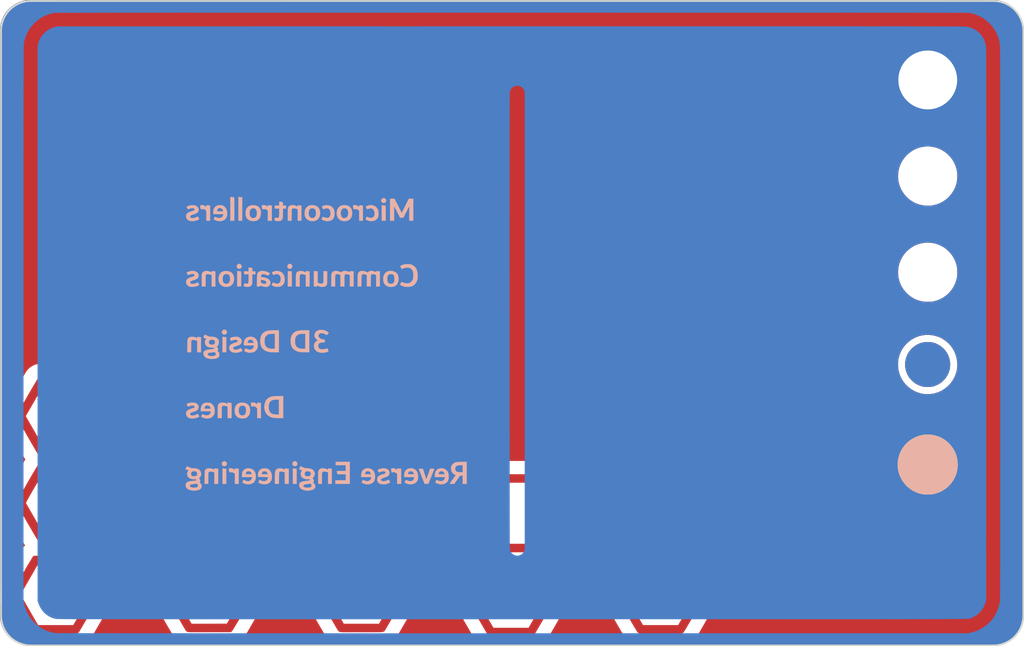
<source format=kicad_pcb>
(kicad_pcb (version 20171130) (host pcbnew "(5.1.9)-1")
  (layers (0 F.Cu signal) (31 B.Cu signal) (34 B.Paste user) (35 F.Paste user) (36 B.SilkS user) (37 F.SilkS user) (38 B.Mask user) (39 F.Mask user) (44 Edge.Cuts user))
  (net 0 "")
  (module LOGO (layer F.Cu) (at 0 0)
    (fp_text reference G*** hide)
    (fp_text value LOGO hide)
    (fp_poly (pts (xy 35.622887 4.635675) (xy 35.787126 4.657021) (xy 35.866917 4.674658) (xy 36.131078 4.766553) (xy 36.379271 4.895908) (xy 36.606798 5.05938) (xy 36.808961 5.253625) (xy 36.971478 5.461) (xy 37.099732 5.687149) (xy 37.194683 5.934436) (xy 37.255216 6.196509) (xy 37.28022 6.467016) (xy 37.268581 6.739603) (xy 37.232693 6.952477) (xy 37.163849 7.172119) (xy 37.059458 7.392152) (xy 36.925136 7.603092) (xy 36.766504 7.795457) (xy 36.685105 7.876793) (xy 36.46874 8.052306) (xy 36.233355 8.193182) (xy 35.984049 8.296738) (xy 35.788434 8.348824) (xy 35.6536 8.368013) (xy 35.494174 8.377888) (xy 35.325793 8.378487) (xy 35.164094 8.369847) (xy 35.024715 8.352005) (xy 34.999084 8.346952) (xy 34.752058 8.273546) (xy 34.512604 8.162503) (xy 34.287183 8.018505) (xy 34.082257 7.846234) (xy 33.904288 7.650371) (xy 33.772985 7.458611) (xy 33.676803 7.265236) (xy 33.600143 7.050957) (xy 33.545859 6.827805) (xy 33.516804 6.607811) (xy 33.515832 6.403006) (xy 33.517578 6.38175) (xy 33.56384 6.094997) (xy 33.647042 5.825399) (xy 33.764971 5.575618) (xy 33.915415 5.348315) (xy 34.096163 5.146153) (xy 34.305004 4.971795) (xy 34.539725 4.827901) (xy 34.798116 4.717134) (xy 34.935584 4.674981) (xy 35.082965 4.646461) (xy 35.256308 4.6304) (xy 35.441115 4.626803) (xy 35.622887 4.635675)) (layer B.Cu) (width 0.01))
    (fp_poly (pts (xy 17.106483 -21.777269) (xy 18.375498 -21.77723) (xy 19.604092 -21.777163) (xy 20.792423 -21.777067) (xy 21.940651 -21.776943) (xy 23.048935 -21.77679) (xy 24.117434 -21.776609) (xy 25.146308 -21.7764) (xy 26.135716 -21.776161) (xy 27.085817 -21.775894) (xy 27.99677 -21.775599) (xy 28.868736 -21.775274) (xy 29.701872 -21.774921) (xy 30.496339 -21.774538) (xy 31.252296 -21.774127) (xy 31.969902 -21.773686) (xy 32.649316 -21.773217) (xy 33.290697 -21.772718) (xy 33.894206 -21.77219) (xy 34.46 -21.771632) (xy 34.98824 -21.771045) (xy 35.479085 -21.770428) (xy 35.932694 -21.769782) (xy 36.349226 -21.769107) (xy 36.728841 -21.768401) (xy 37.071698 -21.767666) (xy 37.377956 -21.766901) (xy 37.647774 -21.766106) (xy 37.881312 -21.765281) (xy 38.07873 -21.764426) (xy 38.240186 -21.763541) (xy 38.365839 -21.762626) (xy 38.455849 -21.761681) (xy 38.510376 -21.760705) (xy 38.527759 -21.759984) (xy 38.684693 -21.740949) (xy 38.834704 -21.713402) (xy 38.951092 -21.683311) (xy 39.214715 -21.579762) (xy 39.455473 -21.442089) (xy 39.670894 -21.273267) (xy 39.858508 -21.07627) (xy 40.015842 -20.85407) (xy 40.140426 -20.609642) (xy 40.229788 -20.345959) (xy 40.279235 -20.085107) (xy 40.280561 -20.062885) (xy 40.281836 -20.018185) (xy 40.283062 -19.950497) (xy 40.284238 -19.859309) (xy 40.285365 -19.744108) (xy 40.286444 -19.604385) (xy 40.287474 -19.439626) (xy 40.288456 -19.249322) (xy 40.28939 -19.032959) (xy 40.290277 -18.790027) (xy 40.291118 -18.520015) (xy 40.291912 -18.22241) (xy 40.29266 -17.8967) (xy 40.293363 -17.542376) (xy 40.29402 -17.158925) (xy 40.294633 -16.745835) (xy 40.295201 -16.302595) (xy 40.295725 -15.828693) (xy 40.296205 -15.323619) (xy 40.296642 -14.78686) (xy 40.297037 -14.217904) (xy 40.297388 -13.616242) (xy 40.297698 -12.98136) (xy 40.297966 -12.312747) (xy 40.298193 -11.609892) (xy 40.298378 -10.872284) (xy 40.298524 -10.09941) (xy 40.298629 -9.29076) (xy 40.298694 -8.445821) (xy 40.29872 -7.564083) (xy 40.298707 -6.645033) (xy 40.298655 -5.68816) (xy 40.298565 -4.692953) (xy 40.298438 -3.6589) (xy 40.298273 -2.58549) (xy 40.298071 -1.472211) (xy 40.297832 -0.318551) (xy 40.297557 0.876) (xy 40.297246 2.111955) (xy 40.296966 3.153834) (xy 40.290588 26.19375) (xy 40.243021 26.369812) (xy 40.148451 26.644035) (xy 40.019524 26.896765) (xy 39.85829 27.124882) (xy 39.666795 27.325267) (xy 39.554756 27.418377) (xy 39.424841 27.506356) (xy 39.26877 27.594123) (xy 39.102053 27.67396) (xy 38.940198 27.738152) (xy 38.862 27.763102) (xy 38.855744 27.764687) (xy 38.847835 27.766228) (xy 38.837696 27.767728) (xy 38.824748 27.769186) (xy 38.808414 27.770603) (xy 38.788116 27.77198) (xy 38.763276 27.773317) (xy 38.733316 27.774614) (xy 38.697659 27.775874) (xy 38.655725 27.777095) (xy 38.606939 27.77828) (xy 38.550721 27.779428) (xy 38.486494 27.78054) (xy 38.41368 27.781617) (xy 38.331701 27.78266) (xy 38.23998 27.783668) (xy 38.137938 27.784644) (xy 38.024997 27.785586) (xy 37.90058 27.786497) (xy 37.764109 27.787377) (xy 37.615006 27.788226) (xy 37.452693 27.789045) (xy 37.276592 27.789835) (xy 37.086126 27.790596) (xy 36.880716 27.791329) (xy 36.659784 27.792034) (xy 36.422754 27.792713) (xy 36.169046 27.793366) (xy 35.898084 27.793993) (xy 35.609288 27.794596) (xy 35.302082 27.795174) (xy 34.975888 27.795729) (xy 34.630127 27.796261) (xy 34.264222 27.796771) (xy 33.877594 27.79726) (xy 33.469667 27.797727) (xy 33.039862 27.798175) (xy 32.587601 27.798602) (xy 32.112307 27.799011) (xy 31.613401 27.799402) (xy 31.090306 27.799775) (xy 30.542444 27.800131) (xy 29.969236 27.80047) (xy 29.370106 27.800794) (xy 28.744475 27.801103) (xy 28.091766 27.801397) (xy 27.4114 27.801678) (xy 26.702799 27.801946) (xy 25.965387 27.802201) (xy 25.198584 27.802444) (xy 24.401814 27.802677) (xy 23.574498 27.802899) (xy 22.716058 27.803111) (xy 21.825916 27.803313) (xy 20.903496 27.803508) (xy 19.948218 27.803694) (xy 18.959504 27.803873) (xy 17.936778 27.804046) (xy 16.879462 27.804212) (xy 15.786976 27.804374) (xy 14.658744 27.80453) (xy 13.494187 27.804683) (xy 12.292729 27.804832) (xy 11.05379 27.804979) (xy 9.776793 27.805124) (xy 8.46116 27.805267) (xy 7.106314 27.805409) (xy 5.711676 27.805552) (xy 4.276668 27.805695) (xy 2.800713 27.805839) (xy 1.283233 27.805985) (xy 0.66675 27.806044) (xy -0.890752 27.806189) (xy -2.406468 27.806322) (xy -3.880942 27.806445) (xy -5.31472 27.806555) (xy -6.70835 27.806653) (xy -8.062376 27.806738) (xy -9.377346 27.80681) (xy -10.653804 27.806868) (xy -11.892297 27.806913) (xy -13.093371 27.806944) (xy -14.257573 27.80696) (xy -15.385447 27.806961) (xy -16.47754 27.806947) (xy -17.534399 27.806917) (xy -18.556569 27.806872) (xy -19.544595 27.806809) (xy -20.499026 27.80673) (xy -21.420405 27.806634) (xy -22.30928 27.806521) (xy -23.166196 27.806389) (xy -23.9917 27.80624) (xy -24.786337 27.806071) (xy -25.550653 27.805884) (xy -26.285195 27.805677) (xy -26.990509 27.805451) (xy -27.66714 27.805204) (xy -28.315634 27.804937) (xy -28.936539 27.804649) (xy -29.530399 27.80434) (xy -30.09776 27.80401) (xy -30.63917 27.803657) (xy -31.155173 27.803282) (xy -31.646316 27.802884) (xy -32.113145 27.802464) (xy -32.556206 27.80202) (xy -32.976045 27.801552) (xy -33.373208 27.801059) (xy -33.748241 27.800543) (xy -34.10169 27.800001) (xy -34.434101 27.799434) (xy -34.74602 27.798842) (xy -35.037993 27.798223) (xy -35.310567 27.797578) (xy -35.564287 27.796907) (xy -35.799699 27.796208) (xy -36.017349 27.795482) (xy -36.217784 27.794727) (xy -36.401549 27.793945) (xy -36.56919 27.793134) (xy -36.721254 27.792294) (xy -36.858286 27.791424) (xy -36.980833 27.790525) (xy -37.089441 27.789596) (xy -37.184655 27.788636) (xy -37.267022 27.787646) (xy -37.337087 27.786624) (xy -37.395397 27.785571) (xy -37.442498 27.784485) (xy -37.478936 27.783368) (xy -37.505256 27.782218) (xy -37.522005 27.781034) (xy -37.5285 27.78015) (xy -37.806727 27.699879) (xy -38.063078 27.584014) (xy -38.295764 27.434225) (xy -38.502997 27.252181) (xy -38.682987 27.039554) (xy -38.833945 26.798012) (xy -38.954082 26.529227) (xy -38.993769 26.412325) (xy -39.041916 26.25725) (xy -39.048249 3.122084) (xy -39.048586 1.84808) (xy -39.048888 0.615909) (xy -39.049153 -0.574934) (xy -39.049382 -1.724949) (xy -39.049575 -2.834639) (xy -39.04973 -3.904506) (xy -39.049742 -4.012325) (xy 0.427082 -4.012325) (xy 0.427093 -3.073084) (xy 0.427156 -2.103343) (xy 0.427271 -1.103555) (xy 0.427437 -0.074177) (xy 0.427656 0.984336) (xy 0.427927 2.07153) (xy 0.428173 2.931584) (xy 0.428501 4.011848) (xy 0.428823 5.050594) (xy 0.429139 6.048639) (xy 0.429453 7.006799) (xy 0.429765 7.925889) (xy 0.430078 8.806725) (xy 0.430394 9.650123) (xy 0.430714 10.4569) (xy 0.431041 11.22787) (xy 0.431375 11.96385) (xy 0.431719 12.665656) (xy 0.432075 13.334104) (xy 0.432445 13.97001) (xy 0.43283 14.574189) (xy 0.433232 15.147458) (xy 0.433654 15.690632) (xy 0.434096 16.204527) (xy 0.434561 16.68996) (xy 0.435051 17.147746) (xy 0.435567 17.578701) (xy 0.436112 17.983641) (xy 0.436686 18.363382) (xy 0.437293 18.71874) (xy 0.437934 19.05053) (xy 0.43861 19.359569) (xy 0.439324 19.646673) (xy 0.440077 19.912657) (xy 0.440871 20.158338) (xy 0.441709 20.384531) (xy 0.442591 20.592053) (xy 0.44352 20.781718) (xy 0.444497 20.954344) (xy 0.445525 21.110745) (xy 0.446606 21.251739) (xy 0.44774 21.37814) (xy 0.44893 21.490765) (xy 0.450178 21.59043) (xy 0.451486 21.677951) (xy 0.452855 21.754143) (xy 0.454287 21.819822) (xy 0.455785 21.875805) (xy 0.457349 21.922907) (xy 0.458983 21.961944) (xy 0.460687 21.993732) (xy 0.462463 22.019088) (xy 0.464314 22.038826) (xy 0.466241 22.053763) (xy 0.468246 22.064715) (xy 0.470331 22.072498) (xy 0.471374 22.07538) (xy 0.548401 22.216858) (xy 0.652584 22.332226) (xy 0.777681 22.418914) (xy 0.917453 22.474354) (xy 1.065659 22.495978) (xy 1.21606 22.481217) (xy 1.346383 22.435553) (xy 1.478657 22.349095) (xy 1.589291 22.231486) (xy 1.652632 22.128118) (xy 1.703917 22.023917) (xy 1.703917 6.394553) (xy 32.919998 6.394553) (xy 32.926645 6.725805) (xy 32.97362 7.044197) (xy 33.06091 7.349688) (xy 33.188505 7.642236) (xy 33.356391 7.921801) (xy 33.374727 7.948095) (xy 33.560583 8.177417) (xy 33.776931 8.385252) (xy 34.017768 8.567796) (xy 34.277093 8.721246) (xy 34.548907 8.841797) (xy 34.827207 8.925645) (xy 34.95675 8.951003) (xy 35.039482 8.964427) (xy 35.112194 8.976353) (xy 35.157834 8.983979) (xy 35.220931 8.989104) (xy 35.315227 8.989832) (xy 35.429879 8.986749) (xy 35.554048 8.980441) (xy 35.676891 8.971493) (xy 35.787568 8.960492) (xy 35.875238 8.948023) (xy 35.89523 8.944127) (xy 36.207044 8.856535) (xy 36.501908 8.731693) (xy 36.776772 8.572015) (xy 37.028583 8.379913) (xy 37.25429 8.157802) (xy 37.450842 7.908095) (xy 37.615187 7.633205) (xy 37.654863 7.552379) (xy 37.769541 7.259639) (xy 37.844567 6.959375) (xy 37.880969 6.655261) (xy 37.879775 6.35097) (xy 37.842011 6.050177) (xy 37.768705 5.756556) (xy 37.660884 5.47378) (xy 37.519576 5.205524) (xy 37.345807 4.955461) (xy 37.140606 4.727266) (xy 36.904999 4.524612) (xy 36.78443 4.439482) (xy 36.639407 4.347516) (xy 36.511034 4.27598) (xy 36.384167 4.217353) (xy 36.243662 4.164115) (xy 36.199926 4.149187) (xy 35.888941 4.066511) (xy 35.575959 4.024664) (xy 35.264363 4.022486) (xy 34.957533 4.058814) (xy 34.65885 4.132489) (xy 34.371694 4.242348) (xy 34.099446 4.387231) (xy 33.845487 4.565977) (xy 33.613197 4.777424) (xy 33.405958 5.020411) (xy 33.323517 5.137113) (xy 33.164438 5.41162) (xy 33.045431 5.69764) (xy 32.965673 5.997734) (xy 32.924343 6.314465) (xy 32.919998 6.394553) (xy 1.703917 6.394553) (xy 1.703917 -1.063745) (xy 32.921289 -1.063745) (xy 32.960367 -0.752301) (xy 33.039785 -0.44523) (xy 33.159724 -0.1458) (xy 33.186646 -0.090955) (xy 33.346218 0.179084) (xy 33.539281 0.427434) (xy 33.761608 0.650436) (xy 34.008967 0.844432) (xy 34.277131 1.005765) (xy 34.56187 1.130777) (xy 34.624116 1.152318) (xy 34.852984 1.212434) (xy 35.104945 1.251854) (xy 35.365608 1.269551) (xy 35.620581 1.264499) (xy 35.837686 1.238888) (xy 36.146171 1.163921) (xy 36.438328 1.05155) (xy 36.711512 0.904435) (xy 36.963079 0.725232) (xy 37.190384 0.516601) (xy 37.390782 0.281199) (xy 37.561629 0.021683) (xy 37.700278 -0.259287) (xy 37.804087 -0.559054) (xy 37.856707 -0.790233) (xy 37.876961 -0.953871) (xy 37.885481 -1.141821) (xy 37.882697 -1.339763) (xy 37.869038 -1.533378) (xy 37.844935 -1.708348) (xy 37.826531 -1.794878) (xy 37.729587 -2.101462) (xy 37.599468 -2.385028) (xy 37.439181 -2.644348) (xy 37.251732 -2.878194) (xy 37.040128 -3.08534) (xy 36.807377 -3.264558) (xy 36.556485 -3.41462) (xy 36.29046 -3.534298) (xy 36.012307 -3.622365) (xy 35.725034 -3.677594) (xy 35.431649 -3.698756) (xy 35.135157 -3.684625) (xy 34.838565 -3.633973) (xy 34.544882 -3.545571) (xy 34.257112 -3.418194) (xy 34.086941 -3.321559) (xy 33.941946 -3.219838) (xy 33.787646 -3.090792) (xy 33.634384 -2.944591) (xy 33.492509 -2.791405) (xy 33.372366 -2.641403) (xy 33.324633 -2.572252) (xy 33.164738 -2.287933) (xy 33.044275 -1.991657) (xy 32.963424 -1.686689) (xy 32.922369 -1.376296) (xy 32.921289 -1.063745) (xy 1.703917 -1.063745) (xy 1.703917 -9.355128) (xy 32.919283 -9.355128) (xy 32.925127 -9.05574) (xy 32.967542 -8.758519) (xy 33.046524 -8.466815) (xy 33.16207 -8.183979) (xy 33.314178 -7.913363) (xy 33.502845 -7.658317) (xy 33.655395 -7.492109) (xy 33.8999 -7.27609) (xy 34.162634 -7.098218) (xy 34.4428 -6.958826) (xy 34.739598 -6.858244) (xy 35.05223 -6.796804) (xy 35.379898 -6.774838) (xy 35.382603 -6.774822) (xy 35.514578 -6.776927) (xy 35.648627 -6.783887) (xy 35.768556 -6.794649) (xy 35.83864 -6.804435) (xy 36.14585 -6.879026) (xy 36.438292 -6.991699) (xy 36.712895 -7.139852) (xy 36.966587 -7.320879) (xy 37.196294 -7.532179) (xy 37.398944 -7.771147) (xy 37.571466 -8.03518) (xy 37.710786 -8.321675) (xy 37.75026 -8.424333) (xy 37.829533 -8.70232) (xy 37.875504 -8.996709) (xy 37.888064 -9.29826) (xy 37.867101 -9.597733) (xy 37.812504 -9.885888) (xy 37.769636 -10.031626) (xy 37.650258 -10.324025) (xy 37.495779 -10.597479) (xy 37.309507 -10.848843) (xy 37.094748 -11.074972) (xy 36.85481 -11.272721) (xy 36.593001 -11.438944) (xy 36.312628 -11.570498) (xy 36.06574 -11.651762) (xy 35.743474 -11.717106) (xy 35.423213 -11.741027) (xy 35.107762 -11.724273) (xy 34.799922 -11.667588) (xy 34.502497 -11.571718) (xy 34.218287 -11.437411) (xy 33.950097 -11.265411) (xy 33.700727 -11.056465) (xy 33.652358 -11.009308) (xy 33.43872 -10.767288) (xy 33.261668 -10.50733) (xy 33.121202 -10.232784) (xy 33.017318 -9.947001) (xy 32.950012 -9.653332) (xy 32.919283 -9.355128) (xy 1.703917 -9.355128) (xy 1.703917 -16.35125) (xy 1.647537 -16.457083) (xy 1.550449 -16.59937) (xy 1.430279 -16.706922) (xy 1.28925 -16.778367) (xy 1.129586 -16.81233) (xy 1.068162 -16.815115) (xy 0.906833 -16.796467) (xy 0.763485 -16.741146) (xy 0.641515 -16.652225) (xy 0.544317 -16.532774) (xy 0.475289 -16.385862) (xy 0.442446 -16.249425) (xy 0.441287 -16.22061) (xy 0.440171 -16.149918) (xy 0.439098 -16.037802) (xy 0.438069 -15.884719) (xy 0.437083 -15.691122) (xy 0.436141 -15.457468) (xy 0.435244 -15.184211) (xy 0.434392 -14.871806) (xy 0.433584 -14.520709) (xy 0.432823 -14.131374) (xy 0.432107 -13.704257) (xy 0.431437 -13.239813) (xy 0.430813 -12.738496) (xy 0.430237 -12.200763) (xy 0.429707 -11.627067) (xy 0.429226 -11.017865) (xy 0.428792 -10.373611) (xy 0.428406 -9.69476) (xy 0.428068 -8.981767) (xy 0.42778 -8.235088) (xy 0.42754 -7.455178) (xy 0.427351 -6.642491) (xy 0.427211 -5.797484) (xy 0.427121 -4.92061) (xy 0.427082 -4.012325) (xy -39.049742 -4.012325) (xy -39.049849 -4.935051) (xy -39.049929 -5.926777) (xy -39.049971 -6.880186) (xy -39.049975 -7.79578) (xy -39.049939 -8.674061) (xy -39.049865 -9.51553) (xy -39.04975 -10.320691) (xy -39.049596 -11.090044) (xy -39.049401 -11.824092) (xy -39.049165 -12.523337) (xy -39.048888 -13.188281) (xy -39.048569 -13.819426) (xy -39.048209 -14.417274) (xy -39.047806 -14.982327) (xy -39.04736 -15.515086) (xy -39.046871 -16.016055) (xy -39.046339 -16.485735) (xy -39.045763 -16.924628) (xy -39.045143 -17.333235) (xy -39.044477 -17.71206) (xy -39.043767 -18.061604) (xy -39.043012 -18.382369) (xy -39.04221 -18.674857) (xy -39.041363 -18.93957) (xy -39.040469 -19.177011) (xy -39.039528 -19.38768) (xy -39.038539 -19.572081) (xy -39.037503 -19.730715) (xy -39.036419 -19.864083) (xy -39.035287 -19.97269) (xy -39.034105 -20.057035) (xy -39.032875 -20.117621) (xy -39.031595 -20.154951) (xy -39.030586 -20.168093) (xy -38.968153 -20.435441) (xy -38.86698 -20.689707) (xy -38.729678 -20.926874) (xy -38.558859 -21.142928) (xy -38.357134 -21.333851) (xy -38.19525 -21.452823) (xy -38.021208 -21.556681) (xy -37.845306 -21.638049) (xy -37.650011 -21.704699) (xy -37.586424 -21.722605) (xy -37.412083 -21.769768) (xy 0.433917 -21.775856) (xy 2.158085 -21.776123) (xy 3.84008 -21.776362) (xy 5.48006 -21.776574) (xy 7.078184 -21.776759) (xy 8.634612 -21.776915) (xy 10.149504 -21.777044) (xy 11.623018 -21.777145) (xy 13.055313 -21.777218) (xy 14.44655 -21.777263) (xy 15.796887 -21.77728) (xy 17.106483 -21.777269)) (layer B.Cu) (width 0.01))
    (fp_poly (pts (xy 23.322086 -23.979173) (xy 24.250645 -23.979144) (xy 25.147227 -23.979096) (xy 26.012377 -23.979032) (xy 26.846641 -23.978948) (xy 27.650563 -23.978846) (xy 28.424688 -23.978726) (xy 29.169562 -23.978586) (xy 29.885729 -23.978426) (xy 30.573735 -23.978246) (xy 31.234124 -23.978046) (xy 31.867443 -23.977825) (xy 32.474235 -23.977583) (xy 33.055046 -23.97732) (xy 33.610421 -23.977035) (xy 34.140905 -23.976728) (xy 34.647043 -23.976399) (xy 35.12938 -23.976047) (xy 35.588461 -23.975672) (xy 36.024832 -23.975273) (xy 36.439038 -23.97485) (xy 36.831622 -23.974404) (xy 37.203132 -23.973933) (xy 37.554111 -23.973437) (xy 37.885104 -23.972915) (xy 38.196658 -23.972369) (xy 38.489316 -23.971796) (xy 38.763625 -23.971198) (xy 39.020128 -23.970572) (xy 39.259371 -23.96992) (xy 39.4819 -23.96924) (xy 39.688259 -23.968533) (xy 39.878993 -23.967798) (xy 40.054647 -23.967035) (xy 40.215767 -23.966243) (xy 40.362897 -23.965422) (xy 40.496583 -23.964572) (xy 40.61737 -23.963692) (xy 40.725803 -23.962782) (xy 40.822426 -23.961842) (xy 40.907785 -23.96087) (xy 40.982425 -23.959868) (xy 41.046892 -23.958835) (xy 41.101729 -23.95777) (xy 41.147482 -23.956672) (xy 41.184697 -23.955542) (xy 41.213918 -23.95438) (xy 41.235691 -23.953184) (xy 41.25056 -23.951955) (xy 41.256081 -23.951251) (xy 41.579527 -23.880593) (xy 41.883414 -23.772402) (xy 42.168051 -23.626525) (xy 42.433751 -23.442808) (xy 42.6226 -23.278364) (xy 42.849491 -23.035967) (xy 43.0373 -22.778876) (xy 43.187082 -22.504896) (xy 43.299895 -22.211834) (xy 43.376796 -21.897492) (xy 43.412302 -21.638529) (xy 43.413375 -21.606079) (xy 43.414422 -21.532319) (xy 43.415443 -21.41827) (xy 43.416438 -21.264956) (xy 43.417407 -21.073398) (xy 43.41835 -20.844619) (xy 43.419266 -20.579641) (xy 43.420157 -20.279487) (xy 43.421022 -19.94518) (xy 43.42186 -19.577742) (xy 43.422673 -19.178195) (xy 43.42346 -18.747561) (xy 43.42422 -18.286864) (xy 43.424954 -17.797125) (xy 43.425662 -17.279368) (xy 43.426345 -16.734614) (xy 43.427001 -16.163886) (xy 43.42763 -15.568207) (xy 43.428234 -14.948598) (xy 43.428812 -14.306083) (xy 43.429364 -13.641684) (xy 43.429889 -12.956424) (xy 43.430388 -12.251323) (xy 43.430861 -11.527407) (xy 43.431308 -10.785696) (xy 43.431729 -10.027213) (xy 43.432124 -9.25298) (xy 43.432492 -8.464021) (xy 43.432835 -7.661358) (xy 43.433151 -6.846012) (xy 43.433441 -6.019007) (xy 43.433705 -5.181364) (xy 43.433943 -4.334107) (xy 43.434154 -3.478258) (xy 43.434339 -2.614839) (xy 43.434499 -1.744873) (xy 43.434631 -0.869382) (xy 43.434738 0.010611) (xy 43.434819 0.894084) (xy 43.434873 1.780015) (xy 43.434901 2.66738) (xy 43.434903 3.555158) (xy 43.434878 4.442326) (xy 43.434828 5.327862) (xy 43.434751 6.210743) (xy 43.434647 7.089947) (xy 43.434518 7.96445) (xy 43.434362 8.833232) (xy 43.43418 9.695269) (xy 43.433972 10.549538) (xy 43.433738 11.395018) (xy 43.433477 12.230686) (xy 43.43319 13.05552) (xy 43.432877 13.868496) (xy 43.432537 14.668593) (xy 43.432171 15.454789) (xy 43.431779 16.226059) (xy 43.43136 16.981383) (xy 43.430915 17.719738) (xy 43.430444 18.440101) (xy 43.429947 19.14145) (xy 43.429423 19.822762) (xy 43.428873 20.483015) (xy 43.428296 21.121186) (xy 43.427693 21.736254) (xy 43.427064 22.327195) (xy 43.426409 22.892987) (xy 43.425727 23.432607) (xy 43.425019 23.945034) (xy 43.424284 24.429245) (xy 43.423523 24.884216) (xy 43.422736 25.308927) (xy 43.421922 25.702353) (xy 43.421082 26.063474) (xy 43.420215 26.391266) (xy 43.419322 26.684707) (xy 43.418403 26.942774) (xy 43.417457 27.164446) (xy 43.416485 27.348699) (xy 43.415486 27.494511) (xy 43.414461 27.60086) (xy 43.41341 27.666722) (xy 43.412542 27.689656) (xy 43.361638 28.022425) (xy 43.273732 28.334804) (xy 43.148373 28.627762) (xy 42.98511 28.902267) (xy 42.783492 29.159288) (xy 42.673546 29.276142) (xy 42.45367 29.475474) (xy 42.220893 29.642381) (xy 41.968822 29.780394) (xy 41.691064 29.893047) (xy 41.402 29.978679) (xy 41.222084 30.024135) (xy 0.719667 30.027099) (xy -0.609695 30.027187) (xy -1.928127 30.027255) (xy -3.234996 30.027304) (xy -4.529668 30.027334) (xy -5.811508 30.027345) (xy -7.079882 30.027337) (xy -8.334156 30.027311) (xy -9.573697 30.027267) (xy -10.797869 30.027205) (xy -12.006038 30.027125) (xy -13.197571 30.027028) (xy -14.371834 30.026914) (xy -15.528192 30.026783) (xy -16.666011 30.026635) (xy -17.784656 30.02647) (xy -18.883495 30.02629) (xy -19.961892 30.026093) (xy -21.019214 30.02588) (xy -22.054826 30.025653) (xy -23.068094 30.025409) (xy -24.058385 30.025151) (xy -25.025063 30.024878) (xy -25.967495 30.02459) (xy -26.885047 30.024288) (xy -27.777085 30.023972) (xy -28.642974 30.023642) (xy -29.48208 30.023298) (xy -30.293769 30.022941) (xy -31.077407 30.022571) (xy -31.83236 30.022188) (xy -32.557993 30.021793) (xy -33.253674 30.021384) (xy -33.918766 30.020964) (xy -34.552637 30.020532) (xy -35.154652 30.020088) (xy -35.724177 30.019632) (xy -36.260577 30.019165) (xy -36.76322 30.018688) (xy -37.23147 30.018199) (xy -37.664693 30.0177) (xy -38.062256 30.01719) (xy -38.423524 30.016671) (xy -38.747862 30.016142) (xy -39.034638 30.015603) (xy -39.283216 30.015055) (xy -39.492963 30.014497) (xy -39.663244 30.013931) (xy -39.793426 30.013356) (xy -39.882873 30.012773) (xy -39.930953 30.012182) (xy -39.939407 30.01187) (xy -40.178862 29.968942) (xy -40.429522 29.896822) (xy -40.677767 29.800605) (xy -40.909979 29.68539) (xy -41.062564 29.591523) (xy -41.321987 29.390337) (xy -41.550719 29.16093) (xy -41.747148 28.905848) (xy -41.909661 28.627637) (xy -42.036645 28.328842) (xy -42.126486 28.01201) (xy -42.15351 27.869549) (xy -42.155097 27.856343) (xy -42.156631 27.83616) (xy -42.158112 27.808301) (xy -42.159541 27.772067) (xy -42.16092 27.726758) (xy -42.162249 27.671675) (xy -42.163529 27.606119) (xy -42.164761 27.529392) (xy -42.165945 27.440794) (xy -42.167083 27.339625) (xy -42.168176 27.225187) (xy -42.169224 27.09678) (xy -42.170229 26.953706) (xy -42.17119 26.795265) (xy -42.17211 26.620757) (xy -42.172989 26.429485) (xy -42.173827 26.220749) (xy -42.174626 25.993848) (xy -42.175387 25.748086) (xy -42.17611 25.482761) (xy -42.176796 25.197176) (xy -42.177447 24.890631) (xy -42.178062 24.562426) (xy -42.178644 24.211863) (xy -42.179192 23.838243) (xy -42.179708 23.440866) (xy -42.180193 23.019033) (xy -42.180647 22.572045) (xy -42.181071 22.099203) (xy -42.181467 21.599807) (xy -42.181834 21.07316) (xy -42.182175 20.51856) (xy -42.182489 19.93531) (xy -42.182778 19.322711) (xy -42.183043 18.680062) (xy -42.183284 18.006665) (xy -42.183502 17.30182) (xy -42.183699 16.564829) (xy -42.183875 15.794993) (xy -42.18403 14.991612) (xy -42.184167 14.153986) (xy -42.184285 13.281418) (xy -42.184386 12.373208) (xy -42.18447 11.428656) (xy -42.184538 10.447063) (xy -42.184592 9.427731) (xy -42.184632 8.36996) (xy -42.184659 7.273051) (xy -42.184674 6.136305) (xy -42.184677 4.959023) (xy -42.18467 3.740505) (xy -42.184663 3.048) (xy -40.22725 3.048) (xy -40.22725 26.299584) (xy -40.17949 26.515238) (xy -40.080507 26.869767) (xy -39.946189 27.204175) (xy -39.778688 27.516464) (xy -39.580161 27.804633) (xy -39.35276 28.066683) (xy -39.098641 28.300617) (xy -38.819957 28.504433) (xy -38.518864 28.676133) (xy -38.197514 28.813719) (xy -37.858063 28.91519) (xy -37.5285 28.975332) (xy -37.502838 28.975921) (xy -37.435514 28.976501) (xy -37.327199 28.977074) (xy -37.178564 28.977638) (xy -36.99028 28.978193) (xy -36.763019 28.97874) (xy -36.497452 28.979277) (xy -36.194249 28.979805) (xy -35.854082 28.980323) (xy -35.477622 28.980831) (xy -35.065541 28.981329) (xy -34.618508 28.981817) (xy -34.137197 28.982294) (xy -33.622277 28.98276) (xy -33.07442 28.983215) (xy -32.494296 28.983658) (xy -31.882578 28.984089) (xy -31.239937 28.984509) (xy -30.567043 28.984916) (xy -29.864567 28.985311) (xy -29.133181 28.985692) (xy -28.373556 28.986061) (xy -27.586364 28.986417) (xy -26.772274 28.986759) (xy -25.931959 28.987087) (xy -25.066089 28.987401) (xy -24.175337 28.9877) (xy -23.260372 28.987985) (xy -22.321866 28.988256) (xy -21.36049 28.988511) (xy -20.376915 28.98875) (xy -19.371814 28.988974) (xy -18.345855 28.989183) (xy -17.299712 28.989375) (xy -16.234054 28.98955) (xy -15.149554 28.989709) (xy -14.046882 28.989851) (xy -12.926709 28.989976) (xy -11.789707 28.990083) (xy -10.636547 28.990172) (xy -9.467899 28.990244) (xy -8.284436 28.990297) (xy -7.086828 28.990332) (xy -5.875746 28.990348) (xy -4.651861 28.990345) (xy -3.415846 28.990323) (xy -2.16837 28.990281) (xy -0.910105 28.99022) (xy 0.358278 28.990138) (xy 0.709084 28.990112) (xy 38.809084 28.987206) (xy 39.003696 28.940772) (xy 39.360906 28.838112) (xy 39.688572 28.706989) (xy 39.99 28.545645) (xy 40.268496 28.352318) (xy 40.517394 28.134956) (xy 40.701272 27.945107) (xy 40.855696 27.758015) (xy 40.990388 27.5604) (xy 41.115074 27.338981) (xy 41.148356 27.27325) (xy 41.251312 27.050131) (xy 41.330585 26.839503) (xy 41.39208 26.623578) (xy 41.439816 26.395085) (xy 41.441686 26.383144) (xy 41.443491 26.367955) (xy 41.445232 26.348779) (xy 41.446911 26.324874) (xy 41.448527 26.295499) (xy 41.450083 26.259914) (xy 41.451579 26.217378) (xy 41.453018 26.167149) (xy 41.454399 26.108487) (xy 41.455724 26.04065) (xy 41.456994 25.962899) (xy 41.458211 25.874491) (xy 41.459375 25.774686) (xy 41.460488 25.662744) (xy 41.46155 25.537922) (xy 41.462564 25.399481) (xy 41.463529 25.246679) (xy 41.464448 25.078776) (xy 41.465322 24.89503) (xy 41.46615 24.6947) (xy 41.466936 24.477046) (xy 41.467679 24.241327) (xy 41.468381 23.986802) (xy 41.469044 23.712729) (xy 41.469667 23.418368) (xy 41.470254 23.102979) (xy 41.470803 22.765819) (xy 41.471318 22.406148) (xy 41.471798 22.023226) (xy 41.472246 21.616311) (xy 41.472661 21.184663) (xy 41.473046 20.727539) (xy 41.473401 20.244201) (xy 41.473728 19.733906) (xy 41.474028 19.195913) (xy 41.474302 18.629482) (xy 41.474551 18.033873) (xy 41.474776 17.408343) (xy 41.474978 16.752152) (xy 41.475159 16.064559) (xy 41.47532 15.344823) (xy 41.475462 14.592203) (xy 41.475585 13.805959) (xy 41.475692 12.985349) (xy 41.475783 12.129632) (xy 41.475859 11.238068) (xy 41.475922 10.309916) (xy 41.475973 9.344434) (xy 41.476012 8.340882) (xy 41.476042 7.298519) (xy 41.476062 6.216603) (xy 41.476076 5.094395) (xy 41.476082 3.931153) (xy 41.476084 3.026834) (xy 41.476081 1.832174) (xy 41.476073 0.679106) (xy 41.476058 -0.43311) (xy 41.476035 -1.505215) (xy 41.476003 -2.537951) (xy 41.475961 -3.532058) (xy 41.475908 -4.488277) (xy 41.475841 -5.40735) (xy 41.475762 -6.290016) (xy 41.475667 -7.137018) (xy 41.475556 -7.949095) (xy 41.475428 -8.726989) (xy 41.475282 -9.471441) (xy 41.475117 -10.183192) (xy 41.474931 -10.862982) (xy 41.474723 -11.511553) (xy 41.474492 -12.129645) (xy 41.474237 -12.718) (xy 41.473957 -13.277358) (xy 41.47365 -13.80846) (xy 41.473317 -14.312047) (xy 41.472954 -14.788861) (xy 41.472562 -15.239641) (xy 41.472138 -15.665129) (xy 41.471683 -16.066066) (xy 41.471194 -16.443193) (xy 41.470671 -16.797251) (xy 41.470113 -17.12898) (xy 41.469517 -17.439122) (xy 41.468884 -17.728417) (xy 41.468212 -17.997607) (xy 41.4675 -18.247432) (xy 41.466746 -18.478633) (xy 41.46595 -18.691951) (xy 41.465111 -18.888128) (xy 41.464226 -19.067903) (xy 41.463296 -19.232019) (xy 41.462319 -19.381215) (xy 41.461293 -19.516233) (xy 41.460218 -19.637814) (xy 41.459093 -19.746698) (xy 41.457916 -19.843627) (xy 41.456686 -19.929341) (xy 41.455403 -20.004582) (xy 41.454064 -20.07009) (xy 41.452669 -20.126607) (xy 41.451216 -20.174872) (xy 41.449705 -20.215628) (xy 41.448135 -20.249615) (xy 41.446503 -20.277573) (xy 41.44481 -20.300245) (xy 41.443053 -20.31837) (xy 41.441232 -20.33269) (xy 41.439816 -20.341418) (xy 41.357991 -20.695663) (xy 41.244658 -21.027415) (xy 41.10118 -21.333012) (xy 41.017842 -21.476009) (xy 40.805672 -21.776631) (xy 40.564929 -22.046425) (xy 40.297158 -22.284308) (xy 40.003906 -22.489201) (xy 39.686717 -22.660022) (xy 39.347139 -22.795691) (xy 38.989 -22.894627) (xy 38.981075 -22.896215) (xy 38.971593 -22.897759) (xy 38.959977 -22.899262) (xy 38.94565 -22.900722) (xy 38.928034 -22.902141) (xy 38.906551 -22.903519) (xy 38.880624 -22.904857) (xy 38.849675 -22.906155) (xy 38.813126 -22.907414) (xy 38.770401 -22.908635) (xy 38.72092 -22.909818) (xy 38.664108 -22.910964) (xy 38.599385 -22.912074) (xy 38.526175 -22.913147) (xy 38.4439 -22.914185) (xy 38.351982 -22.915188) (xy 38.249844 -22.916156) (xy 38.136907 -22.917092) (xy 38.012596 -22.917994) (xy 37.87633 -22.918863) (xy 37.727535 -22.919701) (xy 37.56563 -22.920507) (xy 37.39004 -22.921283) (xy 37.200186 -22.922029) (xy 36.995491 -22.922745) (xy 36.775377 -22.923432) (xy 36.539266 -22.924091) (xy 36.286581 -22.924722) (xy 36.016745 -22.925327) (xy 35.729179 -22.925904) (xy 35.423307 -22.926456) (xy 35.09855 -22.926982) (xy 34.754331 -22.927484) (xy 34.390072 -22.927961) (xy 34.005195 -22.928415) (xy 33.599124 -22.928846) (xy 33.17128 -22.929255) (xy 32.721086 -22.929642) (xy 32.247964 -22.930007) (xy 31.751337 -22.930352) (xy 31.230627 -22.930678) (xy 30.685256 -22.930983) (xy 30.114647 -22.93127) (xy 29.518222 -22.931539) (xy 28.895404 -22.93179) (xy 28.245614 -22.932024) (xy 27.568276 -22.932242) (xy 26.862812 -22.932444) (xy 26.128643 -22.93263) (xy 25.365193 -22.932802) (xy 24.571885 -22.93296) (xy 23.748139 -22.933104) (xy 22.893379 -22.933236) (xy 22.007027 -22.933355) (xy 21.088505 -22.933463) (xy 20.137237 -22.93356) (xy 19.152643 -22.933646) (xy 18.134147 -22.933722) (xy 17.081172 -22.933789) (xy 15.993138 -22.933847) (xy 14.86947 -22.933897) (xy 13.709588 -22.93394) (xy 12.512916 -22.933975) (xy 11.278876 -22.934005) (xy 10.006891 -22.934028) (xy 8.696382 -22.934047) (xy 7.346772 -22.934061) (xy 5.957484 -22.934071) (xy 4.527939 -22.934077) (xy 3.057561 -22.934081) (xy 1.545772 -22.934083) (xy 0.624417 -22.934083) (xy -0.912937 -22.934082) (xy -2.408534 -22.934079) (xy -3.862951 -22.934073) (xy -5.276767 -22.934064) (xy -6.650557 -22.93405) (xy -7.984899 -22.934032) (xy -9.280369 -22.934009) (xy -10.537545 -22.93398) (xy -11.757004 -22.933945) (xy -12.939322 -22.933903) (xy -14.085077 -22.933854) (xy -15.194846 -22.933796) (xy -16.269205 -22.93373) (xy -17.308732 -22.933655) (xy -18.314004 -22.93357) (xy -19.285597 -22.933474) (xy -20.224089 -22.933368) (xy -21.130056 -22.93325) (xy -22.004076 -22.93312) (xy -22.846726 -22.932978) (xy -23.658582 -22.932822) (xy -24.440222 -22.932653) (xy -25.192223 -22.932469) (xy -25.915161 -22.93227) (xy -26.609614 -22.932056) (xy -27.276158 -22.931825) (xy -27.915371 -22.931578) (xy -28.52783 -22.931314) (xy -29.114111 -22.931031) (xy -29.674792 -22.930731) (xy -30.210449 -22.930411) (xy -30.72166 -22.930072) (xy -31.209002 -22.929713) (xy -31.673051 -22.929332) (xy -32.114385 -22.928931) (xy -32.533581 -22.928508) (xy -32.931215 -22.928062) (xy -33.307864 -22.927593) (xy -33.664107 -22.927101) (xy -34.000518 -22.926585) (xy -34.317677 -22.926043) (xy -34.616159 -22.925477) (xy -34.896541 -22.924884) (xy -35.159401 -22.924265) (xy -35.405316 -22.923619) (xy -35.634862 -22.922946) (xy -35.848617 -22.922244) (xy -36.047158 -22.921513) (xy -36.231061 -22.920753) (xy -36.400903 -22.919963) (xy -36.557262 -22.919142) (xy -36.700715 -22.91829) (xy -36.831838 -22.917407) (xy -36.951209 -22.916491) (xy -37.059404 -22.915543) (xy -37.157001 -22.914561) (xy -37.244577 -22.913545) (xy -37.322707 -22.912495) (xy -37.391971 -22.911409) (xy -37.452944 -22.910288) (xy -37.506204 -22.90913) (xy -37.552327 -22.907936) (xy -37.591891 -22.906704) (xy -37.625472 -22.905434) (xy -37.653647 -22.904125) (xy -37.676995 -22.902778) (xy -37.696091 -22.90139) (xy -37.711512 -22.899962) (xy -37.723836 -22.898494) (xy -37.733639 -22.896983) (xy -37.740166 -22.895721) (xy -38.094354 -22.801271) (xy -38.423231 -22.673708) (xy -38.729757 -22.511431) (xy -39.016893 -22.312837) (xy -39.287599 -22.076324) (xy -39.32845 -22.035995) (xy -39.573709 -21.762415) (xy -39.780178 -21.472181) (xy -39.948441 -21.164194) (xy -40.079079 -20.837355) (xy -40.172676 -20.490565) (xy -40.187652 -20.41525) (xy -40.189686 -20.40365) (xy -40.19165 -20.39049) (xy -40.193544 -20.375025) (xy -40.19537 -20.356512) (xy -40.197129 -20.334208) (xy -40.198821 -20.307369) (xy -40.20045 -20.275252) (xy -40.202014 -20.237112) (xy -40.203517 -20.192207) (xy -40.204959 -20.139793) (xy -40.206342 -20.079126) (xy -40.207666 -20.009463) (xy -40.208933 -19.93006) (xy -40.210144 -19.840173) (xy -40.211301 -19.73906) (xy -40.212404 -19.625976) (xy -40.213456 -19.500178) (xy -40.214456 -19.360923) (xy -40.215408 -19.207467) (xy -40.21631 -19.039065) (xy -40.217166 -18.854976) (xy -40.217976 -18.654455) (xy -40.218742 -18.436759) (xy -40.219464 -18.201144) (xy -40.220144 -17.946866) (xy -40.220784 -17.673183) (xy -40.221384 -17.37935) (xy -40.221946 -17.064623) (xy -40.222471 -16.728261) (xy -40.22296 -16.369518) (xy -40.223415 -15.987652) (xy -40.223836 -15.581918) (xy -40.224226 -15.151573) (xy -40.224584 -14.695874) (xy -40.224914 -14.214078) (xy -40.225215 -13.70544) (xy -40.225489 -13.169216) (xy -40.225738 -12.604665) (xy -40.225962 -12.011041) (xy -40.226163 -11.387602) (xy -40.226342 -10.733603) (xy -40.2265 -10.048302) (xy -40.226639 -9.330954) (xy -40.22676 -8.580817) (xy -40.226864 -7.797146) (xy -40.226952 -6.979198) (xy -40.227026 -6.12623) (xy -40.227086 -5.237498) (xy -40.227135 -4.312258) (xy -40.227173 -3.349767) (xy -40.227202 -2.349281) (xy -40.227223 -1.310057) (xy -40.227237 -0.231352) (xy -40.227245 0.887579) (xy -40.227249 2.047479) (xy -40.22725 3.048) (xy -42.184663 3.048) (xy -42.184662 3.026834) (xy -42.184625 1.631578) (xy -42.184552 0.275777) (xy -42.184444 -1.040483) (xy -42.184299 -2.317115) (xy -42.18412 -3.554034) (xy -42.183904 -4.751154) (xy -42.183654 -5.908389) (xy -42.183368 -7.025651) (xy -42.183047 -8.102857) (xy -42.18269 -9.139918) (xy -42.182299 -10.136749) (xy -42.181872 -11.093265) (xy -42.181411 -12.009378) (xy -42.180915 -12.885003) (xy -42.180383 -13.720054) (xy -42.179818 -14.514445) (xy -42.179217 -15.268089) (xy -42.178582 -15.9809) (xy -42.177912 -16.652792) (xy -42.177208 -17.28368) (xy -42.17647 -17.873477) (xy -42.175697 -18.422097) (xy -42.17489 -18.929453) (xy -42.174049 -19.395461) (xy -42.173174 -19.820033) (xy -42.172265 -20.203083) (xy -42.171322 -20.544526) (xy -42.170345 -20.844275) (xy -42.169335 -21.102245) (xy -42.16829 -21.318348) (xy -42.167212 -21.4925) (xy -42.166101 -21.624613) (xy -42.164956 -21.714603) (xy -42.163778 -21.762382) (xy -42.163262 -21.769916) (xy -42.09761 -22.087808) (xy -41.993939 -22.39316) (xy -41.854512 -22.681804) (xy -41.681589 -22.949571) (xy -41.477431 -23.192293) (xy -41.301629 -23.358424) (xy -41.039717 -23.555865) (xy -40.757562 -23.717755) (xy -40.452051 -23.845706) (xy -40.230037 -23.913975) (xy -40.015583 -23.97125) (xy 0.518584 -23.977093) (xy 2.115935 -23.97732) (xy 3.671498 -23.977537) (xy 5.185818 -23.977741) (xy 6.65944 -23.977934) (xy 8.092909 -23.978114) (xy 9.486769 -23.978282) (xy 10.841567 -23.978436) (xy 12.157848 -23.978577) (xy 13.436155 -23.978704) (xy 14.677035 -23.978818) (xy 15.881032 -23.978916) (xy 17.048692 -23.979) (xy 18.180559 -23.979069) (xy 19.277179 -23.979122) (xy 20.339096 -23.979159) (xy 21.366856 -23.979181) (xy 22.361005 -23.979185) (xy 23.322086 -23.979173)) (layer B.Cu) (width 0.01))
  )
  (module LOGO (layer F.Cu) (at 0 0)
    (fp_text reference G*** hide)
    (fp_text value LOGO hide)
  )
  (module LOGO (layer F.Cu) (at 0 0)
    (fp_text reference G*** hide)
    (fp_text value LOGO hide)
  )
  (module LOGO (layer F.Cu) (at 0 0)
    (fp_text reference G*** hide)
    (fp_text value LOGO hide)
    (fp_poly (pts (xy 35.593165 4.634762) (xy 35.75738 4.652367) (xy 35.907476 4.685422) (xy 36.057037 4.736964) (xy 36.219644 4.810032) (xy 36.229343 4.814789) (xy 36.475185 4.958566) (xy 36.692564 5.132909) (xy 36.8796 5.335437) (xy 37.034414 5.563769) (xy 37.155124 5.815525) (xy 37.23985 6.088324) (xy 37.241817 6.096812) (xy 37.263808 6.23285) (xy 37.275539 6.394367) (xy 37.276961 6.565758) (xy 37.268026 6.731419) (xy 37.248684 6.875745) (xy 37.244316 6.89723) (xy 37.166013 7.160698) (xy 37.049111 7.411091) (xy 36.896622 7.643137) (xy 36.711555 7.851562) (xy 36.685105 7.876793) (xy 36.46874 8.052306) (xy 36.233355 8.193182) (xy 35.984049 8.296738) (xy 35.788434 8.348824) (xy 35.6536 8.368014) (xy 35.494183 8.377889) (xy 35.325817 8.378487) (xy 35.164134 8.369845) (xy 35.024768 8.352002) (xy 34.999084 8.346937) (xy 34.750726 8.274141) (xy 34.50108 8.162225) (xy 34.427584 8.121796) (xy 34.321169 8.049852) (xy 34.201903 7.951489) (xy 34.07932 7.836218) (xy 33.962957 7.71355) (xy 33.862348 7.592996) (xy 33.78703 7.484066) (xy 33.785379 7.481277) (xy 33.65932 7.228271) (xy 33.571737 6.964603) (xy 33.523619 6.694889) (xy 33.515955 6.423742) (xy 33.528412 6.282736) (xy 33.584926 6.001141) (xy 33.678117 5.737934) (xy 33.806156 5.495712) (xy 33.967215 5.277074) (xy 34.159467 5.084618) (xy 34.381083 4.920943) (xy 34.554584 4.82396) (xy 34.722424 4.746912) (xy 34.8731 4.692172) (xy 35.020577 4.656534) (xy 35.178818 4.636791) (xy 35.361787 4.629739) (xy 35.40125 4.629569) (xy 35.593165 4.634762)) (layer F.Cu) (width 0.01))
    (fp_poly (pts (xy -36.775165 7.556254) (xy -36.54045 7.556999) (xy -36.314973 7.558152) (xy -36.102702 7.559712) (xy -35.907605 7.561679) (xy -35.733647 7.564054) (xy -35.584795 7.566837) (xy -35.465018 7.570026) (xy -35.378281 7.573624) (xy -35.328551 7.577628) (xy -35.320747 7.579091) (xy -35.248811 7.610008) (xy -35.183035 7.654853) (xy -35.179181 7.658348) (xy -35.159567 7.685023) (xy -35.121005 7.745105) (xy -35.065465 7.835197) (xy -34.994913 7.951902) (xy -34.911319 8.091823) (xy -34.816652 8.251561) (xy -34.712879 8.42772) (xy -34.601969 8.616902) (xy -34.485891 8.815709) (xy -34.366613 9.020744) (xy -34.246104 9.228609) (xy -34.126331 9.435908) (xy -34.009265 9.639242) (xy -33.896872 9.835214) (xy -33.791121 10.020427) (xy -33.693982 10.191482) (xy -33.607422 10.344983) (xy -33.53341 10.477533) (xy -33.473914 10.585733) (xy -33.430903 10.666186) (xy -33.406345 10.715495) (xy -33.402386 10.725008) (xy -33.382578 10.802651) (xy -33.386876 10.873131) (xy -33.392008 10.894545) (xy -33.404958 10.922303) (xy -33.437168 10.983291) (xy -33.486692 11.074098) (xy -33.551585 11.191315) (xy -33.6299 11.33153) (xy -33.719693 11.491336) (xy -33.819016 11.667321) (xy -33.925924 11.856075) (xy -34.038471 12.05419) (xy -34.154712 12.258254) (xy -34.2727 12.464858) (xy -34.39049 12.670593) (xy -34.506136 12.872047) (xy -34.617692 13.065812) (xy -34.723211 13.248478) (xy -34.82075 13.416634) (xy -34.90836 13.566871) (xy -34.984097 13.695778) (xy -35.046015 13.799946) (xy -35.092167 13.875965) (xy -35.105676 13.897566) (xy -35.124299 13.928396) (xy -35.140407 13.955467) (xy -35.156716 13.979023) (xy -35.175943 13.999305) (xy -35.200804 14.016557) (xy -35.234017 14.03102) (xy -35.278298 14.042937) (xy -35.336363 14.052551) (xy -35.410929 14.060104) (xy -35.504714 14.065838) (xy -35.620433 14.069997) (xy -35.760803 14.072821) (xy -35.928542 14.074555) (xy -36.126365 14.075439) (xy -36.35699 14.075718) (xy -36.623133 14.075632) (xy -36.927511 14.075426) (xy -37.097782 14.075352) (xy -37.415434 14.075208) (xy -37.693495 14.074924) (xy -37.934706 14.07445) (xy -38.14181 14.07373) (xy -38.317547 14.072714) (xy -38.464661 14.071348) (xy -38.585893 14.069579) (xy -38.683984 14.067356) (xy -38.761677 14.064625) (xy -38.821713 14.061334) (xy -38.866834 14.05743) (xy -38.899783 14.05286) (xy -38.9233 14.047573) (xy -38.940128 14.041515) (xy -38.943508 14.039925) (xy -39.002129 13.998307) (xy -39.055563 13.940595) (xy -39.063387 13.929282) (xy -39.096606 13.87578) (xy -39.146997 13.791717) (xy -39.212626 13.680485) (xy -39.291557 13.545473) (xy -39.381854 13.390072) (xy -39.481584 13.217674) (xy -39.588809 13.031667) (xy -39.701596 12.835444) (xy -39.818008 12.632394) (xy -39.936111 12.425909) (xy -40.05397 12.219378) (xy -40.169648 12.016192) (xy -40.281211 11.819743) (xy -40.386724 11.633419) (xy -40.484251 11.460613) (xy -40.571858 11.304714) (xy -40.647608 11.169114) (xy -40.709566 11.057202) (xy -40.755798 10.97237) (xy -40.784368 10.918007) (xy -40.793264 10.898523) (xy -40.79849 10.823921) (xy -40.039263 10.823921) (xy -39.384636 11.957752) (xy -39.266127 12.162996) (xy -39.151809 12.360947) (xy -39.043802 12.54794) (xy -38.944224 12.720305) (xy -38.855196 12.874377) (xy -38.778835 13.006486) (xy -38.717262 13.112967) (xy -38.672595 13.190151) (xy -38.646954 13.234371) (xy -38.64682 13.234602) (xy -38.563631 13.377621) (xy -37.089467 13.372185) (xy -35.615302 13.36675) (xy -34.880831 12.09675) (xy -34.146359 10.82675) (xy -34.206824 10.720917) (xy -34.227921 10.684129) (xy -34.26815 10.614113) (xy -34.325522 10.514328) (xy -34.398046 10.388234) (xy -34.483733 10.239288) (xy -34.580592 10.070952) (xy -34.686633 9.886683) (xy -34.799867 9.689941) (xy -34.918302 9.484185) (xy -34.940103 9.446315) (xy -35.612916 8.277546) (xy -38.573864 8.28675) (xy -39.306563 9.555335) (xy -40.039263 10.823921) (xy -40.79849 10.823921) (xy -40.800665 10.792874) (xy -40.791942 10.745976) (xy -40.777381 10.713208) (xy -40.743387 10.647521) (xy -40.691923 10.552317) (xy -40.624954 10.430995) (xy -40.544442 10.286958) (xy -40.452353 10.123606) (xy -40.350649 9.94434) (xy -40.241294 9.752559) (xy -40.126252 9.551666) (xy -40.007486 9.345061) (xy -39.886961 9.136144) (xy -39.76664 8.928317) (xy -39.648486 8.72498) (xy -39.534464 8.529534) (xy -39.426537 8.345379) (xy -39.326669 8.175918) (xy -39.236823 8.024549) (xy -39.158963 7.894675) (xy -39.095053 7.789696) (xy -39.047057 7.713012) (xy -39.016938 7.668024) (xy -39.00906 7.658348) (xy -38.945877 7.613264) (xy -38.873614 7.580613) (xy -38.86842 7.579091) (xy -38.832259 7.574947) (xy -38.757733 7.571211) (xy -38.648811 7.567882) (xy -38.509457 7.56496) (xy -38.34364 7.562446) (xy -38.155327 7.560339) (xy -37.948483 7.55864) (xy -37.727077 7.557348) (xy -37.495076 7.556463) (xy -37.256445 7.555986) (xy -37.015153 7.555916) (xy -36.775165 7.556254)) (layer F.Cu) (width 0.01))
    (fp_poly (pts (xy -30.508741 11.175562) (xy -30.274762 11.17639) (xy -30.050238 11.177642) (xy -29.839153 11.179317) (xy -29.64549 11.181415) (xy -29.473232 11.183936) (xy -29.326363 11.186879) (xy -29.208867 11.190244) (xy -29.124727 11.19403) (xy -29.077926 11.198237) (xy -29.073157 11.199189) (xy -28.999707 11.228123) (xy -28.933161 11.270758) (xy -28.920909 11.281759) (xy -28.899464 11.31071) (xy -28.859113 11.372944) (xy -28.801939 11.464982) (xy -28.730029 11.583348) (xy -28.645468 11.724563) (xy -28.550341 11.885149) (xy -28.446734 12.061627) (xy -28.336733 12.25052) (xy -28.246916 12.405828) (xy -28.069262 12.713916) (xy -27.911514 12.987447) (xy -27.772496 13.228574) (xy -27.651031 13.439451) (xy -27.545945 13.622232) (xy -27.456059 13.77907) (xy -27.380198 13.912118) (xy -27.317186 14.02353) (xy -27.265847 14.115458) (xy -27.225003 14.190057) (xy -27.193479 14.24948) (xy -27.170099 14.29588) (xy -27.153685 14.331411) (xy -27.143063 14.358225) (xy -27.137055 14.378477) (xy -27.134485 14.39432) (xy -27.134178 14.407907) (xy -27.134956 14.421391) (xy -27.135643 14.436926) (xy -27.135666 14.440141) (xy -27.143074 14.518118) (xy -27.161674 14.590744) (xy -27.170525 14.611343) (xy -27.195801 14.658123) (xy -27.239275 14.735879) (xy -27.298975 14.841219) (xy -27.372928 14.970749) (xy -27.459162 15.121077) (xy -27.555706 15.288811) (xy -27.660587 15.470558) (xy -27.771833 15.662925) (xy -27.887473 15.86252) (xy -28.005534 16.065949) (xy -28.124044 16.269821) (xy -28.241031 16.470743) (xy -28.354524 16.665323) (xy -28.462549 16.850166) (xy -28.563136 17.021882) (xy -28.654312 17.177077) (xy -28.734105 17.312358) (xy -28.800543 17.424334) (xy -28.851654 17.509611) (xy -28.885466 17.564796) (xy -28.89973 17.58622) (xy -28.91685 17.60524) (xy -28.932775 17.621914) (xy -28.950252 17.636397) (xy -28.972025 17.648841) (xy -29.000841 17.659402) (xy -29.039446 17.668233) (xy -29.090587 17.675489) (xy -29.15701 17.681322) (xy -29.24146 17.685888) (xy -29.346684 17.68934) (xy -29.475428 17.691832) (xy -29.630438 17.693519) (xy -29.814461 17.694553) (xy -30.030242 17.69509) (xy -30.280528 17.695283) (xy -30.568064 17.695286) (xy -30.844074 17.695254) (xy -31.160516 17.69521) (xy -31.437385 17.695068) (xy -31.677439 17.694766) (xy -31.883439 17.694247) (xy -32.058143 17.693449) (xy -32.204312 17.692312) (xy -32.324704 17.690777) (xy -32.42208 17.688783) (xy -32.499198 17.686271) (xy -32.558819 17.68318) (xy -32.603701 17.679451) (xy -32.636605 17.675023) (xy -32.66029 17.669836) (xy -32.677515 17.663831) (xy -32.691041 17.656947) (xy -32.694275 17.655016) (xy -32.753339 17.608832) (xy -32.802471 17.554553) (xy -32.819534 17.527064) (xy -32.85606 17.46581) (xy -32.910355 17.373695) (xy -32.980728 17.253623) (xy -33.065485 17.108497) (xy -33.162933 16.94122) (xy -33.27138 16.754697) (xy -33.389133 16.55183) (xy -33.514499 16.335524) (xy -33.645785 16.108682) (xy -33.689112 16.03375) (xy -34.533416 14.57325) (xy -34.533416 14.445803) (xy -33.767889 14.445803) (xy -33.757557 14.468118) (xy -33.727707 14.524021) (xy -33.680054 14.610475) (xy -33.616314 14.724445) (xy -33.538204 14.862896) (xy -33.447439 15.022792) (xy -33.345735 15.201098) (xy -33.23481 15.39478) (xy -33.116378 15.600801) (xy -33.039403 15.734319) (xy -32.310916 16.996527) (xy -30.83743 16.99668) (xy -29.363943 16.996834) (xy -28.664581 15.785042) (xy -28.543825 15.575801) (xy -28.428566 15.376073) (xy -28.320671 15.189093) (xy -28.222006 15.018099) (xy -28.134438 14.866325) (xy -28.059836 14.737008) (xy -28.000064 14.633383) (xy -27.956992 14.558686) (xy -27.932484 14.516154) (xy -27.928357 14.508976) (xy -27.891495 14.444701) (xy -28.627592 13.170184) (xy -29.36369 11.895667) (xy -32.31129 11.895667) (xy -33.039589 13.157581) (xy -33.16182 13.369742) (xy -33.277615 13.571457) (xy -33.38526 13.759692) (xy -33.483036 13.93141) (xy -33.569229 14.083577) (xy -33.642121 14.213155) (xy -33.699998 14.31711) (xy -33.741141 14.392405) (xy -33.763836 14.436005) (xy -33.767889 14.445803) (xy -34.533416 14.445803) (xy -34.533416 14.31925) (xy -33.678913 12.837584) (xy -33.538318 12.594457) (xy -33.404277 12.363943) (xy -33.278363 12.148685) (xy -33.162153 11.951321) (xy -33.05722 11.774492) (xy -32.965142 11.620838) (xy -32.887492 11.493001) (xy -32.825846 11.39362) (xy -32.781779 11.325337) (xy -32.756867 11.29079) (xy -32.75487 11.288672) (xy -32.691547 11.240463) (xy -32.620781 11.204387) (xy -32.603957 11.198832) (xy -32.567236 11.194542) (xy -32.492167 11.190682) (xy -32.382734 11.187249) (xy -32.242921 11.184245) (xy -32.076711 11.181668) (xy -31.888087 11.179518) (xy -31.681034 11.177794) (xy -31.459534 11.176497) (xy -31.227571 11.175626) (xy -30.989129 11.17518) (xy -30.748191 11.175159) (xy -30.508741 11.175562)) (layer F.Cu) (width 0.01))
    (fp_poly (pts (xy -17.40783 11.963047) (xy -17.171874 11.963849) (xy -16.973611 11.965246) (xy -16.811884 11.967248) (xy -16.685533 11.969866) (xy -16.593399 11.973111) (xy -16.534324 11.976994) (xy -16.507195 11.981506) (xy -16.453596 12.013433) (xy -16.400339 12.059046) (xy -16.398247 12.061246) (xy -16.38185 12.085575) (xy -16.346289 12.143189) (xy -16.293539 12.230696) (xy -16.225577 12.344704) (xy -16.144379 12.481822) (xy -16.05192 12.638658) (xy -15.950176 12.81182) (xy -15.841122 12.997915) (xy -15.726736 13.193552) (xy -15.608992 13.395339) (xy -15.489866 13.599885) (xy -15.371334 13.803796) (xy -15.255372 14.003681) (xy -15.143956 14.196149) (xy -15.039061 14.377807) (xy -14.942664 14.545264) (xy -14.85674 14.695127) (xy -14.783265 14.824005) (xy -14.724214 14.928506) (xy -14.681564 15.005237) (xy -14.660614 15.044285) (xy -14.640087 15.105797) (xy -14.62776 15.184847) (xy -14.626166 15.220943) (xy -14.626777 15.241956) (xy -14.629519 15.264095) (xy -14.635757 15.289901) (xy -14.646854 15.321914) (xy -14.664175 15.362676) (xy -14.689083 15.414727) (xy -14.722944 15.480609) (xy -14.767121 15.562861) (xy -14.822978 15.664026) (xy -14.89188 15.786643) (xy -14.97519 15.933255) (xy -15.074273 16.106401) (xy -15.190494 16.308623) (xy -15.325215 16.542461) (xy -15.476193 16.804202) (xy -15.609383 17.034886) (xy -15.737202 17.255974) (xy -15.85797 17.464575) (xy -15.970002 17.657795) (xy -16.071617 17.832743) (xy -16.161132 17.986524) (xy -16.236865 18.116248) (xy -16.297133 18.21902) (xy -16.340254 18.29195) (xy -16.364545 18.332143) (xy -16.368391 18.338092) (xy -16.41516 18.385745) (xy -16.479273 18.429145) (xy -16.497322 18.438168) (xy -16.514549 18.445253) (xy -16.534837 18.451431) (xy -16.561018 18.456761) (xy -16.595927 18.461302) (xy -16.642395 18.465114) (xy -16.703257 18.468255) (xy -16.781346 18.470785) (xy -16.879494 18.472762) (xy -17.000535 18.474246) (xy -17.147302 18.475295) (xy -17.322628 18.475969) (xy -17.529346 18.476325) (xy -17.77029 18.476425) (xy -18.048293 18.476326) (xy -18.31975 18.476126) (xy -18.588562 18.47568) (xy -18.846179 18.47482) (xy -19.089315 18.473583) (xy -19.314684 18.472006) (xy -19.519003 18.470125) (xy -19.698985 18.467977) (xy -19.851345 18.465599) (xy -19.972799 18.463026) (xy -20.06006 18.460297) (xy -20.109845 18.457448) (xy -20.119447 18.456053) (xy -20.174715 18.428556) (xy -20.233742 18.382932) (xy -20.248825 18.368004) (xy -20.269451 18.33908) (xy -20.309388 18.276334) (xy -20.366909 18.182682) (xy -20.440285 18.061037) (xy -20.52779 17.914312) (xy -20.627694 17.745423) (xy -20.738271 17.557283) (xy -20.857793 17.352806) (xy -20.984531 17.134906) (xy -21.116759 16.906497) (xy -21.167152 16.819172) (xy -21.327276 16.541504) (xy -21.467541 16.298044) (xy -21.589109 16.086257) (xy -21.693147 15.903606) (xy -21.780818 15.747558) (xy -21.853288 15.615575) (xy -21.91172 15.505124) (xy -21.957279 15.413668) (xy -21.99113 15.338672) (xy -22.014437 15.2776) (xy -22.028365 15.227918) (xy -22.030267 15.214324) (xy -21.271973 15.214324) (xy -20.536968 16.48672) (xy -19.801962 17.759116) (xy -18.322341 17.753683) (xy -16.842719 17.74825) (xy -16.115727 16.488834) (xy -15.99369 16.277224) (xy -15.878071 16.076364) (xy -15.770586 15.889256) (xy -15.672949 15.718904) (xy -15.586875 15.56831) (xy -15.514079 15.440479) (xy -15.456275 15.338413) (xy -15.415179 15.265115) (xy -15.392505 15.22359) (xy -15.388451 15.215114) (xy -15.398714 15.194847) (xy -15.428464 15.140921) (xy -15.475998 15.056327) (xy -15.539609 14.944053) (xy -15.617596 14.807089) (xy -15.708253 14.648423) (xy -15.809876 14.471044) (xy -15.920761 14.277943) (xy -16.039203 14.072109) (xy -16.12155 13.929239) (xy -16.854934 12.657667) (xy -19.801416 12.659381) (xy -20.536695 13.936853) (xy -21.271973 15.214324) (xy -22.030267 15.214324) (xy -22.034079 15.18709) (xy -22.032743 15.15258) (xy -22.025521 15.121853) (xy -22.013579 15.092374) (xy -21.99808 15.061607) (xy -21.98551 15.037501) (xy -21.966504 15.002762) (xy -21.928043 14.934437) (xy -21.87188 14.835583) (xy -21.799764 14.709252) (xy -21.713447 14.558499) (xy -21.614681 14.386378) (xy -21.505216 14.195944) (xy -21.386803 13.990252) (xy -21.261195 13.772354) (xy -21.130141 13.545306) (xy -21.106473 13.504334) (xy -20.937286 13.212061) (xy -20.787961 12.95538) (xy -20.657684 12.732943) (xy -20.545642 12.543401) (xy -20.451022 12.385404) (xy -20.373009 12.257605) (xy -20.31079 12.158654) (xy -20.263551 12.087204) (xy -20.230479 12.041905) (xy -20.21253 12.022667) (xy -20.143993 11.96975) (xy -18.353455 11.964093) (xy -17.997462 11.963179) (xy -17.68264 11.962827) (xy -17.40783 11.963047)) (layer F.Cu) (width 0.01))
    (fp_poly (pts (xy -35.886132 14.819255) (xy -35.73847 14.81982) (xy -35.616645 14.820859) (xy -35.517909 14.822426) (xy -35.439512 14.824578) (xy -35.378704 14.827369) (xy -35.332737 14.830855) (xy -35.298861 14.83509) (xy -35.274327 14.84013) (xy -35.256386 14.846029) (xy -35.242289 14.852844) (xy -35.23151 14.859251) (xy -35.17918 14.902987) (xy -35.124044 14.966088) (xy -35.09862 15.002476) (xy -35.064236 15.058777) (xy -35.0127 15.145403) (xy -34.94599 15.2589) (xy -34.866085 15.395815) (xy -34.774964 15.552693) (xy -34.674604 15.726083) (xy -34.566984 15.912529) (xy -34.454083 16.108579) (xy -34.337878 16.310779) (xy -34.220348 16.515675) (xy -34.103472 16.719815) (xy -33.989228 16.919744) (xy -33.879594 17.112009) (xy -33.776549 17.293157) (xy -33.682071 17.459733) (xy -33.598138 17.608286) (xy -33.526729 17.73536) (xy -33.469822 17.837502) (xy -33.429395 17.91126) (xy -33.407427 17.953179) (xy -33.404292 17.960148) (xy -33.383753 18.061327) (xy -33.387521 18.121258) (xy -33.400468 18.152428) (xy -33.432948 18.21669) (xy -33.483009 18.310657) (xy -33.548704 18.430941) (xy -33.628082 18.574157) (xy -33.719195 18.736917) (xy -33.820092 18.915834) (xy -33.928824 19.107522) (xy -34.043443 19.308595) (xy -34.161997 19.515664) (xy -34.282538 19.725344) (xy -34.403117 19.934247) (xy -34.521784 20.138988) (xy -34.63659 20.336178) (xy -34.745585 20.522432) (xy -34.846819 20.694362) (xy -34.938344 20.848582) (xy -35.01821 20.981705) (xy -35.084467 21.090344) (xy -35.135166 21.171112) (xy -35.168357 21.220623) (xy -35.179305 21.234152) (xy -35.243132 21.279291) (xy -35.315722 21.31194) (xy -35.320747 21.313409) (xy -35.360213 21.318195) (xy -35.441951 21.322383) (xy -35.565902 21.325973) (xy -35.732008 21.328963) (xy -35.940212 21.331353) (xy -36.190455 21.333142) (xy -36.482679 21.334329) (xy -36.816827 21.334914) (xy -37.105166 21.334953) (xy -37.423012 21.334696) (xy -37.701179 21.334215) (xy -37.942321 21.333466) (xy -38.149091 21.332403) (xy -38.324143 21.330981) (xy -38.470131 21.329154) (xy -38.58971 21.326877) (xy -38.685532 21.324104) (xy -38.760252 21.32079) (xy -38.816524 21.316889) (xy -38.857 21.312357) (xy -38.884336 21.307147) (xy -38.89375 21.304329) (xy -38.962849 21.268684) (xy -39.023449 21.219511) (xy -39.031333 21.210652) (xy -39.04998 21.182647) (xy -39.088004 21.120817) (xy -39.143709 21.028053) (xy -39.215399 20.907245) (xy -39.301378 20.761283) (xy -39.399949 20.593058) (xy -39.509418 20.405461) (xy -39.628087 20.201381) (xy -39.75426 19.983711) (xy -39.886242 19.755339) (xy -39.940744 19.660838) (xy -40.095522 19.392223) (xy -40.230466 19.15773) (xy -40.346932 18.954834) (xy -40.446278 18.781009) (xy -40.529861 18.633731) (xy -40.599037 18.510473) (xy -40.655164 18.408711) (xy -40.699599 18.325918) (xy -40.733697 18.259571) (xy -40.758818 18.207143) (xy -40.776317 18.166108) (xy -40.787551 18.133943) (xy -40.793878 18.10812) (xy -40.794717 18.101462) (xy -40.018674 18.101462) (xy -40.016112 18.108084) (xy -40.001319 18.133399) (xy -39.967243 18.192195) (xy -39.915731 18.281269) (xy -39.848632 18.397421) (xy -39.767794 18.537449) (xy -39.675066 18.698151) (xy -39.572294 18.876325) (xy -39.461328 19.068771) (xy -39.344015 19.272285) (xy -39.307439 19.33575) (xy -39.188438 19.542182) (xy -39.075107 19.738655) (xy -38.969311 19.921948) (xy -38.87291 20.08884) (xy -38.787768 20.236111) (xy -38.715746 20.36054) (xy -38.658707 20.458906) (xy -38.618513 20.527989) (xy -38.597026 20.564568) (xy -38.594515 20.568709) (xy -38.564691 20.616334) (xy -37.088804 20.615394) (xy -35.612916 20.614455) (xy -34.935583 19.437195) (xy -34.816227 19.229734) (xy -34.70185 19.03091) (xy -34.594414 18.844134) (xy -34.495882 18.672818) (xy -34.408217 18.520376) (xy -34.33338 18.39022) (xy -34.273335 18.285762) (xy -34.230043 18.210415) (xy -34.205467 18.167591) (xy -34.202749 18.162843) (xy -34.147249 18.06575) (xy -34.88097 16.79575) (xy -35.614692 15.52575) (xy -38.571144 15.52575) (xy -39.306414 16.79575) (xy -39.450409 17.044682) (xy -39.574412 17.259625) (xy -39.679803 17.443133) (xy -39.767965 17.59776) (xy -39.840277 17.726059) (xy -39.89812 17.830584) (xy -39.942876 17.913887) (xy -39.975926 17.978523) (xy -39.998649 18.027045) (xy -40.012428 18.062007) (xy -40.018642 18.085961) (xy -40.018674 18.101462) (xy -40.794717 18.101462) (xy -40.796653 18.086116) (xy -40.797238 18.066873) (xy -40.796557 18.046387) (xy -40.793618 18.024435) (xy -40.787079 17.998527) (xy -40.775597 17.96617) (xy -40.757829 17.924875) (xy -40.732433 17.872148) (xy -40.698067 17.805501) (xy -40.653386 17.72244) (xy -40.597049 17.620475) (xy -40.527713 17.497115) (xy -40.444035 17.349868) (xy -40.344673 17.176243) (xy -40.228284 16.973749) (xy -40.093525 16.739894) (xy -39.939053 16.472188) (xy -39.919577 16.438449) (xy -39.744222 16.135237) (xy -39.588837 15.867781) (xy -39.452711 15.634896) (xy -39.335132 15.4354) (xy -39.235389 15.268109) (xy -39.152772 15.131841) (xy -39.086569 15.025413) (xy -39.036069 14.947641) (xy -39.000562 14.897342) (xy -38.979335 14.873334) (xy -38.978416 14.872644) (xy -38.914916 14.82725) (xy -37.108231 14.821608) (xy -36.790142 14.820631) (xy -36.511637 14.819852) (xy -36.269967 14.819326) (xy -36.062382 14.819109) (xy -35.886132 14.819255)) (layer F.Cu) (width 0.01))
    (fp_poly (pts (xy -24.198514 15.028417) (xy -23.954394 15.028753) (xy -23.744338 15.029492) (xy -23.565587 15.030788) (xy -23.415387 15.032796) (xy -23.290979 15.03567) (xy -23.189608 15.039565) (xy -23.108517 15.044636) (xy -23.044948 15.051038) (xy -22.996146 15.058924) (xy -22.959353 15.06845) (xy -22.931813 15.079771) (xy -22.91077 15.09304) (xy -22.893465 15.108413) (xy -22.877144 15.126044) (xy -22.867613 15.136731) (xy -22.846422 15.166894) (xy -22.806752 15.23) (xy -22.75053 15.322683) (xy -22.679682 15.441579) (xy -22.596135 15.583324) (xy -22.501813 15.744554) (xy -22.398642 15.921903) (xy -22.28855 16.112008) (xy -22.173461 16.311505) (xy -22.055302 16.517029) (xy -21.935998 16.725215) (xy -21.817475 16.932701) (xy -21.70166 17.13612) (xy -21.590478 17.332109) (xy -21.485856 17.517304) (xy -21.389718 17.688339) (xy -21.303992 17.841852) (xy -21.230603 17.974477) (xy -21.171476 18.082851) (xy -21.128539 18.163608) (xy -21.103716 18.213385) (xy -21.098188 18.227659) (xy -21.095895 18.29962) (xy -21.103882 18.365258) (xy -21.116724 18.394065) (xy -21.149216 18.456592) (xy -21.199737 18.549957) (xy -21.266669 18.671278) (xy -21.348393 18.817671) (xy -21.44329 18.986255) (xy -21.54974 19.174147) (xy -21.666123 19.378465) (xy -21.790822 19.596325) (xy -21.922217 19.824847) (xy -21.98231 19.929027) (xy -22.14735 20.214468) (xy -22.292745 20.465025) (xy -22.419684 20.682663) (xy -22.529355 20.86935) (xy -22.622948 21.027053) (xy -22.70165 21.157739) (xy -22.76665 21.263375) (xy -22.819137 21.345927) (xy -22.8603 21.407363) (xy -22.891326 21.449649) (xy -22.913406 21.474753) (xy -22.919663 21.48017) (xy -22.994273 21.537084) (xy -24.773928 21.541736) (xy -25.099829 21.542482) (xy -25.385904 21.542887) (xy -25.634661 21.542918) (xy -25.848607 21.542542) (xy -26.030249 21.541728) (xy -26.182093 21.540443) (xy -26.306648 21.538654) (xy -26.406419 21.536328) (xy -26.483914 21.533434) (xy -26.54164 21.529938) (xy -26.582104 21.525809) (xy -26.607812 21.521014) (xy -26.617083 21.517855) (xy -26.675488 21.481881) (xy -26.732047 21.432794) (xy -26.736018 21.428536) (xy -26.755072 21.401005) (xy -26.79349 21.339644) (xy -26.849568 21.24734) (xy -26.921604 21.12698) (xy -27.007892 20.981453) (xy -27.106728 20.813647) (xy -27.21641 20.626448) (xy -27.335232 20.422744) (xy -27.461491 20.205424) (xy -27.593483 19.977374) (xy -27.646185 19.886084) (xy -27.8006 19.618354) (xy -27.935203 19.384741) (xy -28.051353 19.182701) (xy -28.150412 19.009692) (xy -28.233737 18.863171) (xy -28.30269 18.740596) (xy -28.358631 18.639423) (xy -28.402919 18.55711) (xy -28.436914 18.491115) (xy -28.461976 18.438895) (xy -28.479465 18.397907) (xy -28.490741 18.365609) (xy -28.497164 18.339458) (xy -28.500094 18.316912) (xy -28.50089 18.295427) (xy -28.500916 18.288) (xy -28.500902 18.287225) (xy -27.747032 18.287225) (xy -27.089828 19.425321) (xy -26.971085 19.630929) (xy -26.856535 19.829232) (xy -26.748292 20.016573) (xy -26.648471 20.189295) (xy -26.559187 20.343739) (xy -26.482554 20.476249) (xy -26.420686 20.583165) (xy -26.375698 20.660831) (xy -26.349705 20.705589) (xy -26.349295 20.706292) (xy -26.265966 20.849167) (xy -23.334264 20.849167) (xy -22.605007 19.585568) (xy -22.482627 19.373022) (xy -22.366689 19.170701) (xy -22.258911 18.981664) (xy -22.161012 18.808971) (xy -22.074708 18.655682) (xy -22.001719 18.524855) (xy -21.943763 18.419549) (xy -21.902557 18.342825) (xy -21.879819 18.297741) (xy -21.87575 18.286996) (xy -21.88609 18.263202) (xy -21.915965 18.205857) (xy -21.963656 18.118021) (xy -22.027445 18.002756) (xy -22.105614 17.863123) (xy -22.196445 17.702182) (xy -22.29822 17.522994) (xy -22.409219 17.328619) (xy -22.527725 17.12212) (xy -22.604249 16.989285) (xy -23.332748 15.726548) (xy -24.803842 15.731982) (xy -26.274935 15.737417) (xy -27.010983 17.012321) (xy -27.747032 18.287225) (xy -28.500902 18.287225) (xy -28.500504 18.265354) (xy -28.498318 18.242576) (xy -28.492937 18.21699) (xy -28.482936 18.185918) (xy -28.466895 18.146681) (xy -28.44339 18.096602) (xy -28.410998 18.033004) (xy -28.368297 17.953208) (xy -28.313864 17.854538) (xy -28.246277 17.734314) (xy -28.164112 17.58986) (xy -28.065948 17.418498) (xy -27.950362 17.21755) (xy -27.815931 16.984338) (xy -27.71935 16.816917) (xy -27.553108 16.528693) (xy -27.406742 16.274858) (xy -27.278879 16.053187) (xy -27.168144 15.861455) (xy -27.073165 15.697438) (xy -26.992567 15.55891) (xy -26.924977 15.443647) (xy -26.869022 15.349424) (xy -26.823328 15.274017) (xy -26.786522 15.215199) (xy -26.757229 15.170747) (xy -26.734077 15.138435) (xy -26.715692 15.116039) (xy -26.7007 15.101333) (xy -26.687727 15.092094) (xy -26.675401 15.086095) (xy -26.662348 15.081113) (xy -26.647194 15.074922) (xy -26.642565 15.072756) (xy -26.625528 15.06482) (xy -26.607491 15.05789) (xy -26.585624 15.051898) (xy -26.557098 15.046776) (xy -26.519083 15.042456) (xy -26.468748 15.038869) (xy -26.403264 15.035947) (xy -26.319802 15.033623) (xy -26.21553 15.031827) (xy -26.087619 15.030492) (xy -25.93324 15.02955) (xy -25.749561 15.028931) (xy -25.533755 15.028568) (xy -25.28299 15.028393) (xy -24.994436 15.028338) (xy -24.79997 15.028334) (xy -24.479454 15.028329) (xy -24.198514 15.028417)) (layer F.Cu) (width 0.01))
    (fp_poly (pts (xy -12.402482 15.242847) (xy -12.150233 15.243189) (xy -11.886008 15.243875) (xy -11.777605 15.244249) (xy -10.061459 15.250584) (xy -9.981916 15.3035) (xy -9.964902 15.317424) (xy -9.943969 15.340084) (xy -9.917705 15.373792) (xy -9.8847 15.420864) (xy -9.843541 15.483613) (xy -9.792819 15.564353) (xy -9.731121 15.665399) (xy -9.657038 15.789063) (xy -9.569156 15.937661) (xy -9.466066 16.113506) (xy -9.346356 16.318911) (xy -9.208616 16.556192) (xy -9.051433 16.827662) (xy -9.033162 16.85925) (xy -8.876548 17.130149) (xy -8.739845 17.366967) (xy -8.621688 17.572223) (xy -8.520712 17.748435) (xy -8.435552 17.89812) (xy -8.364843 18.023797) (xy -8.307221 18.127985) (xy -8.261321 18.2132) (xy -8.225777 18.281962) (xy -8.199225 18.336788) (xy -8.1803 18.380196) (xy -8.167638 18.414705) (xy -8.159872 18.442832) (xy -8.155639 18.467096) (xy -8.154229 18.48083) (xy -8.153376 18.570108) (xy -8.16546 18.637397) (xy -8.1709 18.650163) (xy -8.196507 18.697196) (xy -8.240261 18.775168) (xy -8.300203 18.880707) (xy -8.374372 19.010441) (xy -8.460811 19.160997) (xy -8.557559 19.329003) (xy -8.662658 19.511086) (xy -8.774147 19.703875) (xy -8.890068 19.903997) (xy -9.008462 20.10808) (xy -9.127368 20.31275) (xy -9.244829 20.514637) (xy -9.358884 20.710367) (xy -9.467574 20.896568) (xy -9.568941 21.069868) (xy -9.661023 21.226895) (xy -9.741864 21.364276) (xy -9.809502 21.478638) (xy -9.861979 21.56661) (xy -9.897336 21.624819) (xy -9.913613 21.649893) (xy -9.913893 21.65022) (xy -9.930764 21.669236) (xy -9.946486 21.685907) (xy -9.963804 21.700388) (xy -9.985461 21.712831) (xy -10.014202 21.723392) (xy -10.052769 21.732223) (xy -10.103907 21.739478) (xy -10.170359 21.745312) (xy -10.25487 21.749879) (xy -10.360182 21.753332) (xy -10.48904 21.755826) (xy -10.644188 21.757514) (xy -10.828369 21.758549) (xy -11.044327 21.759088) (xy -11.294805 21.759282) (xy -11.582549 21.759285) (xy -11.857574 21.759254) (xy -12.173811 21.759215) (xy -12.450479 21.759087) (xy -12.690342 21.758807) (xy -12.896166 21.758314) (xy -13.070714 21.757545) (xy -13.216751 21.756439) (xy -13.337042 21.754934) (xy -13.43435 21.752968) (xy -13.511441 21.750478) (xy -13.571079 21.747404) (xy -13.616027 21.743682) (xy -13.649052 21.739252) (xy -13.672916 21.734051) (xy -13.690385 21.728016) (xy -13.704224 21.721087) (xy -13.709861 21.717747) (xy -13.765604 21.672389) (xy -13.818994 21.611623) (xy -13.82974 21.596118) (xy -13.84841 21.565351) (xy -13.886516 21.500902) (xy -13.942322 21.40575) (xy -14.014097 21.282875) (xy -14.100106 21.135254) (xy -14.198615 20.965868) (xy -14.307892 20.777694) (xy -14.426202 20.573712) (xy -14.551812 20.356901) (xy -14.682989 20.130239) (xy -14.714021 20.076584) (xy -15.546367 18.63725) (xy -15.546642 18.51025) (xy -15.54665 18.506188) (xy -14.796456 18.506188) (xy -14.060436 19.783104) (xy -13.324416 21.060019) (xy -11.851961 21.060426) (xy -10.379506 21.060834) (xy -9.643801 19.786746) (xy -9.4983 19.534478) (xy -9.372867 19.316282) (xy -9.266168 19.129703) (xy -9.176872 18.972287) (xy -9.103647 18.841579) (xy -9.045161 18.735125) (xy -9.000081 18.650469) (xy -8.967075 18.585157) (xy -8.944812 18.536736) (xy -8.931958 18.502749) (xy -8.927182 18.480743) (xy -8.928704 18.469121) (xy -8.9426 18.443745) (xy -8.975908 18.384875) (xy -9.026823 18.295648) (xy -9.093543 18.179204) (xy -9.174264 18.038681) (xy -9.267181 17.877217) (xy -9.370491 17.697952) (xy -9.48239 17.504023) (xy -9.601074 17.29857) (xy -9.659267 17.197917) (xy -10.369221 15.97025) (xy -11.847635 15.964817) (xy -13.326048 15.959384) (xy -14.796456 18.506188) (xy -15.54665 18.506188) (xy -15.546916 18.38325) (xy -14.682592 16.886336) (xy -14.49717 16.565992) (xy -14.331955 16.282216) (xy -14.186983 16.035068) (xy -14.062292 15.82461) (xy -13.957917 15.650902) (xy -13.873894 15.514005) (xy -13.810261 15.41398) (xy -13.767054 15.350887) (xy -13.74686 15.326725) (xy -13.655022 15.27047) (xy -13.584601 15.250971) (xy -13.549584 15.249017) (xy -13.475607 15.247306) (xy -13.366043 15.24585) (xy -13.224266 15.244663) (xy -13.053648 15.243757) (xy -12.857562 15.243144) (xy -12.639383 15.242836) (xy -12.402482 15.242847)) (layer F.Cu) (width 0.01))
    (fp_poly (pts (xy 0.470708 15.684919) (xy 0.657558 15.684965) (xy 0.970932 15.68509) (xy 1.244791 15.685326) (xy 1.481953 15.685735) (xy 1.685236 15.686375) (xy 1.857457 15.687307) (xy 2.001436 15.688591) (xy 2.119989 15.690287) (xy 2.215934 15.692455) (xy 2.292091 15.695154) (xy 2.351277 15.698446) (xy 2.396309 15.70239) (xy 2.430007 15.707046) (xy 2.455187 15.712475) (xy 2.474669 15.718735) (xy 2.487084 15.723944) (xy 2.547181 15.756395) (xy 2.593479 15.790209) (xy 2.60197 15.798972) (xy 2.617027 15.822602) (xy 2.651578 15.880106) (xy 2.703984 15.968676) (xy 2.772607 16.085504) (xy 2.85581 16.227783) (xy 2.951953 16.392704) (xy 3.059399 16.57746) (xy 3.176509 16.779242) (xy 3.301647 16.995243) (xy 3.433172 17.222655) (xy 3.496116 17.331618) (xy 3.65146 17.600691) (xy 3.786973 17.835642) (xy 3.904007 18.038999) (xy 4.003919 18.213291) (xy 4.088061 18.361044) (xy 4.157788 18.484789) (xy 4.214455 18.587052) (xy 4.259416 18.670362) (xy 4.294025 18.737248) (xy 4.319636 18.790237) (xy 4.337604 18.831857) (xy 4.349283 18.864638) (xy 4.356028 18.891106) (xy 4.359193 18.913791) (xy 4.360131 18.935221) (xy 4.360188 18.944642) (xy 4.359854 18.966318) (xy 4.357892 18.988118) (xy 4.352949 19.012577) (xy 4.343669 19.042229) (xy 4.328699 19.079608) (xy 4.306683 19.127246) (xy 4.276269 19.187679) (xy 4.2361 19.263439) (xy 4.184823 19.357061) (xy 4.121083 19.471078) (xy 4.043526 19.608024) (xy 3.950797 19.770434) (xy 3.841542 19.960839) (xy 3.714407 20.181776) (xy 3.568037 20.435776) (xy 3.500279 20.553309) (xy 3.366378 20.78523) (xy 3.237777 21.00733) (xy 3.116149 21.216758) (xy 3.003166 21.410664) (xy 2.900499 21.586198) (xy 2.809823 21.740511) (xy 2.732808 21.870751) (xy 2.671127 21.974069) (xy 2.626453 22.047615) (xy 2.600458 22.088539) (xy 2.595404 22.095436) (xy 2.578686 22.11432) (xy 2.562483 22.130874) (xy 2.544051 22.14525) (xy 2.520644 22.1576) (xy 2.489517 22.168076) (xy 2.447926 22.17683) (xy 2.393125 22.184012) (xy 2.322369 22.189776) (xy 2.232913 22.194272) (xy 2.122013 22.197653) (xy 1.986923 22.20007) (xy 1.824899 22.201675) (xy 1.633195 22.20262) (xy 1.409066 22.203056) (xy 1.149768 22.203136) (xy 0.852555 22.20301) (xy 0.651555 22.202898) (xy 0.337208 22.202703) (xy 0.062397 22.20243) (xy -0.175676 22.202017) (xy -0.379808 22.201398) (xy -0.552798 22.20051) (xy -0.697444 22.19929) (xy -0.816541 22.197673) (xy -0.912889 22.195596) (xy -0.989285 22.192994) (xy -1.048527 22.189805) (xy -1.093412 22.185963) (xy -1.126738 22.181405) (xy -1.151302 22.176068) (xy -1.169903 22.169887) (xy -1.185338 22.162798) (xy -1.189009 22.160888) (xy -1.24055 22.123682) (xy -1.294062 22.062856) (xy -1.35554 21.97132) (xy -1.371623 21.944865) (xy -1.418658 21.865628) (xy -1.481394 21.758766) (xy -1.557837 21.627752) (xy -1.645992 21.476061) (xy -1.743863 21.307166) (xy -1.849455 21.124541) (xy -1.960773 20.931659) (xy -2.075822 20.731995) (xy -2.192607 20.529022) (xy -2.309132 20.326215) (xy -2.423403 20.127045) (xy -2.533424 19.934989) (xy -2.637199 19.753518) (xy -2.732735 19.586107) (xy -2.818035 19.436231) (xy -2.891105 19.307361) (xy -2.949949 19.202973) (xy -2.992572 19.12654) (xy -3.016979 19.081535) (xy -3.021726 19.071908) (xy -3.033463 19.042606) (xy -3.042133 19.014435) (xy -3.046469 18.98475) (xy -3.045204 18.950907) (xy -3.044148 18.945627) (xy -2.285286 18.945627) (xy -1.57454 20.177855) (xy -1.453096 20.388335) (xy -1.337311 20.588872) (xy -1.229011 20.776313) (xy -1.130018 20.947509) (xy -1.042159 21.099307) (xy -0.967258 21.228555) (xy -0.907139 21.332102) (xy -0.863628 21.406796) (xy -0.838548 21.449485) (xy -0.833576 21.457709) (xy -0.803357 21.505334) (xy 2.128666 21.505334) (xy 2.858208 20.240637) (xy 2.980557 20.028028) (xy 3.096433 19.825673) (xy 3.204123 19.636627) (xy 3.301914 19.463944) (xy 3.388093 19.31068) (xy 3.460947 19.179887) (xy 3.518763 19.074622) (xy 3.559829 18.997937) (xy 3.58243 18.952889) (xy 3.586418 18.942133) (xy 3.575852 18.918538) (xy 3.545759 18.861386) (xy 3.497859 18.773735) (xy 3.433875 18.658641) (xy 3.355529 18.519163) (xy 3.264541 18.358357) (xy 3.162634 18.179281) (xy 3.051529 17.984992) (xy 2.932947 17.778548) (xy 2.856273 17.645521) (xy 2.127459 16.382715) (xy 0.65772 16.388149) (xy -0.81202 16.393584) (xy -1.548653 17.669605) (xy -2.285286 18.945627) (xy -3.044148 18.945627) (xy -3.037068 18.91026) (xy -3.020796 18.860164) (xy -2.99512 18.797975) (xy -2.958771 18.721047) (xy -2.910483 18.626736) (xy -2.848988 18.512397) (xy -2.773019 18.375384) (xy -2.681307 18.213053) (xy -2.572586 18.022759) (xy -2.445587 17.801856) (xy -2.299044 17.547701) (xy -2.253234 17.468307) (xy -2.087225 17.180525) (xy -1.941092 16.927127) (xy -1.813458 16.705886) (xy -1.702948 16.514572) (xy -1.608186 16.350959) (xy -1.527794 16.212817) (xy -1.460399 16.097919) (xy -1.404623 16.004037) (xy -1.35909 15.928942) (xy -1.322425 15.870406) (xy -1.293251 15.826201) (xy -1.270193 15.794099) (xy -1.251875 15.771872) (xy -1.236919 15.757291) (xy -1.223951 15.748129) (xy -1.211595 15.742157) (xy -1.198474 15.737147) (xy -1.183212 15.730871) (xy -1.179065 15.728923) (xy -1.162005 15.720974) (xy -1.143956 15.714035) (xy -1.122083 15.70804) (xy -1.09355 15.702919) (xy -1.055522 15.698605) (xy -1.005164 15.69503) (xy -0.939641 15.692126) (xy -0.856118 15.689826) (xy -0.75176 15.688062) (xy -0.623731 15.686764) (xy -0.469196 15.685867) (xy -0.285319 15.685302) (xy -0.069267 15.685001) (xy 0.181797 15.684896) (xy 0.470708 15.684919)) (layer F.Cu) (width 0.01))
    (fp_poly (pts (xy -30.566009 18.647875) (xy -30.321664 18.648184) (xy -30.111384 18.648915) (xy -29.932413 18.65024) (xy -29.781993 18.652331) (xy -29.65737 18.655361) (xy -29.555786 18.6595) (xy -29.474486 18.664921) (xy -29.410714 18.671797) (xy -29.361712 18.680299) (xy -29.324726 18.690599) (xy -29.296998 18.702869) (xy -29.275773 18.717281) (xy -29.258294 18.734008) (xy -29.241806 18.753221) (xy -29.228853 18.768866) (xy -29.210119 18.796787) (xy -29.171978 18.858508) (xy -29.116132 18.951137) (xy -29.044286 19.071778) (xy -28.958142 19.21754) (xy -28.859403 19.385527) (xy -28.749774 19.572848) (xy -28.630956 19.776608) (xy -28.504655 19.993913) (xy -28.372572 20.221871) (xy -28.32068 20.311619) (xy -28.166147 20.579096) (xy -28.031452 20.812474) (xy -27.915232 21.014296) (xy -27.816124 21.187106) (xy -27.732765 21.333447) (xy -27.663793 21.455863) (xy -27.607843 21.556895) (xy -27.563555 21.639088) (xy -27.529564 21.704986) (xy -27.504508 21.757131) (xy -27.487025 21.798066) (xy -27.47575 21.830335) (xy -27.469322 21.856481) (xy -27.466378 21.879048) (xy -27.465554 21.900579) (xy -27.465516 21.9075) (xy -27.465843 21.929175) (xy -27.467824 21.95101) (xy -27.472819 21.975548) (xy -27.482186 22.005331) (xy -27.497284 22.042903) (xy -27.519473 22.090805) (xy -27.550112 22.151582) (xy -27.590561 22.227776) (xy -27.642177 22.321929) (xy -27.706322 22.436585) (xy -27.784352 22.574285) (xy -27.877629 22.737574) (xy -27.98751 22.928993) (xy -28.115356 23.151086) (xy -28.262525 23.406394) (xy -28.319723 23.505584) (xy -28.453445 23.737043) (xy -28.582089 23.958901) (xy -28.703953 24.168269) (xy -28.817334 24.362259) (xy -28.920531 24.537983) (xy -29.011839 24.692553) (xy -29.089557 24.823081) (xy -29.151981 24.92668) (xy -29.19741 25.00046) (xy -29.22414 25.041535) (xy -29.229129 25.048065) (xy -29.247621 25.068873) (xy -29.264908 25.087109) (xy -29.283755 25.102939) (xy -29.306926 25.116533) (xy -29.337186 25.12806) (xy -29.3773 25.137686) (xy -29.43003 25.14558) (xy -29.498143 25.151912) (xy -29.584403 25.156848) (xy -29.691574 25.160557) (xy -29.82242 25.163208) (xy -29.979706 25.164968) (xy -30.166196 25.166006) (xy -30.384656 25.16649) (xy -30.637849 25.166588) (xy -30.92854 25.166469) (xy -31.172528 25.166338) (xy -31.497376 25.166069) (xy -31.782365 25.165563) (xy -32.029971 25.16478) (xy -32.242669 25.163681) (xy -32.422932 25.162225) (xy -32.573236 25.160374) (xy -32.696056 25.158087) (xy -32.793865 25.155326) (xy -32.86914 25.15205) (xy -32.924354 25.148219) (xy -32.961983 25.143796) (xy -32.984501 25.138739) (xy -32.98825 25.137287) (xy -33.050085 25.100046) (xy -33.097714 25.058741) (xy -33.118648 25.029014) (xy -33.1583 24.966024) (xy -33.214711 24.873183) (xy -33.285923 24.753902) (xy -33.369977 24.611593) (xy -33.464916 24.449668) (xy -33.568779 24.271537) (xy -33.679609 24.080612) (xy -33.795447 23.880305) (xy -33.914335 23.674028) (xy -34.034315 23.465191) (xy -34.153426 23.257207) (xy -34.269712 23.053487) (xy -34.381214 22.857442) (xy -34.485972 22.672483) (xy -34.582029 22.502024) (xy -34.667426 22.349474) (xy -34.740205 22.218246) (xy -34.798406 22.11175) (xy -34.840072 22.033399) (xy -34.863244 21.986604) (xy -34.867167 21.976566) (xy -34.879575 21.914805) (xy -34.879079 21.908076) (xy -34.0995 21.908076) (xy -34.089175 21.929695) (xy -34.059341 21.98493) (xy -34.011707 22.070767) (xy -33.947982 22.184191) (xy -33.869876 22.322187) (xy -33.779099 22.48174) (xy -33.677361 22.659835) (xy -33.56637 22.853457) (xy -33.447838 23.059592) (xy -33.367103 23.199648) (xy -32.634706 24.468953) (xy -31.163617 24.463518) (xy -29.692528 24.458084) (xy -28.964819 23.198667) (xy -28.842549 22.9866) (xy -28.726734 22.784839) (xy -28.619095 22.596437) (xy -28.521351 22.424447) (xy -28.435223 22.271923) (xy -28.362432 22.141919) (xy -28.304698 22.037489) (xy -28.26374 21.961685) (xy -28.241281 21.917562) (xy -28.237399 21.9075) (xy -28.2478 21.88426) (xy -28.277755 21.827475) (xy -28.325543 21.7402) (xy -28.389441 21.625485) (xy -28.467727 21.486386) (xy -28.558677 21.325954) (xy -28.660569 21.147243) (xy -28.771682 20.953307) (xy -28.890291 20.747197) (xy -28.965857 20.616334) (xy -29.694028 19.356917) (xy -31.163468 19.351482) (xy -32.632909 19.346047) (xy -33.366204 20.615929) (xy -33.488855 20.828641) (xy -33.605077 21.030815) (xy -33.713161 21.219436) (xy -33.811397 21.391492) (xy -33.898074 21.543969) (xy -33.971484 21.673853) (xy -34.029915 21.778132) (xy -34.071657 21.853793) (xy -34.095002 21.897821) (xy -34.0995 21.908076) (xy -34.879079 21.908076) (xy -34.875721 21.86255) (xy -34.853477 21.798264) (xy -34.848343 21.786066) (xy -34.829934 21.749358) (xy -34.792542 21.680279) (xy -34.738138 21.582243) (xy -34.668699 21.458666) (xy -34.586196 21.312963) (xy -34.492605 21.14855) (xy -34.389897 20.968841) (xy -34.280047 20.777253) (xy -34.165029 20.577201) (xy -34.046817 20.372099) (xy -33.927383 20.165363) (xy -33.808702 19.960409) (xy -33.692746 19.760652) (xy -33.581491 19.569507) (xy -33.476909 19.390389) (xy -33.380974 19.226714) (xy -33.29566 19.081897) (xy -33.22294 18.959353) (xy -33.164788 18.862499) (xy -33.123178 18.794748) (xy -33.100082 18.759516) (xy -33.09747 18.756231) (xy -33.080346 18.737277) (xy -33.063779 18.720671) (xy -33.045006 18.706258) (xy -33.021269 18.693882) (xy -32.989804 18.683389) (xy -32.947852 18.674622) (xy -32.892652 18.667428) (xy -32.821442 18.66165) (xy -32.731463 18.657135) (xy -32.619951 18.653726) (xy -32.484148 18.651268) (xy -32.321292 18.649608) (xy -32.128622 18.648589) (xy -31.903376 18.648056) (xy -31.642795 18.647854) (xy -31.344117 18.647829) (xy -31.167917 18.647834) (xy -30.847174 18.647815) (xy -30.566009 18.647875)) (layer F.Cu) (width 0.01))
    (fp_poly (pts (xy -18.646925 18.86303) (xy -18.302434 18.86377) (xy -18.167113 18.864197) (xy -17.847439 18.86518) (xy -17.567331 18.865998) (xy -17.324027 18.866923) (xy -17.114761 18.868229) (xy -16.936771 18.87019) (xy -16.787292 18.873081) (xy -16.66356 18.877173) (xy -16.562811 18.882742) (xy -16.482282 18.890061) (xy -16.419208 18.899403) (xy -16.370824 18.911042) (xy -16.334369 18.925252) (xy -16.307076 18.942307) (xy -16.286183 18.962479) (xy -16.268925 18.986044) (xy -16.252539 19.013274) (xy -16.234259 19.044444) (xy -16.22692 19.056307) (xy -16.205358 19.092019) (xy -16.164463 19.161342) (xy -16.106022 19.261198) (xy -16.031822 19.38851) (xy -15.94365 19.540199) (xy -15.843293 19.713188) (xy -15.732538 19.904399) (xy -15.613171 20.110754) (xy -15.48698 20.329175) (xy -15.355752 20.556585) (xy -15.334297 20.59379) (xy -15.182709 20.856783) (xy -15.050939 21.085716) (xy -14.937603 21.283173) (xy -14.841316 21.451736) (xy -14.760693 21.593986) (xy -14.69435 21.712504) (xy -14.640902 21.809875) (xy -14.598964 21.888678) (xy -14.567152 21.951496) (xy -14.54408 22.000912) (xy -14.528364 22.039507) (xy -14.518619 22.069862) (xy -14.513461 22.094561) (xy -14.511505 22.116185) (xy -14.511291 22.128374) (xy -14.512015 22.148783) (xy -14.515068 22.170803) (xy -14.521792 22.196924) (xy -14.533531 22.229635) (xy -14.551626 22.271425) (xy -14.577419 22.324783) (xy -14.612253 22.3922) (xy -14.657468 22.476165) (xy -14.714408 22.579166) (xy -14.784415 22.703694) (xy -14.86883 22.852238) (xy -14.968996 23.027288) (xy -15.086254 23.231332) (xy -15.221947 23.466861) (xy -15.377417 23.736363) (xy -15.388952 23.75635) (xy -15.564606 24.060156) (xy -15.720282 24.328172) (xy -15.856674 24.561554) (xy -15.974474 24.761455) (xy -16.074377 24.929029) (xy -16.157076 25.065431) (xy -16.223264 25.171816) (xy -16.273635 25.249336) (xy -16.308883 25.299147) (xy -16.3297 25.322403) (xy -16.330083 25.322684) (xy -16.393583 25.36825) (xy -18.204983 25.373887) (xy -20.016383 25.379523) (xy -20.088816 25.330931) (xy -20.105874 25.315671) (xy -20.129246 25.287693) (xy -20.160232 25.244851) (xy -20.200134 25.184996) (xy -20.250251 25.105983) (xy -20.311886 25.005666) (xy -20.386338 24.881896) (xy -20.474909 24.732527) (xy -20.578899 24.555414) (xy -20.699609 24.348408) (xy -20.838339 24.109363) (xy -20.996391 23.836133) (xy -21.034194 23.770685) (xy -21.168862 23.536881) (xy -21.297518 23.312339) (xy -21.418555 23.099935) (xy -21.530365 22.902545) (xy -21.631341 22.723044) (xy -21.719875 22.564309) (xy -21.794359 22.429214) (xy -21.853186 22.320636) (xy -21.894748 22.241451) (xy -21.917436 22.194534) (xy -21.921208 22.184038) (xy -21.921436 22.13611) (xy -21.15252 22.13611) (xy -21.141711 22.156173) (xy -21.111819 22.209225) (xy -21.064952 22.291609) (xy -21.003216 22.399666) (xy -20.92872 22.529738) (xy -20.843569 22.678166) (xy -20.749873 22.841293) (xy -20.649737 23.015459) (xy -20.54527 23.197006) (xy -20.438579 23.382276) (xy -20.33177 23.567611) (xy -20.226952 23.749352) (xy -20.126232 23.923841) (xy -20.031716 24.087419) (xy -19.945513 24.236429) (xy -19.86973 24.367211) (xy -19.806473 24.476108) (xy -19.757851 24.559461) (xy -19.72597 24.613612) (xy -19.714319 24.632852) (xy -19.683836 24.680621) (xy -18.210887 24.675186) (xy -16.737939 24.66975) (xy -16.004039 23.399058) (xy -15.27014 22.128366) (xy -16.73571 19.58975) (xy -18.215646 19.585204) (xy -19.695583 19.580658) (xy -20.425833 20.85098) (xy -20.547896 21.063613) (xy -20.663466 21.26551) (xy -20.770849 21.453676) (xy -20.868353 21.625117) (xy -20.954284 21.776837) (xy -21.026948 21.905843) (xy -21.084653 22.009139) (xy -21.125704 22.083731) (xy -21.148408 22.126623) (xy -21.15252 22.13611) (xy -21.921436 22.13611) (xy -21.921644 22.092709) (xy -21.904725 22.024148) (xy -21.887443 21.987266) (xy -21.850983 21.917998) (xy -21.797316 21.819743) (xy -21.728412 21.695896) (xy -21.646238 21.549854) (xy -21.552764 21.385015) (xy -21.449961 21.204776) (xy -21.339796 21.012534) (xy -21.224239 20.811685) (xy -21.10526 20.605627) (xy -20.984828 20.397756) (xy -20.864912 20.19147) (xy -20.747482 19.990166) (xy -20.634506 19.79724) (xy -20.527954 19.616089) (xy -20.429795 19.450112) (xy -20.341999 19.302703) (xy -20.266535 19.177261) (xy -20.205372 19.077183) (xy -20.160479 19.005865) (xy -20.133826 18.966705) (xy -20.129019 18.961081) (xy -20.065956 18.916867) (xy -19.992306 18.88385) (xy -19.982984 18.881111) (xy -19.946727 18.87645) (xy -19.874676 18.87249) (xy -19.766049 18.869223) (xy -19.620064 18.866641) (xy -19.43594 18.864739) (xy -19.212897 18.863508) (xy -18.950152 18.862941) (xy -18.646925 18.86303)) (layer F.Cu) (width 0.01))
    (fp_poly (pts (xy -5.598791 19.092334) (xy -5.284029 19.092356) (xy -5.008798 19.092467) (xy -4.770298 19.09273) (xy -4.565727 19.09321) (xy -4.392284 19.093971) (xy -4.247166 19.095076) (xy -4.127573 19.096592) (xy -4.030702 19.09858) (xy -3.953754 19.101107) (xy -3.893925 19.104236) (xy -3.848415 19.108031) (xy -3.814422 19.112556) (xy -3.789144 19.117877) (xy -3.769781 19.124056) (xy -3.753531 19.131159) (xy -3.746204 19.134818) (xy -3.731171 19.142085) (xy -3.717782 19.148727) (xy -3.704675 19.156963) (xy -3.690489 19.169016) (xy -3.67386 19.187105) (xy -3.653426 19.213452) (xy -3.627826 19.250277) (xy -3.595697 19.299801) (xy -3.555676 19.364246) (xy -3.506401 19.445831) (xy -3.446511 19.546779) (xy -3.374643 19.669309) (xy -3.289434 19.815643) (xy -3.189522 19.988001) (xy -3.073545 20.188604) (xy -2.940141 20.419674) (xy -2.787947 20.68343) (xy -2.65567 20.912667) (xy -2.533651 21.124394) (xy -2.417299 21.326851) (xy -2.308446 21.516816) (xy -2.208924 21.691064) (xy -2.120563 21.846373) (xy -2.045196 21.979521) (xy -1.984653 22.087284) (xy -1.940768 22.16644) (xy -1.91537 22.213766) (xy -1.910228 22.224362) (xy -1.899134 22.251793) (xy -1.890827 22.278248) (xy -1.886531 22.306237) (xy -1.887469 22.33827) (xy -1.894867 22.376859) (xy -1.909948 22.424514) (xy -1.933936 22.483746) (xy -1.968054 22.557065) (xy -2.013528 22.646983) (xy -2.071581 22.756009) (xy -2.143438 22.886655) (xy -2.230321 23.04143) (xy -2.333456 23.222847) (xy -2.454065 23.433415) (xy -2.593374 23.675646) (xy -2.752048 23.95108) (xy -2.885852 24.18276) (xy -3.014792 24.405008) (xy -3.137144 24.614913) (xy -3.251183 24.809563) (xy -3.355187 24.986044) (xy -3.447429 25.141446) (xy -3.526186 25.272856) (xy -3.589734 25.377363) (xy -3.636349 25.452054) (xy -3.664305 25.494018) (xy -3.669652 25.500749) (xy -3.728463 25.549844) (xy -3.79401 25.585518) (xy -3.809061 25.590589) (xy -3.844578 25.594486) (xy -3.920646 25.598024) (xy -4.035483 25.601183) (xy -4.187308 25.603944) (xy -4.37434 25.606285) (xy -4.594797 25.608186) (xy -4.846899 25.609627) (xy -5.128863 25.610588) (xy -5.438909 25.611049) (xy -5.609166 25.611084) (xy -5.920538 25.610981) (xy -6.192414 25.610765) (xy -6.427631 25.610375) (xy -6.629026 25.609748) (xy -6.799436 25.608824) (xy -6.941699 25.60754) (xy -7.058652 25.605836) (xy -7.153131 25.60365) (xy -7.227974 25.60092) (xy -7.286018 25.597585) (xy -7.3301 25.593584) (xy -7.363058 25.588854) (xy -7.387729 25.583335) (xy -7.406949 25.576965) (xy -7.418916 25.571858) (xy -7.48014 25.538187) (xy -7.528529 25.502123) (xy -7.537417 25.492948) (xy -7.556585 25.464407) (xy -7.59447 25.402722) (xy -7.649131 25.311282) (xy -7.718628 25.193473) (xy -7.80102 25.05268) (xy -7.894368 24.892291) (xy -7.99673 24.715692) (xy -8.106166 24.526269) (xy -8.220736 24.32741) (xy -8.338499 24.122501) (xy -8.457516 23.914928) (xy -8.575844 23.708078) (xy -8.691545 23.505338) (xy -8.802677 23.310094) (xy -8.907301 23.125733) (xy -9.003475 22.95564) (xy -9.08926 22.803204) (xy -9.162714 22.67181) (xy -9.221898 22.564845) (xy -9.264871 22.485696) (xy -9.289693 22.437748) (xy -9.295059 22.425389) (xy -9.30089 22.347756) (xy -8.530166 22.347756) (xy -8.519935 22.367863) (xy -8.490637 22.420977) (xy -8.44437 22.503442) (xy -8.383231 22.6116) (xy -8.309316 22.741795) (xy -8.224722 22.890369) (xy -8.131546 23.053666) (xy -8.031884 23.228029) (xy -7.927833 23.409801) (xy -7.821491 23.595325) (xy -7.714953 23.780945) (xy -7.610317 23.963003) (xy -7.509679 24.137842) (xy -7.415135 24.301806) (xy -7.328784 24.451238) (xy -7.25272 24.58248) (xy -7.189042 24.691877) (xy -7.139846 24.775771) (xy -7.107228 24.830505) (xy -7.098689 24.844375) (xy -7.068691 24.892) (xy -5.592804 24.89181) (xy -4.116916 24.891619) (xy -3.38843 23.629326) (xy -3.266227 23.417222) (xy -3.150482 23.215634) (xy -3.042907 23.027591) (xy -2.945215 22.856117) (xy -2.859118 22.70424) (xy -2.786329 22.574986) (xy -2.728559 22.471381) (xy -2.687522 22.396451) (xy -2.66493 22.353223) (xy -2.660938 22.343642) (xy -2.671452 22.32183) (xy -2.701504 22.266439) (xy -2.749374 22.180496) (xy -2.813339 22.06703) (xy -2.891675 21.929068) (xy -2.982662 21.769638) (xy -3.084577 21.591767) (xy -3.195698 21.398483) (xy -3.314303 21.192815) (xy -3.390595 21.060834) (xy -4.119259 19.801417) (xy -7.064895 19.790547) (xy -7.797531 21.059745) (xy -7.920081 21.272313) (xy -8.036208 21.474254) (xy -8.144203 21.662563) (xy -8.242355 21.834237) (xy -8.328958 21.98627) (xy -8.402301 22.115658) (xy -8.460675 22.219396) (xy -8.502372 22.294482) (xy -8.525683 22.337909) (xy -8.530166 22.347756) (xy -9.30089 22.347756) (xy -9.302812 22.322184) (xy -9.293629 22.272764) (xy -9.279911 22.242565) (xy -9.24679 22.179225) (xy -9.196225 22.086151) (xy -9.130174 21.966752) (xy -9.050597 21.824435) (xy -8.959451 21.662608) (xy -8.858695 21.484679) (xy -8.750289 21.294055) (xy -8.636189 21.094145) (xy -8.518355 20.888355) (xy -8.398746 20.680094) (xy -8.27932 20.472769) (xy -8.162036 20.269788) (xy -8.048852 20.074559) (xy -7.941726 19.890489) (xy -7.842619 19.720987) (xy -7.753487 19.56946) (xy -7.676289 19.439315) (xy -7.612985 19.333961) (xy -7.565532 19.256805) (xy -7.53589 19.211255) (xy -7.528406 19.201447) (xy -7.511096 19.182353) (xy -7.494997 19.165624) (xy -7.477349 19.151103) (xy -7.455392 19.138635) (xy -7.426366 19.128064) (xy -7.387511 19.119232) (xy -7.336068 19.111986) (xy -7.269278 19.106168) (xy -7.184379 19.101622) (xy -7.078613 19.098192) (xy -6.94922 19.095722) (xy -6.793439 19.094057) (xy -6.608512 19.09304) (xy -6.391678 19.092515) (xy -6.140177 19.092326) (xy -5.85125 19.092316) (xy -5.598791 19.092334)) (layer F.Cu) (width 0.01))
    (fp_poly (pts (xy 7.40585 19.198201) (xy 7.649654 19.198499) (xy 7.85943 19.199211) (xy 8.037946 19.200507) (xy 8.187972 19.202557) (xy 8.312274 19.205531) (xy 8.413622 19.2096) (xy 8.494783 19.214932) (xy 8.558527 19.221699) (xy 8.607622 19.230071) (xy 8.644836 19.240217) (xy 8.672937 19.252307) (xy 8.694694 19.266513) (xy 8.712875 19.283002) (xy 8.730248 19.301947) (xy 8.743871 19.317268) (xy 8.762847 19.344805) (xy 8.801186 19.406173) (xy 8.857184 19.498486) (xy 8.92914 19.618855) (xy 9.015351 19.764392) (xy 9.114113 19.93221) (xy 9.223725 20.11942) (xy 9.342484 20.323134) (xy 9.468686 20.540464) (xy 9.60063 20.768522) (xy 9.653277 20.85975) (xy 9.807642 21.12748) (xy 9.942201 21.361091) (xy 10.058312 21.563125) (xy 10.157336 21.736126) (xy 10.240631 21.882637) (xy 10.309556 22.005199) (xy 10.365472 22.106356) (xy 10.409737 22.188652) (xy 10.443712 22.254628) (xy 10.468754 22.306828) (xy 10.486224 22.347794) (xy 10.497481 22.380069) (xy 10.503884 22.406197) (xy 10.506793 22.428719) (xy 10.507567 22.45018) (xy 10.507585 22.457834) (xy 10.507165 22.47955) (xy 10.505054 22.501507) (xy 10.499892 22.526246) (xy 10.490318 22.556311) (xy 10.474973 22.594244) (xy 10.452497 22.64259) (xy 10.42153 22.70389) (xy 10.380712 22.780689) (xy 10.328683 22.875528) (xy 10.264083 22.990951) (xy 10.185552 23.129501) (xy 10.091731 23.293721) (xy 9.981259 23.486153) (xy 9.852776 23.709342) (xy 9.704923 23.96583) (xy 9.652972 24.055917) (xy 9.519251 24.287375) (xy 9.390611 24.509231) (xy 9.268754 24.718598) (xy 9.155383 24.912586) (xy 9.0522 25.08831) (xy 8.960907 25.24288) (xy 8.883208 25.373408) (xy 8.820803 25.477007) (xy 8.775396 25.550789) (xy 8.74869 25.591866) (xy 8.743709 25.598399) (xy 8.725272 25.619206) (xy 8.70803 25.637441) (xy 8.689218 25.653271) (xy 8.666074 25.666865) (xy 8.635833 25.678391) (xy 8.595731 25.688017) (xy 8.543004 25.695912) (xy 8.474889 25.702243) (xy 8.38862 25.707179) (xy 8.281436 25.710889) (xy 8.15057 25.71354) (xy 7.99326 25.7153) (xy 7.806742 25.716338) (xy 7.588251 25.716823) (xy 7.335023 25.716921) (xy 7.044295 25.716802) (xy 6.800472 25.716672) (xy 6.475624 25.716403) (xy 6.190635 25.715897) (xy 5.943029 25.715114) (xy 5.730331 25.714014) (xy 5.550068 25.712558) (xy 5.399764 25.710707) (xy 5.276944 25.70842) (xy 5.179135 25.705659) (xy 5.10386 25.702383) (xy 5.048646 25.698553) (xy 5.011017 25.694129) (xy 4.988499 25.689072) (xy 4.98475 25.68762) (xy 4.923002 25.650396) (xy 4.875482 25.609074) (xy 4.855834 25.580749) (xy 4.817318 25.51907) (xy 4.761896 25.427449) (xy 4.691533 25.309298) (xy 4.608192 25.168028) (xy 4.513837 25.007052) (xy 4.41043 24.829781) (xy 4.299937 24.639628) (xy 4.18432 24.440004) (xy 4.065543 24.234321) (xy 3.94557 24.025992) (xy 3.826363 23.818428) (xy 3.709887 23.615041) (xy 3.598106 23.419244) (xy 3.492982 23.234447) (xy 3.39648 23.064063) (xy 3.310563 22.911504) (xy 3.237194 22.780182) (xy 3.178337 22.673509) (xy 3.135956 22.594896) (xy 3.112015 22.547756) (xy 3.107618 22.537209) (xy 3.094887 22.457661) (xy 3.8735 22.457661) (xy 3.883831 22.479255) (xy 3.913682 22.53446) (xy 3.961344 22.620264) (xy 4.025106 22.733653) (xy 4.103259 22.871614) (xy 4.194093 23.031135) (xy 4.295897 23.209201) (xy 4.406961 23.402801) (xy 4.525576 23.60892) (xy 4.606701 23.749545) (xy 5.339902 25.019286) (xy 6.809707 25.013852) (xy 8.279513 25.008417) (xy 9.007602 23.749) (xy 9.129936 23.536944) (xy 9.245822 23.335192) (xy 9.353539 23.146798) (xy 9.451364 22.974814) (xy 9.537577 22.822293) (xy 9.610455 22.692289) (xy 9.668276 22.587855) (xy 9.709318 22.512043) (xy 9.73186 22.467908) (xy 9.73579 22.457834) (xy 9.725459 22.434591) (xy 9.69558 22.377799) (xy 9.647874 22.290513) (xy 9.58406 22.175785) (xy 9.505861 22.03667) (xy 9.414998 21.876221) (xy 9.31319 21.697491) (xy 9.202158 21.503535) (xy 9.083625 21.297407) (xy 9.008181 21.166667) (xy 8.280472 19.90725) (xy 6.809759 19.901815) (xy 5.339045 19.896381) (xy 4.606273 21.165949) (xy 4.483689 21.378644) (xy 4.367531 21.580795) (xy 4.25951 21.769389) (xy 4.161333 21.941411) (xy 4.074712 22.093848) (xy 4.001356 22.223685) (xy 3.942974 22.32791) (xy 3.901277 22.403507) (xy 3.877974 22.447464) (xy 3.8735 22.457661) (xy 3.094887 22.457661) (xy 3.094261 22.453751) (xy 3.107475 22.378459) (xy 3.121691 22.347895) (xy 3.155306 22.284196) (xy 3.206356 22.190772) (xy 3.272877 22.071037) (xy 3.352907 21.928401) (xy 3.444481 21.766277) (xy 3.545635 21.588076) (xy 3.654407 21.397212) (xy 3.768833 21.197095) (xy 3.886949 20.991139) (xy 4.006792 20.782754) (xy 4.126397 20.575352) (xy 4.243802 20.372347) (xy 4.357044 20.177149) (xy 4.464157 19.993171) (xy 4.56318 19.823825) (xy 4.652147 19.672523) (xy 4.729097 19.542676) (xy 4.792065 19.437697) (xy 4.839087 19.360998) (xy 4.8682 19.31599) (xy 4.875311 19.306564) (xy 4.892516 19.287609) (xy 4.909149 19.271003) (xy 4.927973 19.256589) (xy 4.951748 19.244212) (xy 4.983237 19.233719) (xy 5.025201 19.224952) (xy 5.080403 19.217758) (xy 5.151603 19.211981) (xy 5.241564 19.207465) (xy 5.353048 19.204057) (xy 5.488815 19.2016) (xy 5.651628 19.19994) (xy 5.844249 19.198921) (xy 6.069439 19.198388) (xy 6.32996 19.198187) (xy 6.628574 19.198162) (xy 6.805083 19.198167) (xy 7.125249 19.198147) (xy 7.40585 19.198201)) (layer F.Cu) (width 0.01))
    (fp_poly (pts (xy -11.654579 22.373146) (xy -11.41927 22.373754) (xy -11.192931 22.374744) (xy -10.979508 22.376116) (xy -10.782947 22.377872) (xy -10.607194 22.380012) (xy -10.456195 22.382538) (xy -10.333895 22.38545) (xy -10.244242 22.38875) (xy -10.191181 22.392439) (xy -10.180228 22.394245) (xy -10.11711 22.423557) (xy -10.0536 22.470461) (xy -10.039624 22.484085) (xy -10.018999 22.512892) (xy -9.979043 22.575528) (xy -9.921475 22.669096) (xy -9.848015 22.790697) (xy -9.760384 22.937434) (xy -9.660301 23.106409) (xy -9.549488 23.294723) (xy -9.429663 23.499478) (xy -9.302548 23.717777) (xy -9.169862 23.946721) (xy -9.1129 24.045334) (xy -8.251757 25.537584) (xy -8.259904 25.654) (xy -8.262401 25.677007) (xy -8.267633 25.702342) (xy -8.276983 25.732563) (xy -8.291829 25.770229) (xy -8.313555 25.817898) (xy -8.343539 25.878128) (xy -8.383162 25.953479) (xy -8.433806 26.046509) (xy -8.496851 26.159776) (xy -8.573677 26.295839) (xy -8.665666 26.457257) (xy -8.774198 26.646588) (xy -8.900653 26.86639) (xy -9.046413 27.119223) (xy -9.110857 27.230917) (xy -9.243701 27.460872) (xy -9.37138 27.681405) (xy -9.492183 27.889587) (xy -9.604397 28.082489) (xy -9.70631 28.257183) (xy -9.796209 28.41074) (xy -9.872383 28.540231) (xy -9.933119 28.642728) (xy -9.976704 28.715301) (xy -10.001426 28.755023) (xy -10.005009 28.760231) (xy -10.021503 28.783204) (xy -10.036324 28.803359) (xy -10.052194 28.820878) (xy -10.071838 28.835947) (xy -10.097979 28.848748) (xy -10.133341 28.859465) (xy -10.180648 28.868283) (xy -10.242622 28.875385) (xy -10.321988 28.880955) (xy -10.421469 28.885177) (xy -10.54379 28.888235) (xy -10.691673 28.890312) (xy -10.867842 28.891592) (xy -11.075022 28.89226) (xy -11.315935 28.892499) (xy -11.593305 28.892493) (xy -11.909856 28.892425) (xy -11.963407 28.892421) (xy -12.280035 28.892373) (xy -12.557083 28.89222) (xy -12.797304 28.891903) (xy -13.003453 28.891363) (xy -13.178283 28.890542) (xy -13.324547 28.889382) (xy -13.444999 28.887824) (xy -13.542393 28.88581) (xy -13.619482 28.88328) (xy -13.679019 28.880176) (xy -13.723758 28.87644) (xy -13.756452 28.872013) (xy -13.779856 28.866836) (xy -13.796723 28.860852) (xy -13.809805 28.854) (xy -13.81125 28.853118) (xy -13.865761 28.813946) (xy -13.908516 28.774286) (xy -13.908912 28.773822) (xy -13.924585 28.749612) (xy -13.959708 28.691525) (xy -14.012635 28.602385) (xy -14.081718 28.485013) (xy -14.165308 28.342234) (xy -14.261756 28.17687) (xy -14.369416 27.991746) (xy -14.486638 27.789683) (xy -14.611775 27.573505) (xy -14.743178 27.346036) (xy -14.803204 27.241976) (xy -14.958338 26.972833) (xy -15.093631 26.737815) (xy -15.210438 26.534403) (xy -15.310114 26.360076) (xy -15.394014 26.212315) (xy -15.463493 26.0886) (xy -15.519904 25.98641) (xy -15.564602 25.903227) (xy -15.598943 25.836529) (xy -15.62428 25.783797) (xy -15.641969 25.742511) (xy -15.653365 25.710151) (xy -15.65982 25.684197) (xy -15.662692 25.66213) (xy -15.662999 25.652436) (xy -14.897341 25.652436) (xy -14.885902 25.673138) (xy -14.854999 25.727478) (xy -14.806362 25.812446) (xy -14.741722 25.925036) (xy -14.66281 26.062238) (xy -14.571357 26.221046) (xy -14.469093 26.398451) (xy -14.357749 26.591444) (xy -14.239057 26.797018) (xy -14.161292 26.931626) (xy -13.431834 28.194) (xy -11.959959 28.193847) (xy -10.488083 28.193693) (xy -9.76056 26.933153) (xy -9.638344 26.721091) (xy -9.522493 26.519479) (xy -9.414731 26.331356) (xy -9.316781 26.15976) (xy -9.230368 26.007728) (xy -9.157216 25.878299) (xy -9.09905 25.774512) (xy -9.057593 25.699403) (xy -9.03457 25.656013) (xy -9.03031 25.646385) (xy -9.040172 25.624084) (xy -9.069556 25.56819) (xy -9.116754 25.481737) (xy -9.18006 25.367759) (xy -9.257766 25.22929) (xy -9.348167 25.069363) (xy -9.449555 24.891013) (xy -9.560224 24.697273) (xy -9.678467 24.491176) (xy -9.756 24.356496) (xy -10.484417 23.092834) (xy -13.435977 23.092834) (xy -14.169954 24.364227) (xy -14.292486 24.576872) (xy -14.408425 24.778848) (xy -14.516082 24.967162) (xy -14.613766 25.13882) (xy -14.699787 25.290828) (xy -14.772455 25.420193) (xy -14.830079 25.523922) (xy -14.87097 25.59902) (xy -14.893436 25.642495) (xy -14.897341 25.652436) (xy -15.662999 25.652436) (xy -15.663333 25.641946) (xy -15.662038 25.607479) (xy -15.656591 25.572865) (xy -15.644652 25.533159) (xy -15.62388 25.483413) (xy -15.591933 25.418683) (xy -15.546472 25.334022) (xy -15.485155 25.224483) (xy -15.405641 25.085123) (xy -15.372291 25.027015) (xy -15.157278 24.652872) (xy -14.962362 24.314086) (xy -14.786702 24.009217) (xy -14.629456 23.73683) (xy -14.489782 23.495488) (xy -14.36684 23.283753) (xy -14.259788 23.100189) (xy -14.167784 22.943358) (xy -14.089988 22.811823) (xy -14.025556 22.704148) (xy -13.97365 22.618896) (xy -13.933425 22.554628) (xy -13.904042 22.50991) (xy -13.884659 22.483302) (xy -13.879167 22.477048) (xy -13.817931 22.430375) (xy -13.74787 22.397083) (xy -13.741583 22.395205) (xy -13.706426 22.39132) (xy -13.632886 22.387803) (xy -13.52491 22.384657) (xy -13.386444 22.381881) (xy -13.221433 22.379476) (xy -13.033823 22.377445) (xy -12.827562 22.375788) (xy -12.606594 22.374505) (xy -12.374865 22.373599) (xy -12.136323 22.373069) (xy -11.894912 22.372918) (xy -11.654579 22.373146)) (layer F.Cu) (width 0.01))
    (fp_poly (pts (xy -24.371498 22.372921) (xy -24.136783 22.373666) (xy -23.911306 22.374819) (xy -23.699036 22.376379) (xy -23.503938 22.378346) (xy -23.32998 22.380721) (xy -23.181129 22.383503) (xy -23.061351 22.386693) (xy -22.974614 22.39029) (xy -22.924885 22.394295) (xy -22.91708 22.395758) (xy -22.845334 22.426643) (xy -22.7799 22.471449) (xy -22.775995 22.475015) (xy -22.757722 22.500424) (xy -22.720396 22.559195) (xy -22.665984 22.647946) (xy -22.596454 22.763292) (xy -22.513773 22.90185) (xy -22.419908 23.060237) (xy -22.316826 23.235069) (xy -22.206494 23.422963) (xy -22.090881 23.620535) (xy -21.971952 23.824401) (xy -21.851675 24.031179) (xy -21.732017 24.237485) (xy -21.614946 24.439935) (xy -21.502429 24.635145) (xy -21.396432 24.819733) (xy -21.298924 24.990315) (xy -21.211871 25.143507) (xy -21.13724 25.275926) (xy -21.076999 25.384188) (xy -21.033115 25.464911) (xy -21.007555 25.514709) (xy -21.003671 25.523314) (xy -20.981795 25.629446) (xy -20.985752 25.684279) (xy -20.998912 25.718751) (xy -21.031676 25.786023) (xy -21.0821 25.882732) (xy -21.148238 26.005511) (xy -21.228148 26.150997) (xy -21.319885 26.315823) (xy -21.421504 26.496625) (xy -21.531062 26.690038) (xy -21.646613 26.892697) (xy -21.766215 27.101236) (xy -21.887922 27.312291) (xy -22.00979 27.522497) (xy -22.129876 27.728489) (xy -22.246234 27.926901) (xy -22.356922 28.114369) (xy -22.459993 28.287528) (xy -22.553505 28.443012) (xy -22.635513 28.577457) (xy -22.704072 28.687497) (xy -22.757239 28.769768) (xy -22.793069 28.820904) (xy -22.807083 28.836585) (xy -22.870583 28.881917) (xy -24.66975 28.886917) (xy -24.989779 28.88775) (xy -25.270192 28.888323) (xy -25.513707 28.888595) (xy -25.723039 28.888524) (xy -25.900908 28.888065) (xy -26.050029 28.887177) (xy -26.173119 28.885816) (xy -26.272896 28.88394) (xy -26.352077 28.881506) (xy -26.413378 28.878471) (xy -26.459517 28.874793) (xy -26.493211 28.870428) (xy -26.517176 28.865334) (xy -26.534131 28.859468) (xy -26.538382 28.857489) (xy -26.597855 28.817729) (xy -26.64547 28.769292) (xy -26.646515 28.767822) (xy -26.662947 28.741178) (xy -26.698836 28.680726) (xy -26.752509 28.589342) (xy -26.822295 28.4699) (xy -26.906521 28.325278) (xy -27.003515 28.158351) (xy -27.111605 27.971994) (xy -27.229119 27.769083) (xy -27.354386 27.552494) (xy -27.485733 27.325102) (xy -27.536801 27.236615) (xy -27.7147 26.927609) (xy -27.871213 26.654283) (xy -28.006695 26.415996) (xy -28.121503 26.212106) (xy -28.215992 26.041969) (xy -28.290518 25.904945) (xy -28.345437 25.80039) (xy -28.381105 25.727661) (xy -28.397879 25.686118) (xy -28.399221 25.680109) (xy -28.398025 25.642667) (xy -27.628729 25.642667) (xy -27.618296 25.662495) (xy -27.588786 25.715314) (xy -27.542303 25.797463) (xy -27.480953 25.905279) (xy -27.40684 26.035101) (xy -27.322069 26.183267) (xy -27.228743 26.346113) (xy -27.128968 26.51998) (xy -27.024847 26.701204) (xy -26.918486 26.886125) (xy -26.811989 27.071078) (xy -26.70746 27.252404) (xy -26.607004 27.42644) (xy -26.512726 27.589523) (xy -26.42673 27.737993) (xy -26.351119 27.868186) (xy -26.288 27.976442) (xy -26.262769 28.019519) (xy -26.160192 28.194287) (xy -23.21434 28.183417) (xy -22.712908 27.315584) (xy -22.601347 27.122498) (xy -22.487605 26.925628) (xy -22.375236 26.731126) (xy -22.267797 26.545147) (xy -22.168843 26.373847) (xy -22.081928 26.22338) (xy -22.010609 26.099899) (xy -21.978264 26.04389) (xy -21.745052 25.64003) (xy -22.477516 24.371723) (xy -23.209979 23.103417) (xy -24.691281 23.098957) (xy -26.172583 23.094498) (xy -26.901307 24.361493) (xy -27.0233 24.573829) (xy -27.138855 24.775409) (xy -27.24627 24.963237) (xy -27.343844 25.134316) (xy -27.429874 25.285648) (xy -27.502659 25.414237) (xy -27.560498 25.517085) (xy -27.601689 25.591195) (xy -27.624529 25.63357) (xy -27.628729 25.642667) (xy -28.398025 25.642667) (xy -28.396295 25.58858) (xy -28.377623 25.522023) (xy -28.357991 25.482149) (xy -28.319437 25.410334) (xy -28.263929 25.309961) (xy -28.193436 25.184415) (xy -28.109926 25.037082) (xy -28.015366 24.871346) (xy -27.911725 24.690593) (xy -27.800971 24.498207) (xy -27.685072 24.297574) (xy -27.565996 24.092078) (xy -27.445711 23.885105) (xy -27.326185 23.680039) (xy -27.209386 23.480266) (xy -27.097282 23.289171) (xy -26.991842 23.110138) (xy -26.895034 22.946552) (xy -26.808824 22.801799) (xy -26.735183 22.679264) (xy -26.676077 22.582331) (xy -26.633475 22.514386) (xy -26.609344 22.478813) (xy -26.606061 22.475015) (xy -26.542341 22.429885) (xy -26.469806 22.397236) (xy -26.464753 22.395758) (xy -26.428592 22.391614) (xy -26.354067 22.387878) (xy -26.245144 22.384548) (xy -26.105791 22.381627) (xy -25.939974 22.379113) (xy -25.75166 22.377006) (xy -25.544817 22.375306) (xy -25.323411 22.374014) (xy -25.091409 22.37313) (xy -24.852778 22.372653) (xy -24.611486 22.372583) (xy -24.371498 22.372921)) (layer F.Cu) (width 0.01))
    (fp_poly (pts (xy 13.013453 22.500165) (xy 13.059834 22.500167) (xy 13.380826 22.500144) (xy 13.662235 22.500179) (xy 13.90681 22.500426) (xy 14.117301 22.50104) (xy 14.296458 22.502175) (xy 14.447031 22.503986) (xy 14.571769 22.506628) (xy 14.673423 22.510256) (xy 14.754742 22.515024) (xy 14.818475 22.521086) (xy 14.867373 22.528598) (xy 14.904186 22.537714) (xy 14.931662 22.548588) (xy 14.952553 22.561376) (xy 14.969608 22.576232) (xy 14.985576 22.593311) (xy 14.99997 22.609281) (xy 15.015677 22.632996) (xy 15.050542 22.690001) (xy 15.102592 22.776903) (xy 15.169856 22.890309) (xy 15.250362 23.026826) (xy 15.342136 23.183062) (xy 15.443208 23.355624) (xy 15.551604 23.541118) (xy 15.665353 23.736153) (xy 15.782482 23.937334) (xy 15.901019 24.141269) (xy 16.018993 24.344566) (xy 16.13443 24.543831) (xy 16.245359 24.735672) (xy 16.349807 24.916695) (xy 16.445803 25.083508) (xy 16.531374 25.232718) (xy 16.604547 25.360932) (xy 16.663351 25.464757) (xy 16.705814 25.5408) (xy 16.72919 25.584157) (xy 16.750582 25.647774) (xy 16.762856 25.726865) (xy 16.764 25.755359) (xy 16.764545 25.771499) (xy 16.765394 25.785196) (xy 16.765371 25.798604) (xy 16.7633 25.813876) (xy 16.758006 25.833165) (xy 16.74831 25.858625) (xy 16.733038 25.89241) (xy 16.711013 25.936672) (xy 16.681058 25.993565) (xy 16.641998 26.065243) (xy 16.592655 26.153858) (xy 16.531854 26.261565) (xy 16.458419 26.390516) (xy 16.371173 26.542865) (xy 16.268939 26.720766) (xy 16.150542 26.926371) (xy 16.014805 27.161835) (xy 15.860552 27.42931) (xy 15.686607 27.73095) (xy 15.65275 27.789672) (xy 15.539179 27.985897) (xy 15.43036 28.172448) (xy 15.328377 28.345846) (xy 15.235316 28.502615) (xy 15.153263 28.639276) (xy 15.084303 28.75235) (xy 15.030522 28.83836) (xy 14.994005 28.893827) (xy 14.978758 28.913741) (xy 14.918317 28.957422) (xy 14.843961 28.991203) (xy 14.82651 28.996312) (xy 14.788111 29.001183) (xy 14.713588 29.005433) (xy 14.602182 29.009072) (xy 14.453137 29.012109) (xy 14.265694 29.014554) (xy 14.039097 29.016416) (xy 13.772587 29.017705) (xy 13.465408 29.01843) (xy 13.116802 29.018601) (xy 13.045169 29.018571) (xy 12.728305 29.018287) (xy 12.451127 29.017776) (xy 12.210986 29.016992) (xy 12.005235 29.01589) (xy 11.831226 29.014424) (xy 11.686311 29.012549) (xy 11.567843 29.010219) (xy 11.473174 29.007388) (xy 11.399656 29.004011) (xy 11.344642 29.000043) (xy 11.305483 28.995437) (xy 11.279532 28.990148) (xy 11.272899 28.988063) (xy 11.202794 28.95299) (xy 11.139878 28.905836) (xy 11.133034 28.899034) (xy 11.113759 28.871714) (xy 11.075128 28.810558) (xy 11.018846 28.71845) (xy 10.94662 28.598275) (xy 10.860158 28.452917) (xy 10.761165 28.285262) (xy 10.651348 28.098194) (xy 10.532414 27.894597) (xy 10.406071 27.677356) (xy 10.274024 27.449355) (xy 10.221218 27.357917) (xy 9.36625 25.87625) (xy 9.36625 25.749709) (xy 10.131778 25.749709) (xy 10.14211 25.771999) (xy 10.171962 25.827876) (xy 10.219618 25.914303) (xy 10.283361 26.028247) (xy 10.361476 26.166673) (xy 10.452245 26.326544) (xy 10.553952 26.504826) (xy 10.664882 26.698484) (xy 10.783318 26.904483) (xy 10.860216 27.037851) (xy 11.588653 28.299834) (xy 14.53662 28.299834) (xy 15.26931 27.030408) (xy 15.391802 26.818023) (xy 15.507879 26.616449) (xy 15.615833 26.428671) (xy 15.713959 26.25767) (xy 15.800551 26.10643) (xy 15.873901 25.977932) (xy 15.932305 25.87516) (xy 15.974056 25.801096) (xy 15.997448 25.758723) (xy 16.002 25.749563) (xy 15.991684 25.729789) (xy 15.961873 25.676355) (xy 15.914274 25.592243) (xy 15.850593 25.480434) (xy 15.772536 25.343911) (xy 15.681811 25.185655) (xy 15.580123 25.008647) (xy 15.46918 24.81587) (xy 15.350687 24.610306) (xy 15.268787 24.468405) (xy 14.535574 23.198667) (xy 11.58875 23.198819) (xy 10.860264 24.461184) (xy 10.738023 24.673381) (xy 10.622216 24.87513) (xy 10.51456 25.063395) (xy 10.416769 25.235142) (xy 10.330559 25.387336) (xy 10.257647 25.516942) (xy 10.199748 25.620925) (xy 10.158578 25.69625) (xy 10.135852 25.739882) (xy 10.131778 25.749709) (xy 9.36625 25.749709) (xy 9.36625 25.62225) (xy 10.210201 24.16175) (xy 10.343203 23.931833) (xy 10.471036 23.711335) (xy 10.591987 23.503182) (xy 10.704342 23.310302) (xy 10.806387 23.135623) (xy 10.896407 22.982071) (xy 10.97269 22.852573) (xy 11.033521 22.750058) (xy 11.077187 22.677452) (xy 11.101973 22.637682) (xy 11.105587 22.632436) (xy 11.122131 22.609438) (xy 11.136999 22.589266) (xy 11.152917 22.571734) (xy 11.172614 22.556657) (xy 11.198817 22.543853) (xy 11.234253 22.533135) (xy 11.281649 22.524319) (xy 11.343733 22.51722) (xy 11.423232 22.511655) (xy 11.522873 22.507438) (xy 11.645385 22.504384) (xy 11.793494 22.50231) (xy 11.969927 22.50103) (xy 12.177412 22.500361) (xy 12.418677 22.500116) (xy 12.696448 22.500113) (xy 13.013453 22.500165)) (layer F.Cu) (width 0.01))
    (fp_poly (pts (xy -36.301809 22.50301) (xy -36.14754 22.504421) (xy -36.019389 22.506846) (xy -35.914655 22.51046) (xy -35.830636 22.515434) (xy -35.764628 22.521944) (xy -35.71393 22.530161) (xy -35.675839 22.54026) (xy -35.647653 22.552414) (xy -35.626669 22.566796) (xy -35.610186 22.583579) (xy -35.595499 22.602937) (xy -35.579909 22.625042) (xy -35.574502 22.632436) (xy -35.556031 22.661296) (xy -35.518137 22.723908) (xy -35.462533 22.817346) (xy -35.390933 22.938681) (xy -35.30505 23.084989) (xy -35.206599 23.253341) (xy -35.097293 23.440811) (xy -34.978845 23.644471) (xy -34.852969 23.861396) (xy -34.721379 24.088659) (xy -34.679116 24.16175) (xy -33.834916 25.62225) (xy -33.834916 25.87625) (xy -34.690437 27.357917) (xy -34.824041 27.58898) (xy -34.952322 27.810208) (xy -35.073602 28.018745) (xy -35.186202 28.211732) (xy -35.288443 28.386313) (xy -35.378647 28.539631) (xy -35.455136 28.668827) (xy -35.51623 28.771046) (xy -35.560253 28.84343) (xy -35.585524 28.883121) (xy -35.59002 28.88922) (xy -35.608166 28.910297) (xy -35.624598 28.928747) (xy -35.642102 28.944749) (xy -35.663461 28.958483) (xy -35.691462 28.970129) (xy -35.728887 28.979867) (xy -35.778522 28.987876) (xy -35.843152 28.994336) (xy -35.92556 28.999427) (xy -36.028531 29.003329) (xy -36.154851 29.006222) (xy -36.307302 29.008285) (xy -36.488671 29.009698) (xy -36.701741 29.010641) (xy -36.949298 29.011293) (xy -37.234125 29.011835) (xy -37.49675 29.012321) (xy -37.846812 29.012735) (xy -38.161775 29.01254) (xy -38.440753 29.011747) (xy -38.682859 29.010363) (xy -38.887206 29.008397) (xy -39.052907 29.005859) (xy -39.179076 29.002758) (xy -39.264827 28.999101) (xy -39.309272 28.994898) (xy -39.312413 28.994197) (xy -39.382991 28.96349) (xy -39.446275 28.917997) (xy -39.449996 28.914342) (xy -39.464519 28.896264) (xy -39.487909 28.86206) (xy -39.52105 28.810219) (xy -39.564825 28.739233) (xy -39.620118 28.647593) (xy -39.687813 28.533789) (xy -39.768793 28.396313) (xy -39.863942 28.233656) (xy -39.974143 28.044308) (xy -40.10028 27.826761) (xy -40.243236 27.579505) (xy -40.403896 27.301033) (xy -40.583141 26.989833) (xy -40.781857 26.644399) (xy -40.92999 26.386682) (xy -41.018713 26.23177) (xy -41.088307 26.1086) (xy -41.141065 26.012399) (xy -41.179276 25.938394) (xy -41.205233 25.881812) (xy -41.221225 25.837879) (xy -41.229546 25.801823) (xy -41.232484 25.768872) (xy -41.232666 25.75613) (xy -41.231895 25.74923) (xy -40.470666 25.74923) (xy -40.460355 25.769153) (xy -40.430559 25.822739) (xy -40.382984 25.907) (xy -40.319336 26.018951) (xy -40.241323 26.155606) (xy -40.15065 26.313979) (xy -40.049023 26.491085) (xy -39.93815 26.683938) (xy -39.819735 26.889551) (xy -39.738352 27.030671) (xy -39.006038 28.299834) (xy -37.531727 28.29968) (xy -36.057416 28.299527) (xy -35.32893 27.037319) (xy -35.206692 26.825167) (xy -35.090888 26.62349) (xy -34.983233 26.435319) (xy -34.885443 26.263687) (xy -34.799234 26.111625) (xy -34.726322 25.982165) (xy -34.668422 25.878338) (xy -34.62725 25.803178) (xy -34.604521 25.759714) (xy -34.600444 25.749993) (xy -34.61077 25.727879) (xy -34.640605 25.672168) (xy -34.688234 25.58589) (xy -34.751942 25.472079) (xy -34.830015 25.333765) (xy -34.920737 25.173981) (xy -35.022395 24.995757) (xy -35.133274 24.802125) (xy -35.251658 24.596117) (xy -35.32893 24.462022) (xy -36.057416 23.199169) (xy -39.00531 23.198667) (xy -39.737988 24.467809) (xy -39.860496 24.680188) (xy -39.976585 24.881778) (xy -40.08455 25.069591) (xy -40.182683 25.240644) (xy -40.269277 25.39195) (xy -40.342626 25.520525) (xy -40.401023 25.623384) (xy -40.44276 25.69754) (xy -40.466132 25.740009) (xy -40.470666 25.74923) (xy -41.231895 25.74923) (xy -41.22244 25.664643) (xy -41.196149 25.581342) (xy -41.192467 25.573782) (xy -41.159017 25.511053) (xy -41.107939 25.418794) (xy -41.041226 25.30041) (xy -40.960875 25.159309) (xy -40.868879 24.998897) (xy -40.767233 24.822581) (xy -40.657932 24.633768) (xy -40.542971 24.435864) (xy -40.424344 24.232276) (xy -40.304047 24.026411) (xy -40.184073 23.821676) (xy -40.066418 23.621477) (xy -39.953076 23.429221) (xy -39.846043 23.248315) (xy -39.747312 23.082165) (xy -39.658879 22.934179) (xy -39.582738 22.807762) (xy -39.520884 22.706322) (xy -39.475311 22.633265) (xy -39.448015 22.591998) (xy -39.442353 22.584834) (xy -39.369305 22.51075) (xy -37.559526 22.50511) (xy -37.234125 22.504047) (xy -36.948356 22.503132) (xy -36.699515 22.502539) (xy -36.4849 22.502441) (xy -36.301809 22.50301)) (layer F.Cu) (width 0.01))
    (fp_poly (pts (xy 2.435814 22.777961) (xy 2.455361 22.798298) (xy 2.484964 22.837683) (xy 2.525704 22.897903) (xy 2.57866 22.980746) (xy 2.644912 23.087998) (xy 2.725542 23.221447) (xy 2.821628 23.38288) (xy 2.934252 23.574084) (xy 3.064493 23.796846) (xy 3.213431 24.052953) (xy 3.376084 24.333711) (xy 4.243917 25.833917) (xy 4.243362 25.9715) (xy 4.242807 26.109084) (xy 3.3787 27.601334) (xy 3.244751 27.832506) (xy 3.116569 28.053442) (xy 2.995783 28.261348) (xy 2.884023 28.453433) (xy 2.782918 28.626906) (xy 2.694097 28.778975) (xy 2.619191 28.906847) (xy 2.559829 29.007732) (xy 2.517641 29.078837) (xy 2.494255 29.11737) (xy 2.490255 29.123396) (xy 2.456414 29.15049) (xy 2.401297 29.182105) (xy 2.38125 29.191723) (xy 2.364189 29.198635) (xy 2.343535 29.20467) (xy 2.31647 29.209887) (xy 2.280179 29.214344) (xy 2.231843 29.218102) (xy 2.168646 29.22122) (xy 2.087771 29.223756) (xy 1.986401 29.225771) (xy 1.861719 29.227322) (xy 1.710909 29.228471) (xy 1.531153 29.229275) (xy 1.319634 29.229794) (xy 1.073535 29.230088) (xy 0.790041 29.230215) (xy 0.550334 29.230237) (xy 0.236839 29.230196) (xy -0.03714 29.230033) (xy -0.274419 29.229689) (xy -0.477816 29.229105) (xy -0.650147 29.228221) (xy -0.794229 29.226978) (xy -0.91288 29.225317) (xy -1.008916 29.223179) (xy -1.085154 29.220505) (xy -1.144411 29.217234) (xy -1.189505 29.213309) (xy -1.223251 29.208669) (xy -1.248467 29.203255) (xy -1.26797 29.197009) (xy -1.280583 29.191723) (xy -1.33867 29.161131) (xy -1.381374 29.131281) (xy -1.389135 29.123396) (xy -1.403414 29.100537) (xy -1.436827 29.044351) (xy -1.487421 28.958221) (xy -1.553244 28.845529) (xy -1.632343 28.709656) (xy -1.722766 28.553985) (xy -1.82256 28.381898) (xy -1.929774 28.196776) (xy -2.042454 28.002001) (xy -2.158647 27.800956) (xy -2.276403 27.597023) (xy -2.393767 27.393582) (xy -2.508788 27.194017) (xy -2.619514 27.001709) (xy -2.723991 26.82004) (xy -2.820267 26.652391) (xy -2.90639 26.502146) (xy -2.980407 26.372686) (xy -3.040366 26.267393) (xy -3.084314 26.189648) (xy -3.1103 26.142834) (xy -3.115068 26.133839) (xy -3.144902 26.053956) (xy -3.150629 25.969271) (xy -2.394676 25.969271) (xy -0.92075 28.530769) (xy 0.550334 28.53099) (xy 2.021417 28.53121) (xy 2.758965 27.250847) (xy 3.496512 25.970484) (xy 3.298715 25.626537) (xy 3.247623 25.537751) (xy 3.178454 25.417635) (xy 3.094285 25.271528) (xy 2.998192 25.10477) (xy 2.893252 24.922698) (xy 2.782542 24.730652) (xy 2.669139 24.53397) (xy 2.561167 24.346744) (xy 2.021417 23.410897) (xy 0.550334 23.411102) (xy -0.92075 23.411306) (xy -1.657713 24.690289) (xy -2.394676 25.969271) (xy -3.150629 25.969271) (xy -3.15076 25.967338) (xy -3.148964 25.941348) (xy -3.145488 25.918794) (xy -3.137846 25.891127) (xy -3.124694 25.85588) (xy -3.104689 25.810586) (xy -3.076486 25.752779) (xy -3.038743 25.679992) (xy -2.990116 25.589757) (xy -2.929261 25.47961) (xy -2.854835 25.347082) (xy -2.765494 25.189707) (xy -2.659895 25.005019) (xy -2.536693 24.79055) (xy -2.394546 24.543835) (xy -2.273525 24.334126) (xy -2.105477 24.043525) (xy -1.957149 23.788038) (xy -1.827475 23.565899) (xy -1.71539 23.375342) (xy -1.619829 23.2146) (xy -1.539727 23.081909) (xy -1.474019 22.975501) (xy -1.421639 22.893612) (xy -1.381522 22.834475) (xy -1.352603 22.796323) (xy -1.335147 22.778376) (xy -1.262712 22.722417) (xy 2.363379 22.722417) (xy 2.435814 22.777961)) (layer F.Cu) (width 0.01))
    (fp_poly (pts (xy -42.160661 26.51125) (xy -42.146252 26.535938) (xy -42.112368 26.594408) (xy -42.060678 26.683767) (xy -41.992852 26.801124) (xy -41.910562 26.943587) (xy -41.815477 27.108262) (xy -41.709267 27.292259) (xy -41.593602 27.492685) (xy -41.470153 27.706648) (xy -41.34059 27.931255) (xy -41.31113 27.982334) (xy -41.178611 28.211713) (xy -41.05031 28.433051) (xy -40.928068 28.643212) (xy -40.81373 28.839061) (xy -40.709138 29.017464) (xy -40.616135 29.175284) (xy -40.536565 29.309387) (xy -40.472271 29.416637) (xy -40.425096 29.4939) (xy -40.396883 29.538041) (xy -40.394463 29.541523) (xy -40.253769 29.705963) (xy -40.077444 29.855024) (xy -39.952083 29.937911) (xy -39.825083 30.014225) (xy -39.90975 30.012553) (xy -39.974989 30.007122) (xy -40.061604 29.9946) (xy -40.142583 29.979365) (xy -40.448174 29.894521) (xy -40.740634 29.774118) (xy -41.0149 29.621233) (xy -41.265904 29.438941) (xy -41.488583 29.230319) (xy -41.61164 29.08727) (xy -41.764003 28.878336) (xy -41.88778 28.67173) (xy -41.989109 28.455067) (xy -42.074124 28.215958) (xy -42.117065 28.067) (xy -42.13189 28.010205) (xy -42.1438 27.958263) (xy -42.153176 27.905605) (xy -42.1604 27.846659) (xy -42.165852 27.775855) (xy -42.169915 27.687622) (xy -42.172968 27.57639) (xy -42.175393 27.436587) (xy -42.177572 27.262644) (xy -42.17862 27.167417) (xy -42.180438 26.971909) (xy -42.181171 26.81549) (xy -42.18073 26.694928) (xy -42.179026 26.60699) (xy -42.175973 26.548444) (xy -42.17148 26.516056) (xy -42.16546 26.506595) (xy -42.160661 26.51125)) (layer F.Cu) (width 0.01))
    (fp_poly (pts (xy 23.322086 -23.979173) (xy 24.250645 -23.979144) (xy 25.147227 -23.979096) (xy 26.012377 -23.979032) (xy 26.846641 -23.978948) (xy 27.650563 -23.978846) (xy 28.424688 -23.978726) (xy 29.169562 -23.978586) (xy 29.885729 -23.978426) (xy 30.573735 -23.978246) (xy 31.234124 -23.978046) (xy 31.867443 -23.977825) (xy 32.474235 -23.977583) (xy 33.055046 -23.97732) (xy 33.610421 -23.977035) (xy 34.140905 -23.976728) (xy 34.647043 -23.976399) (xy 35.12938 -23.976047) (xy 35.588461 -23.975672) (xy 36.024832 -23.975273) (xy 36.439038 -23.97485) (xy 36.831622 -23.974404) (xy 37.203132 -23.973933) (xy 37.554111 -23.973437) (xy 37.885104 -23.972915) (xy 38.196658 -23.972369) (xy 38.489316 -23.971796) (xy 38.763625 -23.971198) (xy 39.020128 -23.970572) (xy 39.259371 -23.96992) (xy 39.4819 -23.96924) (xy 39.688259 -23.968533) (xy 39.878993 -23.967798) (xy 40.054647 -23.967035) (xy 40.215767 -23.966243) (xy 40.362897 -23.965422) (xy 40.496583 -23.964572) (xy 40.61737 -23.963692) (xy 40.725803 -23.962782) (xy 40.822426 -23.961842) (xy 40.907785 -23.96087) (xy 40.982425 -23.959868) (xy 41.046892 -23.958835) (xy 41.101729 -23.95777) (xy 41.147482 -23.956672) (xy 41.184697 -23.955542) (xy 41.213918 -23.95438) (xy 41.235691 -23.953184) (xy 41.25056 -23.951955) (xy 41.256081 -23.951251) (xy 41.556737 -23.884669) (xy 41.854089 -23.780925) (xy 42.136923 -23.644443) (xy 42.321962 -23.530646) (xy 42.436255 -23.444022) (xy 42.56356 -23.332589) (xy 42.693298 -23.206687) (xy 42.814889 -23.076656) (xy 42.917753 -22.952838) (xy 42.930878 -22.935489) (xy 43.081139 -22.703173) (xy 43.210772 -22.438923) (xy 43.31703 -22.149177) (xy 43.395909 -21.846339) (xy 43.39711 -21.819621) (xy 43.398297 -21.751585) (xy 43.399469 -21.643246) (xy 43.400626 -21.495621) (xy 43.401769 -21.309725) (xy 43.402895 -21.086573) (xy 43.404006 -20.827182) (xy 43.4051 -20.532566) (xy 43.406178 -20.203742) (xy 43.407238 -19.841724) (xy 43.408282 -19.447529) (xy 43.409307 -19.022171) (xy 43.410314 -18.566668) (xy 43.411303 -18.082033) (xy 43.412273 -17.569283) (xy 43.413223 -17.029434) (xy 43.414155 -16.4635) (xy 43.415066 -15.872498) (xy 43.415956 -15.257442) (xy 43.416826 -14.61935) (xy 43.417675 -13.959235) (xy 43.418503 -13.278114) (xy 43.419309 -12.577003) (xy 43.420092 -11.856916) (xy 43.420853 -11.11887) (xy 43.421591 -10.36388) (xy 43.422306 -9.592961) (xy 43.422998 -8.80713) (xy 43.423665 -8.007401) (xy 43.424308 -7.194791) (xy 43.424926 -6.370315) (xy 43.425519 -5.534988) (xy 43.426087 -4.689826) (xy 43.426629 -3.835845) (xy 43.427144 -2.97406) (xy 43.427634 -2.105487) (xy 43.428096 -1.231141) (xy 43.428531 -0.352038) (xy 43.428938 0.530807) (xy 43.429317 1.416377) (xy 43.429668 2.303658) (xy 43.42999 3.191633) (xy 43.430284 4.079288) (xy 43.430547 4.965606) (xy 43.430781 5.849573) (xy 43.430984 6.730172) (xy 43.431157 7.606387) (xy 43.4313 8.477204) (xy 43.43141 9.341607) (xy 43.431489 10.19858) (xy 43.431537 11.047108) (xy 43.431551 11.886175) (xy 43.431533 12.714765) (xy 43.431482 13.531863) (xy 43.431397 14.336453) (xy 43.431279 15.12752) (xy 43.431126 15.904049) (xy 43.430939 16.665022) (xy 43.430716 17.409426) (xy 43.430459 18.136245) (xy 43.430165 18.844462) (xy 43.429836 19.533062) (xy 43.42947 20.20103) (xy 43.429068 20.847351) (xy 43.428628 21.471008) (xy 43.428151 22.070985) (xy 43.427636 22.646269) (xy 43.427082 23.195842) (xy 43.42649 23.718689) (xy 43.42586 24.213795) (xy 43.425189 24.680144) (xy 43.424479 25.116721) (xy 43.423729 25.52251) (xy 43.422939 25.896495) (xy 43.422108 26.237661) (xy 43.421235 26.544992) (xy 43.420321 26.817473) (xy 43.419366 27.054088) (xy 43.418367 27.253821) (xy 43.417327 27.415658) (xy 43.416243 27.538582) (xy 43.415116 27.621577) (xy 43.413945 27.663629) (xy 43.413726 27.666813) (xy 43.365344 28.000981) (xy 43.280983 28.313303) (xy 43.159896 28.605401) (xy 43.001339 28.8789) (xy 42.804563 29.135422) (xy 42.673546 29.276142) (xy 42.452954 29.47604) (xy 42.219325 29.643355) (xy 41.966321 29.781588) (xy 41.687602 29.894242) (xy 41.402 29.97856) (xy 41.222084 30.023898) (xy 28.268235 30.029869) (xy 15.314387 30.03584) (xy 15.47825 29.939919) (xy 15.625015 29.840401) (xy 15.766354 29.719768) (xy 15.888937 29.590203) (xy 15.952674 29.506334) (xy 15.979501 29.463897) (xy 16.024945 29.388632) (xy 16.087008 29.284014) (xy 16.163694 29.153517) (xy 16.253007 29.000617) (xy 16.35295 28.828788) (xy 16.461527 28.641505) (xy 16.576742 28.442243) (xy 16.696598 28.234476) (xy 16.819099 28.021679) (xy 16.942249 27.807328) (xy 17.06405 27.594896) (xy 17.182508 27.387859) (xy 17.295624 27.189691) (xy 17.401404 27.003867) (xy 17.497851 26.833862) (xy 17.582968 26.68315) (xy 17.654758 26.555208) (xy 17.711227 26.453508) (xy 17.750376 26.381526) (xy 17.770022 26.343151) (xy 17.830492 26.194358) (xy 17.869007 26.054905) (xy 17.889157 25.907682) (xy 17.894559 25.74925) (xy 17.888769 25.584203) (xy 17.86884 25.442788) (xy 17.830932 25.307575) (xy 17.771204 25.161133) (xy 17.759329 25.135417) (xy 17.733262 25.084157) (xy 17.688303 25.00091) (xy 17.626444 24.889116) (xy 17.549677 24.752213) (xy 17.459993 24.593638) (xy 17.359385 24.416831) (xy 17.249844 24.22523) (xy 17.133362 24.022274) (xy 17.011932 23.811401) (xy 16.887544 23.596049) (xy 16.762192 23.379657) (xy 16.637866 23.165664) (xy 16.516559 22.957508) (xy 16.400262 22.758627) (xy 16.290968 22.572461) (xy 16.190668 22.402447) (xy 16.101354 22.252023) (xy 16.025017 22.12463) (xy 15.963651 22.023704) (xy 15.919247 21.952684) (xy 15.893796 21.91501) (xy 15.893778 21.914987) (xy 15.76319 21.773855) (xy 15.600688 21.64327) (xy 15.416525 21.529985) (xy 15.220951 21.440751) (xy 15.123584 21.407709) (xy 15.098982 21.401086) (xy 15.070344 21.39523) (xy 15.034912 21.390073) (xy 14.989929 21.385546) (xy 14.932637 21.381582) (xy 14.860279 21.378113) (xy 14.770097 21.37507) (xy 14.659334 21.372385) (xy 14.525231 21.369991) (xy 14.365033 21.367819) (xy 14.17598 21.365802) (xy 13.955316 21.363871) (xy 13.700283 21.361958) (xy 13.408123 21.359995) (xy 13.115306 21.358156) (xy 11.234028 21.346584) (xy 10.480056 20.042155) (xy 10.352907 19.822824) (xy 10.229662 19.611467) (xy 10.112296 19.411395) (xy 10.002783 19.225918) (xy 9.903099 19.058345) (xy 9.815217 18.911987) (xy 9.741114 18.790154) (xy 9.682764 18.696156) (xy 9.642142 18.633303) (xy 9.625554 18.609917) (xy 9.483458 18.459167) (xy 9.309138 18.323643) (xy 9.111727 18.209524) (xy 8.911167 18.126582) (xy 8.888357 18.119601) (xy 8.862163 18.11346) (xy 8.829755 18.108082) (xy 8.7883 18.103394) (xy 8.734971 18.099322) (xy 8.666935 18.09579) (xy 8.581363 18.092725) (xy 8.475425 18.090052) (xy 8.34629 18.087698) (xy 8.191127 18.085587) (xy 8.007107 18.083645) (xy 7.791399 18.081797) (xy 7.541173 18.079971) (xy 7.253598 18.07809) (xy 7.007971 18.076577) (xy 5.221191 18.06575) (xy 4.425637 16.688926) (xy 4.295885 16.464534) (xy 4.170883 16.248671) (xy 4.052455 16.04447) (xy 3.942428 15.855066) (xy 3.842628 15.683592) (xy 3.754881 15.533182) (xy 3.681013 15.40697) (xy 3.622849 15.308089) (xy 3.582215 15.239673) (xy 3.561152 15.205188) (xy 3.48208 15.101388) (xy 3.377475 14.990655) (xy 3.25978 14.884762) (xy 3.141437 14.795484) (xy 3.100714 14.769463) (xy 3.015564 14.723687) (xy 2.911537 14.675584) (xy 2.810265 14.635115) (xy 2.80438 14.633017) (xy 2.63525 14.57325) (xy 0.719667 14.567216) (xy 0.385761 14.566234) (xy 0.091466 14.565546) (xy -0.165938 14.565187) (xy -0.389171 14.565193) (xy -0.580955 14.565601) (xy -0.744011 14.566446) (xy -0.881059 14.567763) (xy -0.994821 14.569589) (xy -1.088016 14.57196) (xy -1.163366 14.574911) (xy -1.223592 14.578478) (xy -1.271414 14.582697) (xy -1.309553 14.587603) (xy -1.340731 14.593234) (xy -1.346236 14.59442) (xy -1.546654 14.656929) (xy -1.744033 14.752281) (xy -1.927438 14.873755) (xy -2.085931 15.014626) (xy -2.152189 15.089945) (xy -2.179407 15.129021) (xy -2.225746 15.201605) (xy -2.289281 15.304472) (xy -2.368088 15.434397) (xy -2.460243 15.588157) (xy -2.563821 15.762527) (xy -2.676899 15.954283) (xy -2.797552 16.1602) (xy -2.923855 16.377054) (xy -3.040282 16.578066) (xy -3.826314 17.93875) (xy -5.477238 17.94417) (xy -5.780758 17.945131) (xy -6.04472 17.945847) (xy -6.271898 17.946265) (xy -6.465066 17.94633) (xy -6.627 17.945987) (xy -6.760474 17.945183) (xy -6.868261 17.943861) (xy -6.953138 17.94197) (xy -7.017878 17.939452) (xy -7.065255 17.936255) (xy -7.098045 17.932324) (xy -7.119022 17.927603) (xy -7.130961 17.92204) (xy -7.136635 17.915579) (xy -7.138105 17.911567) (xy -7.151034 17.884243) (xy -7.183517 17.823705) (xy -7.233652 17.73323) (xy -7.299538 17.616095) (xy -7.379272 17.47558) (xy -7.470951 17.314961) (xy -7.572673 17.137517) (xy -7.682536 16.946525) (xy -7.798637 16.745264) (xy -7.919074 16.53701) (xy -8.041945 16.325042) (xy -8.165347 16.112638) (xy -8.287378 15.903075) (xy -8.406136 15.699632) (xy -8.519718 15.505585) (xy -8.626222 15.324214) (xy -8.723746 15.158795) (xy -8.810386 15.012607) (xy -8.884242 14.888928) (xy -8.94341 14.791034) (xy -8.985988 14.722205) (xy -9.010074 14.685718) (xy -9.011041 14.684429) (xy -9.166953 14.51425) (xy -9.354405 14.367858) (xy -9.567433 14.249412) (xy -9.725637 14.186349) (xy -9.895416 14.12875) (xy -11.811 14.12875) (xy -12.093717 14.128865) (xy -12.36544 14.1292) (xy -12.623037 14.129737) (xy -12.863377 14.130459) (xy -13.083327 14.131351) (xy -13.279755 14.132396) (xy -13.44953 14.133576) (xy -13.589519 14.134876) (xy -13.696591 14.136278) (xy -13.767613 14.137766) (xy -13.799455 14.139323) (xy -13.799526 14.139334) (xy -13.872469 14.149917) (xy -14.646193 12.810205) (xy -14.774305 12.588911) (xy -14.897982 12.376307) (xy -15.015343 12.175564) (xy -15.124508 11.989851) (xy -15.223595 11.822337) (xy -15.310725 11.676192) (xy -15.384015 11.554587) (xy -15.441586 11.46069) (xy -15.481557 11.397672) (xy -15.500194 11.370871) (xy -15.643615 11.220815) (xy -15.816268 11.086476) (xy -15.991416 10.984659) (xy -16.045141 10.957898) (xy -16.092743 10.934378) (xy -16.137191 10.913883) (xy -16.181449 10.896192) (xy -16.228485 10.881086) (xy -16.281263 10.868346) (xy -16.34275 10.857754) (xy -16.415913 10.849089) (xy -16.503718 10.842132) (xy -16.609129 10.836666) (xy -16.735115 10.832469) (xy -16.88464 10.829323) (xy -17.060671 10.82701) (xy -17.266174 10.825309) (xy -17.504115 10.824001) (xy -17.77746 10.822868) (xy -18.089176 10.821691) (xy -18.20292 10.821247) (xy -18.547294 10.820156) (xy -18.863584 10.819717) (xy -19.150095 10.819919) (xy -19.40513 10.820748) (xy -19.626992 10.822193) (xy -19.813983 10.824241) (xy -19.964408 10.82688) (xy -20.07657 10.830097) (xy -20.148772 10.83388) (xy -20.16597 10.835535) (xy -20.398705 10.879711) (xy -20.607778 10.954198) (xy -20.800431 11.062569) (xy -20.983905 11.208395) (xy -21.049856 11.271501) (xy -21.083543 11.305571) (xy -21.114721 11.338688) (xy -21.145215 11.373767) (xy -21.176852 11.41372) (xy -21.211454 11.461463) (xy -21.250849 11.51991) (xy -21.29686 11.591975) (xy -21.351313 11.680573) (xy -21.416032 11.788617) (xy -21.492843 11.919024) (xy -21.58357 12.074706) (xy -21.690039 12.258578) (xy -21.814075 12.473554) (xy -21.945923 12.702442) (xy -22.672264 13.9638) (xy -22.79259 13.935481) (xy -22.824702 13.929904) (xy -22.872189 13.925054) (xy -22.937684 13.920887) (xy -23.023817 13.917359) (xy -23.133222 13.914426) (xy -23.26853 13.912044) (xy -23.432375 13.910169) (xy -23.627387 13.908757) (xy -23.8562 13.907763) (xy -24.121445 13.907144) (xy -24.425754 13.906856) (xy -24.505403 13.906831) (xy -26.09789 13.9065) (xy -26.159334 13.784792) (xy -26.18851 13.729838) (xy -26.236101 13.643735) (xy -26.30013 13.529879) (xy -26.378618 13.39167) (xy -26.469587 13.232505) (xy -26.571059 13.055784) (xy -26.681054 12.864904) (xy -26.797596 12.663264) (xy -26.918705 12.454263) (xy -27.042403 12.241298) (xy -27.166712 12.027768) (xy -27.289654 11.817071) (xy -27.40925 11.612607) (xy -27.523521 11.417772) (xy -27.63049 11.235966) (xy -27.728179 11.070587) (xy -27.814608 10.925034) (xy -27.887799 10.802704) (xy -27.945775 10.706996) (xy -27.986557 10.641309) (xy -28.007789 10.609524) (xy -28.148662 10.457415) (xy -28.321524 10.320882) (xy -28.5171 10.206035) (xy -28.726117 10.118987) (xy -28.776083 10.103254) (xy -28.8015 10.096545) (xy -28.831332 10.09063) (xy -28.868415 10.085438) (xy -28.915584 10.080897) (xy -28.975676 10.076935) (xy -29.051527 10.07348) (xy -29.145971 10.07046) (xy -29.261845 10.067803) (xy -29.401985 10.065436) (xy -29.569226 10.063288) (xy -29.766405 10.061287) (xy -29.996356 10.05936) (xy -30.261916 10.057437) (xy -30.56592 10.055444) (xy -30.68914 10.054672) (xy -32.475196 10.043584) (xy -33.335372 8.551334) (xy -33.490357 8.282512) (xy -33.625851 8.047736) (xy -33.743495 7.844368) (xy -33.844927 7.669769) (xy -33.931786 7.5213) (xy -34.00571 7.396324) (xy -34.068339 7.292203) (xy -34.121312 7.206298) (xy -34.166267 7.135972) (xy -34.204843 7.078585) (xy -34.23868 7.0315) (xy -34.269415 6.992079) (xy -34.298688 6.957683) (xy -34.328138 6.925674) (xy -34.359404 6.893414) (xy -34.375297 6.877308) (xy -34.46549 6.789254) (xy -34.541923 6.72388) (xy -34.617958 6.671364) (xy -34.706953 6.621881) (xy -34.755898 6.597445) (xy -34.811584 6.570205) (xy -34.862157 6.546186) (xy -34.910525 6.525185) (xy -34.959596 6.506999) (xy -35.01228 6.491425) (xy -35.071484 6.478262) (xy -35.140117 6.467308) (xy -35.221086 6.458358) (xy -35.317301 6.451212) (xy -35.43167 6.445666) (xy -35.567101 6.441519) (xy -35.726503 6.438568) (xy -35.912783 6.43661) (xy -36.128851 6.435443) (xy -36.377614 6.434865) (xy -36.661981 6.434672) (xy -36.98486 6.434664) (xy -37.094583 6.434667) (xy -37.429832 6.434665) (xy -37.725656 6.434793) (xy -37.984965 6.435246) (xy -38.210665 6.436222) (xy -38.405666 6.437919) (xy -38.572877 6.440534) (xy -38.715206 6.444264) (xy -38.835561 6.449307) (xy -38.936852 6.455859) (xy -39.021986 6.464119) (xy -39.093872 6.474283) (xy -39.155419 6.486548) (xy -39.209535 6.501113) (xy -39.259129 6.518174) (xy -39.307109 6.537928) (xy -39.356384 6.560574) (xy -39.409863 6.586307) (xy -39.422916 6.592613) (xy -39.605267 6.698794) (xy -39.774367 6.832211) (xy -39.918769 6.983137) (xy -39.981728 7.067426) (xy -40.009126 7.110792) (xy -40.055069 7.186778) (xy -40.117566 7.29193) (xy -40.194627 7.422793) (xy -40.284263 7.575911) (xy -40.384484 7.74783) (xy -40.493301 7.935096) (xy -40.608724 8.134253) (xy -40.728763 8.341846) (xy -40.851429 8.554421) (xy -40.974733 8.768523) (xy -41.096683 8.980697) (xy -41.215292 9.187487) (xy -41.328569 9.385441) (xy -41.434525 9.571101) (xy -41.53117 9.741014) (xy -41.616515 9.891726) (xy -41.688569 10.01978) (xy -41.745344 10.121722) (xy -41.784849 10.194097) (xy -41.805095 10.233451) (xy -41.805383 10.234084) (xy -41.883086 10.456018) (xy -41.922982 10.69016) (xy -41.924724 10.928995) (xy -41.887963 11.165004) (xy -41.854047 11.282541) (xy -41.837118 11.326406) (xy -41.810642 11.384958) (xy -41.773425 11.460363) (xy -41.724272 11.554786) (xy -41.661989 11.670394) (xy -41.585379 11.809353) (xy -41.49325 11.97383) (xy -41.384405 12.165991) (xy -41.25765 12.388001) (xy -41.111791 12.642028) (xy -40.945632 12.930237) (xy -40.938097 12.943286) (xy -40.805419 13.173291) (xy -40.679041 13.392882) (xy -40.560545 13.599279) (xy -40.451512 13.789702) (xy -40.353525 13.961373) (xy -40.268165 14.111513) (xy -40.197015 14.237343) (xy -40.141657 14.336083) (xy -40.103672 14.404954) (xy -40.084642 14.441177) (xy -40.082681 14.446033) (xy -40.093037 14.467258) (xy -40.123031 14.522348) (xy -40.171088 14.608535) (xy -40.235631 14.723048) (xy -40.315085 14.863118) (xy -40.407873 15.025977) (xy -40.512419 15.208856) (xy -40.627147 15.408985) (xy -40.750482 15.623596) (xy -40.880847 15.849919) (xy -40.944167 15.959667) (xy -41.108539 16.24453) (xy -41.253023 16.495478) (xy -41.378935 16.715237) (xy -41.487591 16.906535) (xy -41.580306 17.072097) (xy -41.658394 17.214651) (xy -41.723172 17.336922) (xy -41.775954 17.441637) (xy -41.818056 17.531522) (xy -41.850792 17.609303) (xy -41.875479 17.677709) (xy -41.893431 17.739463) (xy -41.905963 17.797294) (xy -41.914392 17.853927) (xy -41.920031 17.91209) (xy -41.924197 17.974507) (xy -41.925302 17.993525) (xy -41.921873 18.218909) (xy -41.88322 18.433334) (xy -41.807151 18.647687) (xy -41.782883 18.70075) (xy -41.759216 18.746502) (xy -41.716124 18.825552) (xy -41.655477 18.934611) (xy -41.579142 19.070388) (xy -41.488988 19.229593) (xy -41.386883 19.408936) (xy -41.274696 19.605127) (xy -41.154295 19.814875) (xy -41.027549 20.034891) (xy -40.899442 20.2565) (xy -40.096615 21.642917) (xy -40.227884 21.769917) (xy -40.302873 21.848687) (xy -40.377681 21.937447) (xy -40.437156 22.018123) (xy -40.441368 22.02457) (xy -40.464978 22.063128) (xy -40.507887 22.135254) (xy -40.568279 22.237826) (xy -40.644335 22.367724) (xy -40.734237 22.521825) (xy -40.836167 22.697008) (xy -40.948307 22.890152) (xy -41.068839 23.098135) (xy -41.195944 23.317836) (xy -41.327804 23.546133) (xy -41.349083 23.58301) (xy -42.174583 25.013795) (xy -42.179325 6.393734) (xy 32.920311 6.393734) (xy 32.924111 6.708878) (xy 32.964023 7.00659) (xy 33.041521 7.293775) (xy 33.15808 7.577338) (xy 33.184363 7.630584) (xy 33.339846 7.893493) (xy 33.527695 8.135568) (xy 33.743535 8.353548) (xy 33.982989 8.544174) (xy 34.241683 8.704186) (xy 34.515239 8.830323) (xy 34.799283 8.919326) (xy 34.95675 8.951003) (xy 35.039482 8.964432) (xy 35.112194 8.97637) (xy 35.157834 8.984011) (xy 35.198612 8.986844) (xy 35.271698 8.988001) (xy 35.367097 8.987458) (xy 35.474815 8.985187) (xy 35.485917 8.984863) (xy 35.638086 8.977455) (xy 35.767855 8.963631) (xy 35.894989 8.940712) (xy 36.007774 8.914105) (xy 36.310738 8.817894) (xy 36.589755 8.688009) (xy 36.84913 8.522068) (xy 37.093169 8.31769) (xy 37.103231 8.308149) (xy 37.326096 8.068106) (xy 37.512311 7.80939) (xy 37.661545 7.535079) (xy 37.773468 7.248251) (xy 37.847747 6.951982) (xy 37.884053 6.649351) (xy 37.882054 6.343433) (xy 37.841419 6.037308) (xy 37.761818 5.734051) (xy 37.642919 5.43674) (xy 37.484392 5.148452) (xy 37.448927 5.09369) (xy 37.301802 4.901747) (xy 37.121606 4.714932) (xy 36.917525 4.540862) (xy 36.698748 4.387154) (xy 36.474462 4.261425) (xy 36.4074 4.230268) (xy 36.111914 4.122636) (xy 35.803329 4.053339) (xy 35.487269 4.022739) (xy 35.169355 4.031202) (xy 34.855209 4.079091) (xy 34.69628 4.119385) (xy 34.407548 4.224656) (xy 34.132958 4.367362) (xy 33.876718 4.543789) (xy 33.643039 4.750222) (xy 33.43613 4.982944) (xy 33.260199 5.23824) (xy 33.120275 5.510499) (xy 33.03019 5.7466) (xy 32.968842 5.976838) (xy 32.932523 6.217592) (xy 32.920311 6.393734) (xy -42.179325 6.393734) (xy -42.180516 1.717189) (xy -42.180839 0.384736) (xy -42.181121 -0.905664) (xy -42.181201 -1.327934) (xy 32.921572 -1.327934) (xy 32.924531 -1.032675) (xy 32.962531 -0.740005) (xy 33.035344 -0.453273) (xy 33.142745 -0.17583) (xy 33.284506 0.088971) (xy 33.4604 0.337781) (xy 33.670202 0.567248) (xy 33.904898 0.767431) (xy 34.174893 0.947618) (xy 34.453134 1.086805) (xy 34.742576 1.185994) (xy 35.046171 1.246187) (xy 35.366874 1.268385) (xy 35.382603 1.268511) (xy 35.515264 1.266393) (xy 35.649541 1.259381) (xy 35.769308 1.248526) (xy 35.837686 1.238888) (xy 36.148016 1.163307) (xy 36.443297 1.048418) (xy 36.721991 0.895032) (xy 36.982562 0.703959) (xy 37.159963 0.54163) (xy 37.377477 0.29651) (xy 37.556439 0.034248) (xy 37.697639 -0.246665) (xy 37.801866 -0.547737) (xy 37.856707 -0.790233) (xy 37.876961 -0.953871) (xy 37.885481 -1.141821) (xy 37.882697 -1.339763) (xy 37.869038 -1.533378) (xy 37.844935 -1.708348) (xy 37.826531 -1.794878) (xy 37.730053 -2.098352) (xy 37.598785 -2.382147) (xy 37.435722 -2.64413) (xy 37.243862 -2.882166) (xy 37.0262 -3.094121) (xy 36.785733 -3.277862) (xy 36.525456 -3.431252) (xy 36.248367 -3.552159) (xy 35.95746 -3.638448) (xy 35.655733 -3.687984) (xy 35.346181 -3.698634) (xy 35.170593 -3.686822) (xy 34.844415 -3.633236) (xy 34.53819 -3.542369) (xy 34.251158 -3.41386) (xy 33.98256 -3.24735) (xy 33.731636 -3.042477) (xy 33.652358 -2.966167) (xy 33.440315 -2.725755) (xy 33.264672 -2.467823) (xy 33.125203 -2.195725) (xy 33.021681 -1.912809) (xy 32.95388 -1.622429) (xy 32.921572 -1.327934) (xy -42.181201 -1.327934) (xy -42.18136 -2.15429) (xy -42.181556 -3.36142) (xy -42.181709 -4.527334) (xy -42.181819 -5.652312) (xy -42.181886 -6.736632) (xy -42.18191 -7.780575) (xy -42.18189 -8.78442) (xy -42.181863 -9.191964) (xy 32.917494 -9.191964) (xy 32.943764 -8.888886) (xy 33.008024 -8.592686) (xy 33.108103 -8.306874) (xy 33.241829 -8.034958) (xy 33.407032 -7.780445) (xy 33.601539 -7.546844) (xy 33.823179 -7.337664) (xy 34.06978 -7.156412) (xy 34.339172 -7.006597) (xy 34.521605 -6.929185) (xy 34.787102 -6.848302) (xy 35.071432 -6.795714) (xy 35.362233 -6.772593) (xy 35.647143 -6.780111) (xy 35.837686 -6.804445) (xy 36.144231 -6.879081) (xy 36.435296 -6.99118) (xy 36.708035 -7.13789) (xy 36.959601 -7.316358) (xy 37.187148 -7.523732) (xy 37.387828 -7.757161) (xy 37.558796 -8.01379) (xy 37.697206 -8.290769) (xy 37.800209 -8.585245) (xy 37.854089 -8.824938) (xy 37.88857 -9.148218) (xy 37.881346 -9.468965) (xy 37.833047 -9.784372) (xy 37.744301 -10.091632) (xy 37.615737 -10.387937) (xy 37.447982 -10.670479) (xy 37.437539 -10.685697) (xy 37.245707 -10.926736) (xy 37.024246 -11.140598) (xy 36.777521 -11.325274) (xy 36.5099 -11.478755) (xy 36.225751 -11.599029) (xy 35.929442 -11.684088) (xy 35.62534 -11.731922) (xy 35.317811 -11.74052) (xy 35.168352 -11.729922) (xy 34.844868 -11.677129) (xy 34.542401 -11.587925) (xy 34.259156 -11.461442) (xy 33.993339 -11.29681) (xy 33.743156 -11.093162) (xy 33.633834 -10.98717) (xy 33.422297 -10.746254) (xy 33.249886 -10.493839) (xy 33.114728 -10.225956) (xy 33.01495 -9.938633) (xy 32.948679 -9.627902) (xy 32.931385 -9.498413) (xy 32.917494 -9.191964) (xy -42.181863 -9.191964) (xy -42.181826 -9.748446) (xy -42.181718 -10.672932) (xy -42.181566 -11.558157) (xy -42.18137 -12.404402) (xy -42.181128 -13.211946) (xy -42.180842 -13.981067) (xy -42.180511 -14.712046) (xy -42.180135 -15.405161) (xy -42.179714 -16.060692) (xy -42.179246 -16.678919) (xy -42.178734 -17.26012) (xy -42.178175 -17.804576) (xy -42.177569 -18.312565) (xy -42.176918 -18.784366) (xy -42.17622 -19.22026) (xy -42.175475 -19.620526) (xy -42.174683 -19.985442) (xy -42.173844 -20.315289) (xy -42.172958 -20.610346) (xy -42.172024 -20.870891) (xy -42.171043 -21.097205) (xy -42.170013 -21.289567) (xy -42.168936 -21.448256) (xy -42.16781 -21.573552) (xy -42.166635 -21.665733) (xy -42.165412 -21.72508) (xy -42.16414 -21.751872) (xy -42.164117 -21.752056) (xy -42.102607 -22.068033) (xy -42.002466 -22.372688) (xy -41.866021 -22.661686) (xy -41.695602 -22.930691) (xy -41.493534 -23.175368) (xy -41.301629 -23.358424) (xy -41.039717 -23.555865) (xy -40.757562 -23.717755) (xy -40.452051 -23.845706) (xy -40.230037 -23.913975) (xy -40.015583 -23.97125) (xy 0.518584 -23.977093) (xy 2.115935 -23.97732) (xy 3.671498 -23.977537) (xy 5.185818 -23.977741) (xy 6.65944 -23.977934) (xy 8.092909 -23.978114) (xy 9.486769 -23.978282) (xy 10.841567 -23.978436) (xy 12.157848 -23.978577) (xy 13.436155 -23.978704) (xy 14.677035 -23.978818) (xy 15.881032 -23.978916) (xy 17.048692 -23.979) (xy 18.180559 -23.979069) (xy 19.277179 -23.979122) (xy 20.339096 -23.979159) (xy 21.366856 -23.979181) (xy 22.361005 -23.979185) (xy 23.322086 -23.979173)) (layer F.Cu) (width 0.01))
    (fp_poly (pts (xy 8.625417 26.839898) (xy 9.387417 28.162473) (xy 9.526139 28.402449) (xy 9.657789 28.628627) (xy 9.780717 28.83825) (xy 9.89327 29.028558) (xy 9.993797 29.196793) (xy 10.080647 29.340198) (xy 10.152167 29.456014) (xy 10.206707 29.541483) (xy 10.242614 29.593847) (xy 10.25051 29.603885) (xy 10.409618 29.767669) (xy 10.582982 29.898857) (xy 10.688278 29.960389) (xy 10.82675 30.034273) (xy 6.998893 30.034886) (xy 3.171036 30.0355) (xy 3.30531 29.890211) (xy 3.334227 29.857032) (xy 3.366387 29.815975) (xy 3.403381 29.76443) (xy 3.4468 29.69979) (xy 3.498236 29.619447) (xy 3.55928 29.520792) (xy 3.631523 29.401217) (xy 3.716556 29.258113) (xy 3.815971 29.088873) (xy 3.931359 28.890889) (xy 4.064311 28.661551) (xy 4.216418 28.398253) (xy 4.231851 28.371503) (xy 4.360696 28.148228) (xy 4.484341 27.934123) (xy 4.601013 27.732247) (xy 4.70894 27.545661) (xy 4.806348 27.377424) (xy 4.891465 27.230596) (xy 4.962519 27.108238) (xy 5.017737 27.01341) (xy 5.055345 26.94917) (xy 5.073491 26.918709) (xy 5.122865 26.839334) (xy 8.625417 26.839898)) (layer F.Cu) (width 0.01))
    (fp_poly (pts (xy -7.470389 26.725405) (xy -7.407025 26.725841) (xy -7.307769 26.72633) (xy -7.175839 26.726863) (xy -7.014458 26.727428) (xy -6.826844 26.728016) (xy -6.616219 26.728616) (xy -6.385802 26.729218) (xy -6.138813 26.729811) (xy -5.878473 26.730384) (xy -5.773208 26.730602) (xy -4.074583 26.734054) (xy -3.20675 28.237899) (xy -3.044747 28.518327) (xy -2.902177 28.764392) (xy -2.777556 28.978538) (xy -2.669402 29.163209) (xy -2.57623 29.320848) (xy -2.496559 29.453899) (xy -2.428905 29.564805) (xy -2.371786 29.656009) (xy -2.323717 29.729956) (xy -2.283217 29.789089) (xy -2.248803 29.835851) (xy -2.218991 29.872685) (xy -2.20491 29.888622) (xy -2.070904 30.0355) (xy -6.120744 30.03359) (xy -6.613816 30.033322) (xy -7.066121 30.032997) (xy -7.479223 30.032601) (xy -7.854689 30.032123) (xy -8.194084 30.031551) (xy -8.498973 30.030873) (xy -8.770923 30.030077) (xy -9.011499 30.029151) (xy -9.222266 30.028083) (xy -9.404789 30.026862) (xy -9.560636 30.025474) (xy -9.69137 30.023909) (xy -9.798558 30.022155) (xy -9.883766 30.020198) (xy -9.948558 30.018028) (xy -9.994501 30.015633) (xy -10.023159 30.013) (xy -10.0361 30.010118) (xy -10.034887 30.006974) (xy -10.022416 30.003803) (xy -9.793379 29.94437) (xy -9.589152 29.854995) (xy -9.400633 29.731075) (xy -9.28138 29.629051) (xy -9.204607 29.552636) (xy -9.131212 29.471495) (xy -9.073066 29.399036) (xy -9.0562 29.374656) (xy -9.033729 29.337854) (xy -8.992045 29.267675) (xy -8.933071 29.167419) (xy -8.858731 29.040387) (xy -8.770949 28.88988) (xy -8.671649 28.719199) (xy -8.562755 28.531645) (xy -8.446189 28.330519) (xy -8.323876 28.119123) (xy -8.251348 27.993606) (xy -8.128405 27.781326) (xy -8.011274 27.580213) (xy -7.901713 27.393218) (xy -7.801483 27.223287) (xy -7.712341 27.073371) (xy -7.636046 26.946418) (xy -7.574358 26.845376) (xy -7.529035 26.773194) (xy -7.501836 26.732821) (xy -7.494639 26.725034) (xy -7.470389 26.725405)) (layer F.Cu) (width 0.01))
    (fp_poly (pts (xy -20.044833 26.509255) (xy -20.012512 26.511135) (xy -19.941178 26.512931) (xy -19.834152 26.514621) (xy -19.694756 26.516182) (xy -19.526309 26.51759) (xy -19.332134 26.518824) (xy -19.115549 26.51986) (xy -18.879877 26.520676) (xy -18.628438 26.521249) (xy -18.364553 26.521556) (xy -18.245252 26.521601) (xy -16.519753 26.521834) (xy -15.717697 27.913542) (xy -15.587397 28.139244) (xy -15.461616 28.356368) (xy -15.342183 28.561799) (xy -15.230933 28.752418) (xy -15.129696 28.925109) (xy -15.040305 29.076755) (xy -14.964592 29.204239) (xy -14.90439 29.304445) (xy -14.86153 29.374254) (xy -14.837844 29.41055) (xy -14.837452 29.411084) (xy -14.669746 29.604078) (xy -14.477734 29.763038) (xy -14.263667 29.886547) (xy -14.029797 29.973185) (xy -13.895916 30.004168) (xy -13.884325 30.007338) (xy -13.88602 30.010263) (xy -13.902463 30.012951) (xy -13.935116 30.015413) (xy -13.985439 30.017656) (xy -14.054894 30.01969) (xy -14.144941 30.021523) (xy -14.257041 30.023164) (xy -14.392657 30.024622) (xy -14.553249 30.025907) (xy -14.740277 30.027027) (xy -14.955204 30.02799) (xy -15.19949 30.028806) (xy -15.474597 30.029485) (xy -15.781985 30.030033) (xy -16.123116 30.030461) (xy -16.49945 30.030778) (xy -16.91245 30.030992) (xy -17.363575 30.031112) (xy -17.854287 30.031148) (xy -18.31975 30.031115) (xy -18.802083 30.030972) (xy -19.263894 30.030666) (xy -19.703766 30.030205) (xy -20.120285 30.029595) (xy -20.512035 30.028841) (xy -20.8776 30.027949) (xy -21.215566 30.026926) (xy -21.524517 30.025778) (xy -21.803037 30.02451) (xy -22.049712 30.02313) (xy -22.263125 30.021642) (xy -22.441862 30.020053) (xy -22.584507 30.018369) (xy -22.689645 30.016596) (xy -22.75586 30.01474) (xy -22.781737 30.012808) (xy -22.780361 30.011995) (xy -22.549751 29.953539) (xy -22.33021 29.858873) (xy -22.12844 29.73215) (xy -21.95114 29.577524) (xy -21.814969 29.413585) (xy -21.789813 29.374421) (xy -21.745465 29.301715) (xy -21.683793 29.19865) (xy -21.606662 29.068407) (xy -21.515941 28.914169) (xy -21.413495 28.739119) (xy -21.301191 28.546438) (xy -21.180897 28.339309) (xy -21.054478 28.120915) (xy -20.923802 27.894436) (xy -20.921599 27.890613) (xy -20.118916 26.497142) (xy -20.044833 26.509255)) (layer F.Cu) (width 0.01))
    (fp_poly (pts (xy -28.521362 27.786542) (xy -28.385843 28.021241) (xy -28.254634 28.247815) (xy -28.129519 28.46322) (xy -28.012285 28.664414) (xy -27.904716 28.848353) (xy -27.808597 29.011993) (xy -27.725714 29.15229) (xy -27.657852 29.266202) (xy -27.606795 29.350685) (xy -27.574329 29.402695) (xy -27.567045 29.413585) (xy -27.417726 29.590682) (xy -27.237832 29.743527) (xy -27.03404 29.867982) (xy -26.813023 29.959912) (xy -26.601472 30.011995) (xy -26.610127 30.014009) (xy -26.6597 30.015955) (xy -26.748771 30.017828) (xy -26.875925 30.019621) (xy -27.039745 30.021326) (xy -27.238814 30.022937) (xy -27.471714 30.024447) (xy -27.73703 30.02585) (xy -28.033344 30.027139) (xy -28.359238 30.028307) (xy -28.713297 30.029347) (xy -29.094104 30.030252) (xy -29.50024 30.031017) (xy -29.930291 30.031634) (xy -30.382838 30.032096) (xy -30.856465 30.032396) (xy -30.89275 30.032412) (xy -35.295416 30.034273) (xy -35.14725 29.956481) (xy -35.023443 29.87813) (xy -34.890189 29.767224) (xy -34.817911 29.697803) (xy -34.636739 29.516917) (xy -33.746437 27.97175) (xy -33.61025 27.735297) (xy -33.479591 27.508261) (xy -33.356085 27.293475) (xy -33.241358 27.093776) (xy -33.137035 26.911998) (xy -33.044741 26.750976) (xy -32.966102 26.613544) (xy -32.902743 26.502538) (xy -32.856289 26.420793) (xy -32.828365 26.371144) (xy -32.821107 26.357792) (xy -32.786079 26.289) (xy -29.38481 26.289) (xy -28.521362 27.786542)) (layer F.Cu) (width 0.01))
  )
  (module LOGO (layer F.Cu) (at 0 0)
    (fp_text reference G*** hide)
    (fp_text value LOGO hide)
  )
  (module LOGO (layer F.Cu) (at 0 0)
    (fp_text reference G*** hide)
    (fp_text value LOGO hide)
  )
  (module LOGO (layer F.Cu) (at 0 0)
    (fp_text reference G*** hide)
    (fp_text value LOGO hide)
  )
  (module Wire_Pads:SolderWirePad_single_0-8mmDrill (layer F.Cu) (at 35.4086 -17.297588)
    (fp_text reference "" (at 0 0) (layer F.SilkS) (effects (font (size 1.27 1.27))))
    (fp_text value "" (at 0 0) (layer F.SilkS) (effects (font (size 1.27 1.27))))
    (pad 1 thru_hole circle (at 0 0) (size 4.918463 4.918463) (drill 4.918463) (layers *.Cu *.Mask))
  )
  (gr_line (start -42.1 -21.4) (end -42.1 27.5) (layer Edge.Cuts) (width 0.15))
  (gr_line (start 40.9 -23.9) (end -39.6 -23.9) (layer Edge.Cuts) (width 0.15))
  (gr_line (start 43.4 27.5) (end 43.4 -21.4) (layer Edge.Cuts) (width 0.15))
  (gr_line (start -39.6 30) (end 40.9 30) (layer Edge.Cuts) (width 0.15))
  (gr_arc (start -39.6 27.5) (end -42.1 27.5) (angle -90) (layer Edge.Cuts) (width 0.15))
  (gr_arc (start 40.9 27.5) (end 40.9 30) (angle -90) (layer Edge.Cuts) (width 0.15))
  (gr_arc (start 40.9 -21.4) (end 43.4 -21.4) (angle -90) (layer Edge.Cuts) (width 0.15))
  (gr_arc (start -39.6 -21.4) (end -39.6 -23.9) (angle -90) (layer Edge.Cuts) (width 0.15))
)
</source>
